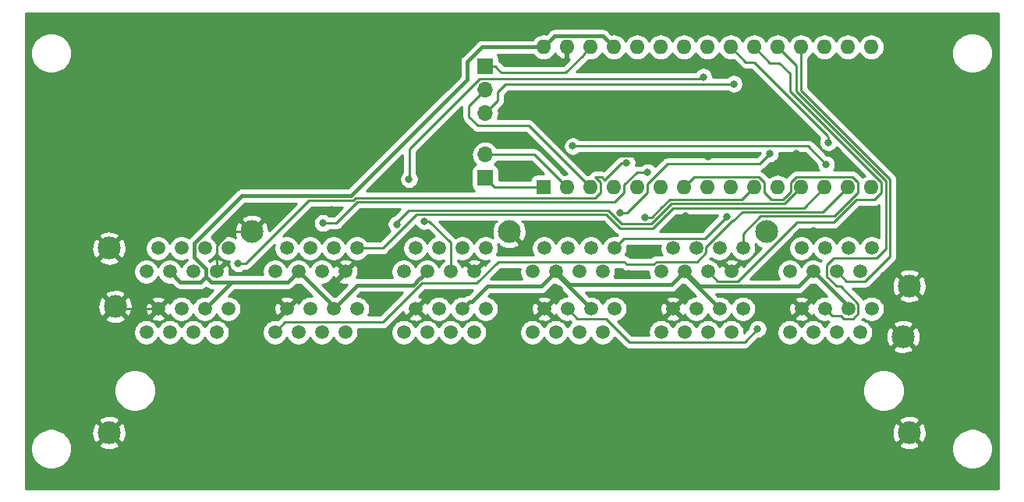
<source format=gbr>
G04 #@! TF.GenerationSoftware,KiCad,Pcbnew,(5.1.4)-1*
G04 #@! TF.CreationDate,2023-02-10T17:26:25+00:00*
G04 #@! TF.ProjectId,PIR InterfaceBoard,50495220-496e-4746-9572-66616365426f,rev?*
G04 #@! TF.SameCoordinates,Original*
G04 #@! TF.FileFunction,Copper,L1,Top*
G04 #@! TF.FilePolarity,Positive*
%FSLAX46Y46*%
G04 Gerber Fmt 4.6, Leading zero omitted, Abs format (unit mm)*
G04 Created by KiCad (PCBNEW (5.1.4)-1) date 2023-02-10 17:26:25*
%MOMM*%
%LPD*%
G04 APERTURE LIST*
%ADD10C,2.475000*%
%ADD11C,1.509000*%
%ADD12O,1.600000X1.600000*%
%ADD13R,1.600000X1.600000*%
%ADD14O,1.700000X1.700000*%
%ADD15R,1.700000X1.700000*%
%ADD16C,0.800000*%
%ADD17C,0.250000*%
%ADD18C,0.400000*%
%ADD19C,0.254000*%
G04 APERTURE END LIST*
D10*
X183135000Y-96240000D03*
X182480000Y-85800000D03*
X183135000Y-80290000D03*
X167640000Y-74400000D03*
X139700000Y-74400000D03*
X111760000Y-74400000D03*
X96265000Y-76200000D03*
X96930000Y-82530000D03*
X96265000Y-96240000D03*
D11*
X100330000Y-85320000D03*
X101600000Y-82780000D03*
X102870000Y-85320000D03*
X104140000Y-82780000D03*
X105410000Y-85320000D03*
X106680000Y-82780000D03*
X107950000Y-85320000D03*
X109220000Y-82780000D03*
X100330000Y-78740000D03*
X101600000Y-76200000D03*
X102870000Y-78740000D03*
X104140000Y-76200000D03*
X105410000Y-78740000D03*
X106680000Y-76200000D03*
X107950000Y-78740000D03*
X109220000Y-76200000D03*
X114300000Y-85320000D03*
X115570000Y-82780000D03*
X116840000Y-85320000D03*
X118110000Y-82780000D03*
X119380000Y-85320000D03*
X120650000Y-82780000D03*
X121920000Y-85320000D03*
X123190000Y-82780000D03*
X114300000Y-78740000D03*
X115570000Y-76200000D03*
X116840000Y-78740000D03*
X118110000Y-76200000D03*
X119380000Y-78740000D03*
X120650000Y-76200000D03*
X121920000Y-78740000D03*
X123190000Y-76200000D03*
X128270000Y-85320000D03*
X129540000Y-82780000D03*
X130810000Y-85320000D03*
X132080000Y-82780000D03*
X133350000Y-85320000D03*
X134620000Y-82780000D03*
X135890000Y-85320000D03*
X137160000Y-82780000D03*
X128270000Y-78740000D03*
X129540000Y-76200000D03*
X130810000Y-78740000D03*
X132080000Y-76200000D03*
X133350000Y-78740000D03*
X134620000Y-76200000D03*
X135890000Y-78740000D03*
X137160000Y-76200000D03*
X142240000Y-85320000D03*
X143510000Y-82780000D03*
X144780000Y-85320000D03*
X146050000Y-82780000D03*
X147320000Y-85320000D03*
X148590000Y-82780000D03*
X149860000Y-85320000D03*
X151130000Y-82780000D03*
X142240000Y-78740000D03*
X143510000Y-76200000D03*
X144780000Y-78740000D03*
X146050000Y-76200000D03*
X147320000Y-78740000D03*
X148590000Y-76200000D03*
X149860000Y-78740000D03*
X151130000Y-76200000D03*
X156210000Y-85320000D03*
X157480000Y-82780000D03*
X158750000Y-85320000D03*
X160020000Y-82780000D03*
X161290000Y-85320000D03*
X162560000Y-82780000D03*
X163830000Y-85320000D03*
X165100000Y-82780000D03*
X156210000Y-78740000D03*
X157480000Y-76200000D03*
X158750000Y-78740000D03*
X160020000Y-76200000D03*
X161290000Y-78740000D03*
X162560000Y-76200000D03*
X163830000Y-78740000D03*
X165100000Y-76200000D03*
X170180000Y-85320000D03*
X171450000Y-82780000D03*
X172720000Y-85320000D03*
X173990000Y-82780000D03*
X175260000Y-85320000D03*
X176530000Y-82780000D03*
X177800000Y-85320000D03*
X179070000Y-82780000D03*
X170180000Y-78740000D03*
X171450000Y-76200000D03*
X172720000Y-78740000D03*
X173990000Y-76200000D03*
X175260000Y-78740000D03*
X176530000Y-76200000D03*
X177800000Y-78740000D03*
X179070000Y-76200000D03*
D12*
X179006500Y-54356000D03*
X179006500Y-69596000D03*
X143446500Y-54356000D03*
X176466500Y-69596000D03*
X145986500Y-54356000D03*
X173926500Y-69596000D03*
X148526500Y-54356000D03*
X171386500Y-69596000D03*
X151066500Y-54356000D03*
X168846500Y-69596000D03*
X153606500Y-54356000D03*
X166306500Y-69596000D03*
X156146500Y-54356000D03*
X163766500Y-69596000D03*
X158686500Y-54356000D03*
X161226500Y-69596000D03*
X161226500Y-54356000D03*
X158686500Y-69596000D03*
X163766500Y-54356000D03*
X156146500Y-69596000D03*
X166306500Y-54356000D03*
X153606500Y-69596000D03*
X168846500Y-54356000D03*
X151066500Y-69596000D03*
X171386500Y-54356000D03*
X148526500Y-69596000D03*
X173926500Y-54356000D03*
X145986500Y-69596000D03*
X176466500Y-54356000D03*
D13*
X143446500Y-69596000D03*
D14*
X137096500Y-61531500D03*
X137096500Y-58991500D03*
D15*
X137096500Y-56451500D03*
D14*
X137096500Y-66040000D03*
D15*
X137096500Y-68580000D03*
D16*
X146621500Y-65114010D03*
X174120837Y-67082510D03*
X143065500Y-60960000D03*
X132715000Y-66294000D03*
X153289000Y-85153500D03*
X124276419Y-85464081D03*
X135191500Y-73914000D03*
X145161000Y-80645000D03*
X134429500Y-69532500D03*
X147828000Y-66167000D03*
X161353500Y-66294000D03*
X120396000Y-72009000D03*
X122428000Y-73723500D03*
X141732000Y-83185000D03*
X172847000Y-80962500D03*
X154876500Y-76454000D03*
X140271500Y-68389500D03*
X156781500Y-74168000D03*
X158877000Y-72707500D03*
X165925500Y-57277000D03*
X160274000Y-56197500D03*
X156591000Y-56388000D03*
X109422338Y-74400000D03*
X105219500Y-74041000D03*
X148907500Y-73914000D03*
X139255500Y-79057500D03*
X125666500Y-81788000D03*
X168465500Y-79248000D03*
X170878500Y-65913000D03*
X152717500Y-78994000D03*
X179070000Y-72263000D03*
X172720000Y-74295000D03*
X179324000Y-80962500D03*
X127508000Y-73596500D03*
X154432000Y-72834500D03*
X163322000Y-72771000D03*
X174371000Y-64706500D03*
X164084000Y-58356500D03*
X168021000Y-65913000D03*
X151755085Y-72355552D03*
X128841500Y-68707000D03*
X160782000Y-57594500D03*
X166687500Y-84963000D03*
X154749500Y-67945000D03*
X119507000Y-73469500D03*
X130455510Y-73258543D03*
X152463500Y-66929000D03*
X110299500Y-77851000D03*
D17*
X172152337Y-65114010D02*
X174120837Y-67082510D01*
X146621500Y-65114010D02*
X172152337Y-65114010D01*
D18*
X149866499Y-53155999D02*
X151066500Y-54356000D01*
X144646501Y-53155999D02*
X149866499Y-53155999D01*
X143446500Y-54356000D02*
X144646501Y-53155999D01*
X135191500Y-57848500D02*
X122650250Y-70389750D01*
X143446500Y-54356000D02*
X136771998Y-54356000D01*
X136771998Y-54356000D02*
X135191500Y-55936498D01*
D17*
X122650250Y-70389750D02*
X122555000Y-70485000D01*
D18*
X135191500Y-55936498D02*
X135191500Y-57848500D01*
X106795499Y-78416837D02*
X106795499Y-79294161D01*
X105525499Y-77146837D02*
X106795499Y-78416837D01*
X106795499Y-79294161D02*
X107411007Y-79909669D01*
X105525499Y-75645839D02*
X105525499Y-77146837D01*
X110686338Y-70485000D02*
X105525499Y-75645839D01*
X122555000Y-70485000D02*
X110686338Y-70485000D01*
X107411007Y-79909669D02*
X110717331Y-79909669D01*
X106195159Y-79894501D02*
X106795499Y-79294161D01*
X104024501Y-79894501D02*
X106195159Y-79894501D01*
X102870000Y-78740000D02*
X104024501Y-79894501D01*
X157314999Y-80175001D02*
X158750000Y-78740000D01*
X146215001Y-80175001D02*
X157314999Y-80175001D01*
X144780000Y-78740000D02*
X146215001Y-80175001D01*
X171115488Y-80344512D02*
X172720000Y-78740000D01*
X158750000Y-78740000D02*
X160354512Y-80344512D01*
X160354512Y-80344512D02*
X171115488Y-80344512D01*
X120650000Y-82550000D02*
X120650000Y-82780000D01*
X116840000Y-78740000D02*
X120650000Y-82550000D01*
X102870000Y-78970000D02*
X102870000Y-78740000D01*
X109550331Y-79909669D02*
X110717331Y-79909669D01*
X106680000Y-82780000D02*
X109550331Y-79909669D01*
X115670331Y-79909669D02*
X116840000Y-78740000D01*
X110717331Y-79909669D02*
X115670331Y-79909669D01*
X158750000Y-78970000D02*
X158750000Y-78740000D01*
X162560000Y-82780000D02*
X158750000Y-78970000D01*
X176530000Y-82550000D02*
X176530000Y-82780000D01*
X172720000Y-78740000D02*
X176530000Y-82550000D01*
X144780000Y-78970000D02*
X144780000Y-78740000D01*
X148590000Y-82780000D02*
X144780000Y-78970000D01*
X144780000Y-78740000D02*
X143175488Y-80344512D01*
X135374499Y-82025501D02*
X134620000Y-82780000D01*
X143175488Y-80344512D02*
X137313965Y-80344512D01*
X130055501Y-79494499D02*
X130810000Y-78740000D01*
X123237001Y-80192999D02*
X129313025Y-80192999D01*
X130011525Y-79494499D02*
X130055501Y-79494499D01*
X137313965Y-80344512D02*
X135632976Y-82025501D01*
X129313025Y-80192999D02*
X130011525Y-79494499D01*
X120650000Y-82780000D02*
X123237001Y-80192999D01*
X135632976Y-82025501D02*
X135374499Y-82025501D01*
D17*
X152527000Y-77978000D02*
X152209499Y-77660499D01*
X176466500Y-69596000D02*
X173799500Y-72263000D01*
X173799500Y-72263000D02*
X165036500Y-72263000D01*
X161099501Y-76696426D02*
X160135428Y-77660499D01*
X138503459Y-77660499D02*
X136166184Y-79997774D01*
X165036500Y-72263000D02*
X164057331Y-73242169D01*
X163920169Y-73242169D02*
X161099501Y-76062837D01*
X155374338Y-77978000D02*
X152527000Y-77978000D01*
X155691839Y-77660499D02*
X155374338Y-77978000D01*
X160135428Y-77660499D02*
X155691839Y-77660499D01*
X152209499Y-77660499D02*
X138503459Y-77660499D01*
X161099501Y-76062837D02*
X161099501Y-76696426D01*
X164057331Y-73242169D02*
X163920169Y-73242169D01*
X115379501Y-84240499D02*
X126008001Y-84240499D01*
X114300000Y-85320000D02*
X115379501Y-84240499D01*
X126008001Y-84240499D02*
X130250726Y-79997774D01*
X130250726Y-79997774D02*
X136166184Y-79997774D01*
X107950000Y-75872338D02*
X107950000Y-78740000D01*
X111760000Y-74400000D02*
X109422338Y-74400000D01*
X109422338Y-74400000D02*
X107950000Y-75872338D01*
X178280000Y-85800000D02*
X177800000Y-85320000D01*
X161226500Y-66167000D02*
X161353500Y-66294000D01*
X147828000Y-66167000D02*
X161226500Y-66167000D01*
X97180000Y-82780000D02*
X96930000Y-82530000D01*
X101600000Y-82780000D02*
X97180000Y-82780000D01*
X129643971Y-72533533D02*
X125977504Y-76200000D01*
X125977504Y-76200000D02*
X123190000Y-76200000D01*
X157503744Y-71812991D02*
X155307223Y-74009512D01*
X155307223Y-74009512D02*
X151729280Y-74009512D01*
X151729280Y-74009512D02*
X150253301Y-72533533D01*
X150253301Y-72533533D02*
X129643971Y-72533533D01*
X171709510Y-71812990D02*
X157503744Y-71812991D01*
X173926500Y-69596000D02*
X171709510Y-71812990D01*
X138196500Y-56451500D02*
X137096500Y-56451500D01*
X147726501Y-55155999D02*
X147726501Y-55282999D01*
X148526500Y-54356000D02*
X147726501Y-55155999D01*
X147726501Y-55282999D02*
X145859500Y-57150000D01*
X138376750Y-56652250D02*
X138874500Y-57150000D01*
X138376750Y-56631750D02*
X138376750Y-56652250D01*
X145859500Y-57150000D02*
X138874500Y-57150000D01*
X138376750Y-56631750D02*
X138196500Y-56451500D01*
X151915679Y-73559501D02*
X150439700Y-72083522D01*
X157317344Y-71362980D02*
X155120823Y-73559501D01*
X171386500Y-69596000D02*
X169619520Y-71362980D01*
X169619520Y-71362980D02*
X157317344Y-71362980D01*
X155120823Y-73559501D02*
X151915679Y-73559501D01*
X150439700Y-72083522D02*
X128766978Y-72083522D01*
X127508000Y-73342500D02*
X127508000Y-73596500D01*
X128766978Y-72083522D02*
X127508000Y-73342500D01*
X155209414Y-72834500D02*
X156249457Y-71794457D01*
X157130942Y-70912971D02*
X156249457Y-71794457D01*
X154432000Y-72834500D02*
X155209414Y-72834500D01*
X166306500Y-69596000D02*
X164989529Y-70912971D01*
X164989529Y-70912971D02*
X157130942Y-70912971D01*
X151130000Y-76200000D02*
X152209501Y-75120499D01*
X160972501Y-75120499D02*
X152209501Y-75120499D01*
X163322000Y-72771000D02*
X160972501Y-75120499D01*
X177591501Y-70120589D02*
X174999080Y-72713010D01*
X170261499Y-69055999D02*
X170846499Y-68470999D01*
X177591501Y-69055999D02*
X177591501Y-70120589D01*
X170846499Y-68470999D02*
X177006501Y-68470999D01*
X165100000Y-75132976D02*
X165100000Y-76200000D01*
X167014488Y-72713010D02*
X165100000Y-74627498D01*
X166846501Y-68470999D02*
X167431501Y-69055999D01*
X158686500Y-69596000D02*
X159811501Y-68470999D01*
X177006501Y-68470999D02*
X177591501Y-69055999D01*
X165100000Y-74627498D02*
X165100000Y-75132976D01*
X170261499Y-70084591D02*
X170261499Y-69055999D01*
X174999080Y-72713010D02*
X167014488Y-72713010D01*
X169433120Y-70912970D02*
X170261499Y-70084591D01*
X168208470Y-70912970D02*
X169433120Y-70912970D01*
X167431501Y-70136001D02*
X168208470Y-70912970D01*
X167431501Y-69055999D02*
X167431501Y-70136001D01*
X159811501Y-68470999D02*
X166846501Y-68470999D01*
X163766500Y-54356000D02*
X165417500Y-56007000D01*
X165417500Y-56007000D02*
X166306500Y-56007000D01*
X174307500Y-64077315D02*
X174307500Y-64008000D01*
X174371000Y-64140815D02*
X174307500Y-64077315D01*
X174371000Y-64706500D02*
X174371000Y-64140815D01*
X166306500Y-56007000D02*
X174307500Y-64008000D01*
X162369501Y-79819501D02*
X161290000Y-78740000D01*
X164533001Y-79819501D02*
X162369501Y-79819501D01*
X177411999Y-70936501D02*
X174942500Y-73406000D01*
X170946502Y-73406000D02*
X164533001Y-79819501D01*
X180149500Y-70118002D02*
X179331001Y-70936501D01*
X174942500Y-73406000D02*
X170946502Y-73406000D01*
X179331001Y-70936501D02*
X177411999Y-70936501D01*
X168021000Y-56070500D02*
X169037000Y-56070500D01*
X169037000Y-56070500D02*
X170178589Y-57212089D01*
X170178589Y-57212089D02*
X170178589Y-59119911D01*
X170178589Y-59119911D02*
X180149500Y-69090822D01*
X166306500Y-54356000D02*
X168021000Y-56070500D01*
X180149500Y-69090822D02*
X180149500Y-70118002D01*
X170846045Y-56355545D02*
X168846500Y-54356000D01*
X170846045Y-59150955D02*
X170846045Y-56355545D01*
X180599511Y-68904421D02*
X170846045Y-59150955D01*
X180599511Y-76268151D02*
X180599511Y-68904421D01*
X179588161Y-77279501D02*
X180599511Y-76268151D01*
X174942499Y-77279501D02*
X179588161Y-77279501D01*
X174180499Y-78041501D02*
X174942499Y-77279501D01*
X174180499Y-79258161D02*
X174180499Y-78041501D01*
X175260000Y-80337662D02*
X174180499Y-79258161D01*
X175685324Y-80337662D02*
X175260000Y-80337662D01*
X177609501Y-82261839D02*
X175685324Y-80337662D01*
X175686837Y-83534499D02*
X176011839Y-83859501D01*
X174744499Y-83534499D02*
X175686837Y-83534499D01*
X176011839Y-83859501D02*
X177048161Y-83859501D01*
X173990000Y-82780000D02*
X174744499Y-83534499D01*
X177609501Y-83298161D02*
X177609501Y-82261839D01*
X177048161Y-83859501D02*
X177609501Y-83298161D01*
X176339501Y-79819501D02*
X175260000Y-78740000D01*
X171386500Y-59055000D02*
X181049520Y-68718020D01*
X181049520Y-68718020D02*
X181049520Y-68886476D01*
X181049520Y-68886476D02*
X181049522Y-68886478D01*
X178318161Y-79819501D02*
X176339501Y-79819501D01*
X181049522Y-68886478D02*
X181049522Y-77088140D01*
X171386500Y-54356000D02*
X171386500Y-59055000D01*
X181049522Y-77088140D02*
X178318161Y-79819501D01*
X148526500Y-69596000D02*
X141822002Y-62891502D01*
X135350250Y-61933754D02*
X136307998Y-62891502D01*
X135350250Y-60737750D02*
X135350250Y-61933754D01*
X141822002Y-62891502D02*
X136307998Y-62891502D01*
X135350250Y-60737750D02*
X137096500Y-58991500D01*
X138430000Y-60198000D02*
X137096500Y-61531500D01*
X138430000Y-59245500D02*
X138430000Y-60198000D01*
X164084000Y-58356500D02*
X139319000Y-58356500D01*
X139319000Y-58356500D02*
X138430000Y-59245500D01*
X142430500Y-66040000D02*
X145986500Y-69596000D01*
X137096500Y-66040000D02*
X142430500Y-66040000D01*
X138112500Y-69596000D02*
X137096500Y-68580000D01*
X143446500Y-69596000D02*
X138112500Y-69596000D01*
X152511950Y-72355552D02*
X151755085Y-72355552D01*
X154731501Y-69232999D02*
X154731501Y-70136001D01*
X154731501Y-70136001D02*
X152511950Y-72355552D01*
X156945498Y-67019002D02*
X154731501Y-69232999D01*
X166914998Y-67019002D02*
X156945498Y-67019002D01*
X168021000Y-65913000D02*
X166914998Y-67019002D01*
X128905000Y-65443998D02*
X128905000Y-68580000D01*
X136532499Y-57816499D02*
X128905000Y-65443998D01*
X160560001Y-57816499D02*
X136532499Y-57816499D01*
X160560001Y-57816499D02*
X160782000Y-57594500D01*
X146050000Y-82780000D02*
X147129501Y-83859501D01*
X165250999Y-86399501D02*
X152741499Y-86399501D01*
X147129501Y-83859501D02*
X150201499Y-83859501D01*
X150201499Y-83859501D02*
X152741499Y-86399501D01*
X166687500Y-84963000D02*
X165250999Y-86399501D01*
X154749500Y-67945000D02*
X153592498Y-67945000D01*
X153592498Y-67945000D02*
X152191501Y-69345997D01*
X152191501Y-69345997D02*
X152191501Y-70136001D01*
X152191501Y-70136001D02*
X151144002Y-71183500D01*
X151144002Y-71183500D02*
X123235387Y-71183500D01*
X123235387Y-71183500D02*
X120949387Y-73469500D01*
X120949387Y-73469500D02*
X119507000Y-73469500D01*
X120072685Y-73469500D02*
X119507000Y-73469500D01*
X133350000Y-78740000D02*
X133350000Y-75587348D01*
X133350000Y-75587348D02*
X131021195Y-73258543D01*
X131021195Y-73258543D02*
X130455510Y-73258543D01*
X149066501Y-70721001D02*
X123061476Y-70721001D01*
X152463500Y-66929000D02*
X151897815Y-66929000D01*
X151897815Y-66929000D02*
X150056315Y-68770500D01*
X123061476Y-70721001D02*
X122772466Y-71010011D01*
X150056315Y-68770500D02*
X149756814Y-68470999D01*
X122772466Y-71010011D02*
X117965989Y-71010011D01*
X149651501Y-70136001D02*
X149066501Y-70721001D01*
X111125000Y-77851000D02*
X110299500Y-77851000D01*
X117965989Y-71010011D02*
X111125000Y-77851000D01*
X149651501Y-69055999D02*
X149651501Y-70136001D01*
X149066501Y-68470999D02*
X149651501Y-69055999D01*
X149756814Y-68470999D02*
X149066501Y-68470999D01*
D19*
G36*
X192824500Y-102340000D02*
G01*
X87210500Y-102340000D01*
X87210500Y-97779872D01*
X87765000Y-97779872D01*
X87765000Y-98220128D01*
X87850890Y-98651925D01*
X88019369Y-99058669D01*
X88263962Y-99424729D01*
X88575271Y-99736038D01*
X88941331Y-99980631D01*
X89348075Y-100149110D01*
X89779872Y-100235000D01*
X90220128Y-100235000D01*
X90651925Y-100149110D01*
X91058669Y-99980631D01*
X91424729Y-99736038D01*
X91736038Y-99424729D01*
X91980631Y-99058669D01*
X92149110Y-98651925D01*
X92235000Y-98220128D01*
X92235000Y-97779872D01*
X92188222Y-97544699D01*
X95139906Y-97544699D01*
X95264314Y-97833392D01*
X95594397Y-97997999D01*
X95950251Y-98095048D01*
X96318201Y-98120808D01*
X96684106Y-98074290D01*
X97033906Y-97957282D01*
X97265686Y-97833392D01*
X97390094Y-97544699D01*
X182009906Y-97544699D01*
X182134314Y-97833392D01*
X182464397Y-97997999D01*
X182820251Y-98095048D01*
X183188201Y-98120808D01*
X183554106Y-98074290D01*
X183903906Y-97957282D01*
X184135686Y-97833392D01*
X184158749Y-97779872D01*
X187765000Y-97779872D01*
X187765000Y-98220128D01*
X187850890Y-98651925D01*
X188019369Y-99058669D01*
X188263962Y-99424729D01*
X188575271Y-99736038D01*
X188941331Y-99980631D01*
X189348075Y-100149110D01*
X189779872Y-100235000D01*
X190220128Y-100235000D01*
X190651925Y-100149110D01*
X191058669Y-99980631D01*
X191424729Y-99736038D01*
X191736038Y-99424729D01*
X191980631Y-99058669D01*
X192149110Y-98651925D01*
X192235000Y-98220128D01*
X192235000Y-97779872D01*
X192149110Y-97348075D01*
X191980631Y-96941331D01*
X191736038Y-96575271D01*
X191424729Y-96263962D01*
X191058669Y-96019369D01*
X190651925Y-95850890D01*
X190220128Y-95765000D01*
X189779872Y-95765000D01*
X189348075Y-95850890D01*
X188941331Y-96019369D01*
X188575271Y-96263962D01*
X188263962Y-96575271D01*
X188019369Y-96941331D01*
X187850890Y-97348075D01*
X187765000Y-97779872D01*
X184158749Y-97779872D01*
X184260094Y-97544699D01*
X183135000Y-96419605D01*
X182009906Y-97544699D01*
X97390094Y-97544699D01*
X96265000Y-96419605D01*
X95139906Y-97544699D01*
X92188222Y-97544699D01*
X92149110Y-97348075D01*
X91980631Y-96941331D01*
X91736038Y-96575271D01*
X91453968Y-96293201D01*
X94384192Y-96293201D01*
X94430710Y-96659106D01*
X94547718Y-97008906D01*
X94671608Y-97240686D01*
X94960301Y-97365094D01*
X96085395Y-96240000D01*
X96444605Y-96240000D01*
X97569699Y-97365094D01*
X97858392Y-97240686D01*
X98022999Y-96910603D01*
X98120048Y-96554749D01*
X98138358Y-96293201D01*
X181254192Y-96293201D01*
X181300710Y-96659106D01*
X181417718Y-97008906D01*
X181541608Y-97240686D01*
X181830301Y-97365094D01*
X182955395Y-96240000D01*
X183314605Y-96240000D01*
X184439699Y-97365094D01*
X184728392Y-97240686D01*
X184892999Y-96910603D01*
X184990048Y-96554749D01*
X185015808Y-96186799D01*
X184969290Y-95820894D01*
X184852282Y-95471094D01*
X184728392Y-95239314D01*
X184439699Y-95114906D01*
X183314605Y-96240000D01*
X182955395Y-96240000D01*
X181830301Y-95114906D01*
X181541608Y-95239314D01*
X181377001Y-95569397D01*
X181279952Y-95925251D01*
X181254192Y-96293201D01*
X98138358Y-96293201D01*
X98145808Y-96186799D01*
X98099290Y-95820894D01*
X97982282Y-95471094D01*
X97858392Y-95239314D01*
X97569699Y-95114906D01*
X96444605Y-96240000D01*
X96085395Y-96240000D01*
X94960301Y-95114906D01*
X94671608Y-95239314D01*
X94507001Y-95569397D01*
X94409952Y-95925251D01*
X94384192Y-96293201D01*
X91453968Y-96293201D01*
X91424729Y-96263962D01*
X91058669Y-96019369D01*
X90651925Y-95850890D01*
X90220128Y-95765000D01*
X89779872Y-95765000D01*
X89348075Y-95850890D01*
X88941331Y-96019369D01*
X88575271Y-96263962D01*
X88263962Y-96575271D01*
X88019369Y-96941331D01*
X87850890Y-97348075D01*
X87765000Y-97779872D01*
X87210500Y-97779872D01*
X87210500Y-94935301D01*
X95139906Y-94935301D01*
X96265000Y-96060395D01*
X97390094Y-94935301D01*
X182009906Y-94935301D01*
X183135000Y-96060395D01*
X184260094Y-94935301D01*
X184135686Y-94646608D01*
X183805603Y-94482001D01*
X183449749Y-94384952D01*
X183081799Y-94359192D01*
X182715894Y-94405710D01*
X182366094Y-94522718D01*
X182134314Y-94646608D01*
X182009906Y-94935301D01*
X97390094Y-94935301D01*
X97265686Y-94646608D01*
X96935603Y-94482001D01*
X96579749Y-94384952D01*
X96211799Y-94359192D01*
X95845894Y-94405710D01*
X95496094Y-94522718D01*
X95264314Y-94646608D01*
X95139906Y-94935301D01*
X87210500Y-94935301D01*
X87210500Y-91444947D01*
X96775000Y-91444947D01*
X96775000Y-91895053D01*
X96862811Y-92336510D01*
X97035059Y-92752353D01*
X97285125Y-93126603D01*
X97603397Y-93444875D01*
X97977647Y-93694941D01*
X98393490Y-93867189D01*
X98834947Y-93955000D01*
X99285053Y-93955000D01*
X99726510Y-93867189D01*
X100142353Y-93694941D01*
X100516603Y-93444875D01*
X100834875Y-93126603D01*
X101084941Y-92752353D01*
X101257189Y-92336510D01*
X101345000Y-91895053D01*
X101345000Y-91444947D01*
X178055000Y-91444947D01*
X178055000Y-91895053D01*
X178142811Y-92336510D01*
X178315059Y-92752353D01*
X178565125Y-93126603D01*
X178883397Y-93444875D01*
X179257647Y-93694941D01*
X179673490Y-93867189D01*
X180114947Y-93955000D01*
X180565053Y-93955000D01*
X181006510Y-93867189D01*
X181422353Y-93694941D01*
X181796603Y-93444875D01*
X182114875Y-93126603D01*
X182364941Y-92752353D01*
X182537189Y-92336510D01*
X182625000Y-91895053D01*
X182625000Y-91444947D01*
X182537189Y-91003490D01*
X182364941Y-90587647D01*
X182114875Y-90213397D01*
X181796603Y-89895125D01*
X181422353Y-89645059D01*
X181006510Y-89472811D01*
X180565053Y-89385000D01*
X180114947Y-89385000D01*
X179673490Y-89472811D01*
X179257647Y-89645059D01*
X178883397Y-89895125D01*
X178565125Y-90213397D01*
X178315059Y-90587647D01*
X178142811Y-91003490D01*
X178055000Y-91444947D01*
X101345000Y-91444947D01*
X101257189Y-91003490D01*
X101084941Y-90587647D01*
X100834875Y-90213397D01*
X100516603Y-89895125D01*
X100142353Y-89645059D01*
X99726510Y-89472811D01*
X99285053Y-89385000D01*
X98834947Y-89385000D01*
X98393490Y-89472811D01*
X97977647Y-89645059D01*
X97603397Y-89895125D01*
X97285125Y-90213397D01*
X97035059Y-90587647D01*
X96862811Y-91003490D01*
X96775000Y-91444947D01*
X87210500Y-91444947D01*
X87210500Y-85183146D01*
X98940500Y-85183146D01*
X98940500Y-85456854D01*
X98993898Y-85725302D01*
X99098641Y-85978175D01*
X99250705Y-86205754D01*
X99444246Y-86399295D01*
X99671825Y-86551359D01*
X99924698Y-86656102D01*
X100193146Y-86709500D01*
X100466854Y-86709500D01*
X100735302Y-86656102D01*
X100988175Y-86551359D01*
X101215754Y-86399295D01*
X101409295Y-86205754D01*
X101561359Y-85978175D01*
X101600000Y-85884887D01*
X101638641Y-85978175D01*
X101790705Y-86205754D01*
X101984246Y-86399295D01*
X102211825Y-86551359D01*
X102464698Y-86656102D01*
X102733146Y-86709500D01*
X103006854Y-86709500D01*
X103275302Y-86656102D01*
X103528175Y-86551359D01*
X103755754Y-86399295D01*
X103949295Y-86205754D01*
X104101359Y-85978175D01*
X104140000Y-85884887D01*
X104178641Y-85978175D01*
X104330705Y-86205754D01*
X104524246Y-86399295D01*
X104751825Y-86551359D01*
X105004698Y-86656102D01*
X105273146Y-86709500D01*
X105546854Y-86709500D01*
X105815302Y-86656102D01*
X106068175Y-86551359D01*
X106295754Y-86399295D01*
X106489295Y-86205754D01*
X106641359Y-85978175D01*
X106680000Y-85884887D01*
X106718641Y-85978175D01*
X106870705Y-86205754D01*
X107064246Y-86399295D01*
X107291825Y-86551359D01*
X107544698Y-86656102D01*
X107813146Y-86709500D01*
X108086854Y-86709500D01*
X108355302Y-86656102D01*
X108608175Y-86551359D01*
X108835754Y-86399295D01*
X109029295Y-86205754D01*
X109181359Y-85978175D01*
X109286102Y-85725302D01*
X109339500Y-85456854D01*
X109339500Y-85183146D01*
X109286102Y-84914698D01*
X109181359Y-84661825D01*
X109029295Y-84434246D01*
X108835754Y-84240705D01*
X108608175Y-84088641D01*
X108355302Y-83983898D01*
X108086854Y-83930500D01*
X107813146Y-83930500D01*
X107544698Y-83983898D01*
X107291825Y-84088641D01*
X107064246Y-84240705D01*
X106870705Y-84434246D01*
X106718641Y-84661825D01*
X106680000Y-84755113D01*
X106641359Y-84661825D01*
X106489295Y-84434246D01*
X106295754Y-84240705D01*
X106068175Y-84088641D01*
X105815302Y-83983898D01*
X105546854Y-83930500D01*
X105273146Y-83930500D01*
X105004698Y-83983898D01*
X104751825Y-84088641D01*
X104524246Y-84240705D01*
X104330705Y-84434246D01*
X104178641Y-84661825D01*
X104140000Y-84755113D01*
X104101359Y-84661825D01*
X103949295Y-84434246D01*
X103755754Y-84240705D01*
X103528175Y-84088641D01*
X103275302Y-83983898D01*
X103006854Y-83930500D01*
X102733146Y-83930500D01*
X102464698Y-83983898D01*
X102211825Y-84088641D01*
X101984246Y-84240705D01*
X101790705Y-84434246D01*
X101638641Y-84661825D01*
X101600000Y-84755113D01*
X101561359Y-84661825D01*
X101409295Y-84434246D01*
X101215754Y-84240705D01*
X100988175Y-84088641D01*
X100735302Y-83983898D01*
X100466854Y-83930500D01*
X100193146Y-83930500D01*
X99924698Y-83983898D01*
X99671825Y-84088641D01*
X99444246Y-84240705D01*
X99250705Y-84434246D01*
X99098641Y-84661825D01*
X98993898Y-84914698D01*
X98940500Y-85183146D01*
X87210500Y-85183146D01*
X87210500Y-83834699D01*
X95804906Y-83834699D01*
X95929314Y-84123392D01*
X96259397Y-84287999D01*
X96615251Y-84385048D01*
X96983201Y-84410808D01*
X97349106Y-84364290D01*
X97698906Y-84247282D01*
X97930686Y-84123392D01*
X98055094Y-83834699D01*
X97960603Y-83740208D01*
X100819397Y-83740208D01*
X100885468Y-83979534D01*
X101133215Y-84095883D01*
X101398900Y-84161664D01*
X101672314Y-84174349D01*
X101942948Y-84133449D01*
X102200404Y-84040537D01*
X102314532Y-83979534D01*
X102380603Y-83740208D01*
X101600000Y-82959605D01*
X100819397Y-83740208D01*
X97960603Y-83740208D01*
X96930000Y-82709605D01*
X95804906Y-83834699D01*
X87210500Y-83834699D01*
X87210500Y-82583201D01*
X95049192Y-82583201D01*
X95095710Y-82949106D01*
X95212718Y-83298906D01*
X95336608Y-83530686D01*
X95625301Y-83655094D01*
X96750395Y-82530000D01*
X97109605Y-82530000D01*
X98234699Y-83655094D01*
X98523392Y-83530686D01*
X98687999Y-83200603D01*
X98782984Y-82852314D01*
X100205651Y-82852314D01*
X100246551Y-83122948D01*
X100339463Y-83380404D01*
X100400466Y-83494532D01*
X100639792Y-83560603D01*
X101420395Y-82780000D01*
X100639792Y-81999397D01*
X100400466Y-82065468D01*
X100284117Y-82313215D01*
X100218336Y-82578900D01*
X100205651Y-82852314D01*
X98782984Y-82852314D01*
X98785048Y-82844749D01*
X98810808Y-82476799D01*
X98764290Y-82110894D01*
X98666917Y-81819792D01*
X100819397Y-81819792D01*
X101600000Y-82600395D01*
X102380603Y-81819792D01*
X102314532Y-81580466D01*
X102066785Y-81464117D01*
X101801100Y-81398336D01*
X101527686Y-81385651D01*
X101257052Y-81426551D01*
X100999596Y-81519463D01*
X100885468Y-81580466D01*
X100819397Y-81819792D01*
X98666917Y-81819792D01*
X98647282Y-81761094D01*
X98523392Y-81529314D01*
X98234699Y-81404906D01*
X97109605Y-82530000D01*
X96750395Y-82530000D01*
X95625301Y-81404906D01*
X95336608Y-81529314D01*
X95172001Y-81859397D01*
X95074952Y-82215251D01*
X95049192Y-82583201D01*
X87210500Y-82583201D01*
X87210500Y-81225301D01*
X95804906Y-81225301D01*
X96930000Y-82350395D01*
X98055094Y-81225301D01*
X97930686Y-80936608D01*
X97600603Y-80772001D01*
X97244749Y-80674952D01*
X96876799Y-80649192D01*
X96510894Y-80695710D01*
X96161094Y-80812718D01*
X95929314Y-80936608D01*
X95804906Y-81225301D01*
X87210500Y-81225301D01*
X87210500Y-78603146D01*
X98940500Y-78603146D01*
X98940500Y-78876854D01*
X98993898Y-79145302D01*
X99098641Y-79398175D01*
X99250705Y-79625754D01*
X99444246Y-79819295D01*
X99671825Y-79971359D01*
X99924698Y-80076102D01*
X100193146Y-80129500D01*
X100466854Y-80129500D01*
X100735302Y-80076102D01*
X100988175Y-79971359D01*
X101215754Y-79819295D01*
X101409295Y-79625754D01*
X101561359Y-79398175D01*
X101600000Y-79304887D01*
X101638641Y-79398175D01*
X101790705Y-79625754D01*
X101984246Y-79819295D01*
X102211825Y-79971359D01*
X102464698Y-80076102D01*
X102733146Y-80129500D01*
X103006854Y-80129500D01*
X103066723Y-80117591D01*
X103405059Y-80455927D01*
X103431210Y-80487792D01*
X103481553Y-80529107D01*
X103558355Y-80592137D01*
X103703414Y-80669673D01*
X103860812Y-80717419D01*
X104024501Y-80733541D01*
X104065519Y-80729501D01*
X106154141Y-80729501D01*
X106195159Y-80733541D01*
X106236177Y-80729501D01*
X106236178Y-80729501D01*
X106358848Y-80717419D01*
X106516246Y-80669673D01*
X106661305Y-80592137D01*
X106788450Y-80487792D01*
X106796859Y-80477546D01*
X106817716Y-80502960D01*
X106849575Y-80529106D01*
X106849577Y-80529108D01*
X106915461Y-80583177D01*
X106944861Y-80607305D01*
X107089920Y-80684841D01*
X107247318Y-80732587D01*
X107369988Y-80744669D01*
X107369989Y-80744669D01*
X107411007Y-80748709D01*
X107452025Y-80744669D01*
X107534463Y-80744669D01*
X106876724Y-81402409D01*
X106816854Y-81390500D01*
X106543146Y-81390500D01*
X106274698Y-81443898D01*
X106021825Y-81548641D01*
X105794246Y-81700705D01*
X105600705Y-81894246D01*
X105448641Y-82121825D01*
X105410000Y-82215113D01*
X105371359Y-82121825D01*
X105219295Y-81894246D01*
X105025754Y-81700705D01*
X104798175Y-81548641D01*
X104545302Y-81443898D01*
X104276854Y-81390500D01*
X104003146Y-81390500D01*
X103734698Y-81443898D01*
X103481825Y-81548641D01*
X103254246Y-81700705D01*
X103060705Y-81894246D01*
X102908641Y-82121825D01*
X102871793Y-82210785D01*
X102860537Y-82179596D01*
X102799534Y-82065468D01*
X102560208Y-81999397D01*
X101779605Y-82780000D01*
X102560208Y-83560603D01*
X102799534Y-83494532D01*
X102869912Y-83344674D01*
X102908641Y-83438175D01*
X103060705Y-83665754D01*
X103254246Y-83859295D01*
X103481825Y-84011359D01*
X103734698Y-84116102D01*
X104003146Y-84169500D01*
X104276854Y-84169500D01*
X104545302Y-84116102D01*
X104798175Y-84011359D01*
X105025754Y-83859295D01*
X105219295Y-83665754D01*
X105371359Y-83438175D01*
X105410000Y-83344887D01*
X105448641Y-83438175D01*
X105600705Y-83665754D01*
X105794246Y-83859295D01*
X106021825Y-84011359D01*
X106274698Y-84116102D01*
X106543146Y-84169500D01*
X106816854Y-84169500D01*
X107085302Y-84116102D01*
X107338175Y-84011359D01*
X107565754Y-83859295D01*
X107759295Y-83665754D01*
X107911359Y-83438175D01*
X107950000Y-83344887D01*
X107988641Y-83438175D01*
X108140705Y-83665754D01*
X108334246Y-83859295D01*
X108561825Y-84011359D01*
X108814698Y-84116102D01*
X109083146Y-84169500D01*
X109356854Y-84169500D01*
X109625302Y-84116102D01*
X109878175Y-84011359D01*
X110105754Y-83859295D01*
X110299295Y-83665754D01*
X110451359Y-83438175D01*
X110556102Y-83185302D01*
X110609500Y-82916854D01*
X110609500Y-82852314D01*
X114175651Y-82852314D01*
X114216551Y-83122948D01*
X114309463Y-83380404D01*
X114370466Y-83494532D01*
X114609792Y-83560603D01*
X115390395Y-82780000D01*
X114609792Y-81999397D01*
X114370466Y-82065468D01*
X114254117Y-82313215D01*
X114188336Y-82578900D01*
X114175651Y-82852314D01*
X110609500Y-82852314D01*
X110609500Y-82643146D01*
X110556102Y-82374698D01*
X110451359Y-82121825D01*
X110299295Y-81894246D01*
X110224841Y-81819792D01*
X114789397Y-81819792D01*
X115570000Y-82600395D01*
X116350603Y-81819792D01*
X116284532Y-81580466D01*
X116036785Y-81464117D01*
X115771100Y-81398336D01*
X115497686Y-81385651D01*
X115227052Y-81426551D01*
X114969596Y-81519463D01*
X114855468Y-81580466D01*
X114789397Y-81819792D01*
X110224841Y-81819792D01*
X110105754Y-81700705D01*
X109878175Y-81548641D01*
X109625302Y-81443898D01*
X109356854Y-81390500D01*
X109250368Y-81390500D01*
X109896199Y-80744669D01*
X115629313Y-80744669D01*
X115670331Y-80748709D01*
X115711349Y-80744669D01*
X115711350Y-80744669D01*
X115834020Y-80732587D01*
X115991418Y-80684841D01*
X116136477Y-80607305D01*
X116263622Y-80502960D01*
X116289776Y-80471091D01*
X116643277Y-80117591D01*
X116703146Y-80129500D01*
X116976854Y-80129500D01*
X117036724Y-80117591D01*
X118325220Y-81406088D01*
X118246854Y-81390500D01*
X117973146Y-81390500D01*
X117704698Y-81443898D01*
X117451825Y-81548641D01*
X117224246Y-81700705D01*
X117030705Y-81894246D01*
X116878641Y-82121825D01*
X116841793Y-82210785D01*
X116830537Y-82179596D01*
X116769534Y-82065468D01*
X116530208Y-81999397D01*
X115749605Y-82780000D01*
X115763748Y-82794143D01*
X115584143Y-82973748D01*
X115570000Y-82959605D01*
X114789397Y-83740208D01*
X114792770Y-83752428D01*
X114585192Y-83960006D01*
X114436854Y-83930500D01*
X114163146Y-83930500D01*
X113894698Y-83983898D01*
X113641825Y-84088641D01*
X113414246Y-84240705D01*
X113220705Y-84434246D01*
X113068641Y-84661825D01*
X112963898Y-84914698D01*
X112910500Y-85183146D01*
X112910500Y-85456854D01*
X112963898Y-85725302D01*
X113068641Y-85978175D01*
X113220705Y-86205754D01*
X113414246Y-86399295D01*
X113641825Y-86551359D01*
X113894698Y-86656102D01*
X114163146Y-86709500D01*
X114436854Y-86709500D01*
X114705302Y-86656102D01*
X114958175Y-86551359D01*
X115185754Y-86399295D01*
X115379295Y-86205754D01*
X115531359Y-85978175D01*
X115570000Y-85884887D01*
X115608641Y-85978175D01*
X115760705Y-86205754D01*
X115954246Y-86399295D01*
X116181825Y-86551359D01*
X116434698Y-86656102D01*
X116703146Y-86709500D01*
X116976854Y-86709500D01*
X117245302Y-86656102D01*
X117498175Y-86551359D01*
X117725754Y-86399295D01*
X117919295Y-86205754D01*
X118071359Y-85978175D01*
X118110000Y-85884887D01*
X118148641Y-85978175D01*
X118300705Y-86205754D01*
X118494246Y-86399295D01*
X118721825Y-86551359D01*
X118974698Y-86656102D01*
X119243146Y-86709500D01*
X119516854Y-86709500D01*
X119785302Y-86656102D01*
X120038175Y-86551359D01*
X120265754Y-86399295D01*
X120459295Y-86205754D01*
X120611359Y-85978175D01*
X120650000Y-85884887D01*
X120688641Y-85978175D01*
X120840705Y-86205754D01*
X121034246Y-86399295D01*
X121261825Y-86551359D01*
X121514698Y-86656102D01*
X121783146Y-86709500D01*
X122056854Y-86709500D01*
X122325302Y-86656102D01*
X122578175Y-86551359D01*
X122805754Y-86399295D01*
X122999295Y-86205754D01*
X123151359Y-85978175D01*
X123256102Y-85725302D01*
X123309500Y-85456854D01*
X123309500Y-85183146D01*
X126880500Y-85183146D01*
X126880500Y-85456854D01*
X126933898Y-85725302D01*
X127038641Y-85978175D01*
X127190705Y-86205754D01*
X127384246Y-86399295D01*
X127611825Y-86551359D01*
X127864698Y-86656102D01*
X128133146Y-86709500D01*
X128406854Y-86709500D01*
X128675302Y-86656102D01*
X128928175Y-86551359D01*
X129155754Y-86399295D01*
X129349295Y-86205754D01*
X129501359Y-85978175D01*
X129540000Y-85884887D01*
X129578641Y-85978175D01*
X129730705Y-86205754D01*
X129924246Y-86399295D01*
X130151825Y-86551359D01*
X130404698Y-86656102D01*
X130673146Y-86709500D01*
X130946854Y-86709500D01*
X131215302Y-86656102D01*
X131468175Y-86551359D01*
X131695754Y-86399295D01*
X131889295Y-86205754D01*
X132041359Y-85978175D01*
X132080000Y-85884887D01*
X132118641Y-85978175D01*
X132270705Y-86205754D01*
X132464246Y-86399295D01*
X132691825Y-86551359D01*
X132944698Y-86656102D01*
X133213146Y-86709500D01*
X133486854Y-86709500D01*
X133755302Y-86656102D01*
X134008175Y-86551359D01*
X134235754Y-86399295D01*
X134429295Y-86205754D01*
X134581359Y-85978175D01*
X134620000Y-85884887D01*
X134658641Y-85978175D01*
X134810705Y-86205754D01*
X135004246Y-86399295D01*
X135231825Y-86551359D01*
X135484698Y-86656102D01*
X135753146Y-86709500D01*
X136026854Y-86709500D01*
X136295302Y-86656102D01*
X136548175Y-86551359D01*
X136775754Y-86399295D01*
X136969295Y-86205754D01*
X137121359Y-85978175D01*
X137226102Y-85725302D01*
X137279500Y-85456854D01*
X137279500Y-85183146D01*
X137226102Y-84914698D01*
X137121359Y-84661825D01*
X136969295Y-84434246D01*
X136775754Y-84240705D01*
X136548175Y-84088641D01*
X136295302Y-83983898D01*
X136026854Y-83930500D01*
X135753146Y-83930500D01*
X135484698Y-83983898D01*
X135231825Y-84088641D01*
X135004246Y-84240705D01*
X134810705Y-84434246D01*
X134658641Y-84661825D01*
X134620000Y-84755113D01*
X134581359Y-84661825D01*
X134429295Y-84434246D01*
X134235754Y-84240705D01*
X134008175Y-84088641D01*
X133755302Y-83983898D01*
X133486854Y-83930500D01*
X133213146Y-83930500D01*
X132944698Y-83983898D01*
X132691825Y-84088641D01*
X132464246Y-84240705D01*
X132270705Y-84434246D01*
X132118641Y-84661825D01*
X132080000Y-84755113D01*
X132041359Y-84661825D01*
X131889295Y-84434246D01*
X131695754Y-84240705D01*
X131468175Y-84088641D01*
X131215302Y-83983898D01*
X130946854Y-83930500D01*
X130673146Y-83930500D01*
X130404698Y-83983898D01*
X130151825Y-84088641D01*
X129924246Y-84240705D01*
X129730705Y-84434246D01*
X129578641Y-84661825D01*
X129540000Y-84755113D01*
X129501359Y-84661825D01*
X129349295Y-84434246D01*
X129155754Y-84240705D01*
X128928175Y-84088641D01*
X128675302Y-83983898D01*
X128406854Y-83930500D01*
X128133146Y-83930500D01*
X127864698Y-83983898D01*
X127611825Y-84088641D01*
X127384246Y-84240705D01*
X127190705Y-84434246D01*
X127038641Y-84661825D01*
X126933898Y-84914698D01*
X126880500Y-85183146D01*
X123309500Y-85183146D01*
X123273169Y-85000499D01*
X125970679Y-85000499D01*
X126008001Y-85004175D01*
X126045323Y-85000499D01*
X126045334Y-85000499D01*
X126156987Y-84989502D01*
X126300248Y-84946045D01*
X126432277Y-84875473D01*
X126548002Y-84780500D01*
X126571805Y-84751496D01*
X127583093Y-83740208D01*
X128759397Y-83740208D01*
X128825468Y-83979534D01*
X129073215Y-84095883D01*
X129338900Y-84161664D01*
X129612314Y-84174349D01*
X129882948Y-84133449D01*
X130140404Y-84040537D01*
X130254532Y-83979534D01*
X130320603Y-83740208D01*
X129540000Y-82959605D01*
X128759397Y-83740208D01*
X127583093Y-83740208D01*
X128190211Y-83133090D01*
X128279463Y-83380404D01*
X128340466Y-83494532D01*
X128579792Y-83560603D01*
X129360395Y-82780000D01*
X129346253Y-82765858D01*
X129525858Y-82586253D01*
X129540000Y-82600395D01*
X130320603Y-81819792D01*
X130254532Y-81580466D01*
X130006785Y-81464117D01*
X129888477Y-81434825D01*
X130565528Y-80757774D01*
X135719836Y-80757774D01*
X135282043Y-81195567D01*
X135210810Y-81202583D01*
X135135919Y-81225301D01*
X135053412Y-81250329D01*
X134908353Y-81327865D01*
X134822484Y-81398336D01*
X134817365Y-81402537D01*
X134756854Y-81390500D01*
X134483146Y-81390500D01*
X134214698Y-81443898D01*
X133961825Y-81548641D01*
X133734246Y-81700705D01*
X133540705Y-81894246D01*
X133388641Y-82121825D01*
X133350000Y-82215113D01*
X133311359Y-82121825D01*
X133159295Y-81894246D01*
X132965754Y-81700705D01*
X132738175Y-81548641D01*
X132485302Y-81443898D01*
X132216854Y-81390500D01*
X131943146Y-81390500D01*
X131674698Y-81443898D01*
X131421825Y-81548641D01*
X131194246Y-81700705D01*
X131000705Y-81894246D01*
X130848641Y-82121825D01*
X130811793Y-82210785D01*
X130800537Y-82179596D01*
X130739534Y-82065468D01*
X130500208Y-81999397D01*
X129719605Y-82780000D01*
X130500208Y-83560603D01*
X130739534Y-83494532D01*
X130809912Y-83344674D01*
X130848641Y-83438175D01*
X131000705Y-83665754D01*
X131194246Y-83859295D01*
X131421825Y-84011359D01*
X131674698Y-84116102D01*
X131943146Y-84169500D01*
X132216854Y-84169500D01*
X132485302Y-84116102D01*
X132738175Y-84011359D01*
X132965754Y-83859295D01*
X133159295Y-83665754D01*
X133311359Y-83438175D01*
X133350000Y-83344887D01*
X133388641Y-83438175D01*
X133540705Y-83665754D01*
X133734246Y-83859295D01*
X133961825Y-84011359D01*
X134214698Y-84116102D01*
X134483146Y-84169500D01*
X134756854Y-84169500D01*
X135025302Y-84116102D01*
X135278175Y-84011359D01*
X135505754Y-83859295D01*
X135699295Y-83665754D01*
X135851359Y-83438175D01*
X135890000Y-83344887D01*
X135928641Y-83438175D01*
X136080705Y-83665754D01*
X136274246Y-83859295D01*
X136501825Y-84011359D01*
X136754698Y-84116102D01*
X137023146Y-84169500D01*
X137296854Y-84169500D01*
X137565302Y-84116102D01*
X137818175Y-84011359D01*
X138045754Y-83859295D01*
X138164841Y-83740208D01*
X142729397Y-83740208D01*
X142795468Y-83979534D01*
X143043215Y-84095883D01*
X143308900Y-84161664D01*
X143582314Y-84174349D01*
X143852948Y-84133449D01*
X144110404Y-84040537D01*
X144224532Y-83979534D01*
X144290603Y-83740208D01*
X143510000Y-82959605D01*
X142729397Y-83740208D01*
X138164841Y-83740208D01*
X138239295Y-83665754D01*
X138391359Y-83438175D01*
X138496102Y-83185302D01*
X138549500Y-82916854D01*
X138549500Y-82852314D01*
X142115651Y-82852314D01*
X142156551Y-83122948D01*
X142249463Y-83380404D01*
X142310466Y-83494532D01*
X142549792Y-83560603D01*
X143330395Y-82780000D01*
X142549792Y-81999397D01*
X142310466Y-82065468D01*
X142194117Y-82313215D01*
X142128336Y-82578900D01*
X142115651Y-82852314D01*
X138549500Y-82852314D01*
X138549500Y-82643146D01*
X138496102Y-82374698D01*
X138391359Y-82121825D01*
X138239295Y-81894246D01*
X138164841Y-81819792D01*
X142729397Y-81819792D01*
X143510000Y-82600395D01*
X144290603Y-81819792D01*
X144224532Y-81580466D01*
X143976785Y-81464117D01*
X143711100Y-81398336D01*
X143437686Y-81385651D01*
X143167052Y-81426551D01*
X142909596Y-81519463D01*
X142795468Y-81580466D01*
X142729397Y-81819792D01*
X138164841Y-81819792D01*
X138045754Y-81700705D01*
X137818175Y-81548641D01*
X137565302Y-81443898D01*
X137423628Y-81415717D01*
X137659833Y-81179512D01*
X143134470Y-81179512D01*
X143175488Y-81183552D01*
X143216506Y-81179512D01*
X143216507Y-81179512D01*
X143339177Y-81167430D01*
X143496575Y-81119684D01*
X143641634Y-81042148D01*
X143768779Y-80937803D01*
X143794934Y-80905933D01*
X144583277Y-80117591D01*
X144643146Y-80129500D01*
X144758633Y-80129500D01*
X146019632Y-81390500D01*
X145913146Y-81390500D01*
X145644698Y-81443898D01*
X145391825Y-81548641D01*
X145164246Y-81700705D01*
X144970705Y-81894246D01*
X144818641Y-82121825D01*
X144781793Y-82210785D01*
X144770537Y-82179596D01*
X144709534Y-82065468D01*
X144470208Y-81999397D01*
X143689605Y-82780000D01*
X144470208Y-83560603D01*
X144709534Y-83494532D01*
X144779912Y-83344674D01*
X144818641Y-83438175D01*
X144970705Y-83665754D01*
X145164246Y-83859295D01*
X145391825Y-84011359D01*
X145644698Y-84116102D01*
X145913146Y-84169500D01*
X146186854Y-84169500D01*
X146335192Y-84139994D01*
X146435239Y-84240041D01*
X146434246Y-84240705D01*
X146240705Y-84434246D01*
X146088641Y-84661825D01*
X146050000Y-84755113D01*
X146011359Y-84661825D01*
X145859295Y-84434246D01*
X145665754Y-84240705D01*
X145438175Y-84088641D01*
X145185302Y-83983898D01*
X144916854Y-83930500D01*
X144643146Y-83930500D01*
X144374698Y-83983898D01*
X144121825Y-84088641D01*
X143894246Y-84240705D01*
X143700705Y-84434246D01*
X143548641Y-84661825D01*
X143510000Y-84755113D01*
X143471359Y-84661825D01*
X143319295Y-84434246D01*
X143125754Y-84240705D01*
X142898175Y-84088641D01*
X142645302Y-83983898D01*
X142376854Y-83930500D01*
X142103146Y-83930500D01*
X141834698Y-83983898D01*
X141581825Y-84088641D01*
X141354246Y-84240705D01*
X141160705Y-84434246D01*
X141008641Y-84661825D01*
X140903898Y-84914698D01*
X140850500Y-85183146D01*
X140850500Y-85456854D01*
X140903898Y-85725302D01*
X141008641Y-85978175D01*
X141160705Y-86205754D01*
X141354246Y-86399295D01*
X141581825Y-86551359D01*
X141834698Y-86656102D01*
X142103146Y-86709500D01*
X142376854Y-86709500D01*
X142645302Y-86656102D01*
X142898175Y-86551359D01*
X143125754Y-86399295D01*
X143319295Y-86205754D01*
X143471359Y-85978175D01*
X143510000Y-85884887D01*
X143548641Y-85978175D01*
X143700705Y-86205754D01*
X143894246Y-86399295D01*
X144121825Y-86551359D01*
X144374698Y-86656102D01*
X144643146Y-86709500D01*
X144916854Y-86709500D01*
X145185302Y-86656102D01*
X145438175Y-86551359D01*
X145665754Y-86399295D01*
X145859295Y-86205754D01*
X146011359Y-85978175D01*
X146050000Y-85884887D01*
X146088641Y-85978175D01*
X146240705Y-86205754D01*
X146434246Y-86399295D01*
X146661825Y-86551359D01*
X146914698Y-86656102D01*
X147183146Y-86709500D01*
X147456854Y-86709500D01*
X147725302Y-86656102D01*
X147978175Y-86551359D01*
X148205754Y-86399295D01*
X148399295Y-86205754D01*
X148551359Y-85978175D01*
X148590000Y-85884887D01*
X148628641Y-85978175D01*
X148780705Y-86205754D01*
X148974246Y-86399295D01*
X149201825Y-86551359D01*
X149454698Y-86656102D01*
X149723146Y-86709500D01*
X149996854Y-86709500D01*
X150265302Y-86656102D01*
X150518175Y-86551359D01*
X150745754Y-86399295D01*
X150939295Y-86205754D01*
X151091359Y-85978175D01*
X151136468Y-85869272D01*
X152177704Y-86910509D01*
X152201498Y-86939502D01*
X152230491Y-86963296D01*
X152230495Y-86963300D01*
X152301184Y-87021312D01*
X152317223Y-87034475D01*
X152449252Y-87105047D01*
X152592513Y-87148504D01*
X152704166Y-87159501D01*
X152704175Y-87159501D01*
X152741498Y-87163177D01*
X152778821Y-87159501D01*
X165213677Y-87159501D01*
X165250999Y-87163177D01*
X165288321Y-87159501D01*
X165288332Y-87159501D01*
X165399985Y-87148504D01*
X165543246Y-87105047D01*
X165543897Y-87104699D01*
X181354906Y-87104699D01*
X181479314Y-87393392D01*
X181809397Y-87557999D01*
X182165251Y-87655048D01*
X182533201Y-87680808D01*
X182899106Y-87634290D01*
X183248906Y-87517282D01*
X183480686Y-87393392D01*
X183605094Y-87104699D01*
X182480000Y-85979605D01*
X181354906Y-87104699D01*
X165543897Y-87104699D01*
X165675275Y-87034475D01*
X165791000Y-86939502D01*
X165814803Y-86910498D01*
X166727302Y-85998000D01*
X166789439Y-85998000D01*
X166989398Y-85958226D01*
X167177756Y-85880205D01*
X167347274Y-85766937D01*
X167491437Y-85622774D01*
X167604705Y-85453256D01*
X167682726Y-85264898D01*
X167722500Y-85064939D01*
X167722500Y-84861061D01*
X167682726Y-84661102D01*
X167604705Y-84472744D01*
X167491437Y-84303226D01*
X167347274Y-84159063D01*
X167177756Y-84045795D01*
X166989398Y-83967774D01*
X166789439Y-83928000D01*
X166585561Y-83928000D01*
X166385602Y-83967774D01*
X166197244Y-84045795D01*
X166027726Y-84159063D01*
X165883563Y-84303226D01*
X165770295Y-84472744D01*
X165692274Y-84661102D01*
X165652500Y-84861061D01*
X165652500Y-84923198D01*
X165219500Y-85356199D01*
X165219500Y-85183146D01*
X165166102Y-84914698D01*
X165061359Y-84661825D01*
X164909295Y-84434246D01*
X164715754Y-84240705D01*
X164488175Y-84088641D01*
X164235302Y-83983898D01*
X163966854Y-83930500D01*
X163693146Y-83930500D01*
X163424698Y-83983898D01*
X163171825Y-84088641D01*
X162944246Y-84240705D01*
X162750705Y-84434246D01*
X162598641Y-84661825D01*
X162560000Y-84755113D01*
X162521359Y-84661825D01*
X162369295Y-84434246D01*
X162175754Y-84240705D01*
X161948175Y-84088641D01*
X161695302Y-83983898D01*
X161426854Y-83930500D01*
X161153146Y-83930500D01*
X160884698Y-83983898D01*
X160631825Y-84088641D01*
X160404246Y-84240705D01*
X160210705Y-84434246D01*
X160058641Y-84661825D01*
X160020000Y-84755113D01*
X159981359Y-84661825D01*
X159829295Y-84434246D01*
X159635754Y-84240705D01*
X159408175Y-84088641D01*
X159155302Y-83983898D01*
X158886854Y-83930500D01*
X158613146Y-83930500D01*
X158344698Y-83983898D01*
X158091825Y-84088641D01*
X157864246Y-84240705D01*
X157670705Y-84434246D01*
X157518641Y-84661825D01*
X157480000Y-84755113D01*
X157441359Y-84661825D01*
X157289295Y-84434246D01*
X157095754Y-84240705D01*
X156868175Y-84088641D01*
X156615302Y-83983898D01*
X156346854Y-83930500D01*
X156073146Y-83930500D01*
X155804698Y-83983898D01*
X155551825Y-84088641D01*
X155324246Y-84240705D01*
X155130705Y-84434246D01*
X154978641Y-84661825D01*
X154873898Y-84914698D01*
X154820500Y-85183146D01*
X154820500Y-85456854D01*
X154856831Y-85639501D01*
X153056302Y-85639501D01*
X151533300Y-84116500D01*
X151535302Y-84116102D01*
X151788175Y-84011359D01*
X152015754Y-83859295D01*
X152134841Y-83740208D01*
X156699397Y-83740208D01*
X156765468Y-83979534D01*
X157013215Y-84095883D01*
X157278900Y-84161664D01*
X157552314Y-84174349D01*
X157822948Y-84133449D01*
X158080404Y-84040537D01*
X158194532Y-83979534D01*
X158260603Y-83740208D01*
X157480000Y-82959605D01*
X156699397Y-83740208D01*
X152134841Y-83740208D01*
X152209295Y-83665754D01*
X152361359Y-83438175D01*
X152466102Y-83185302D01*
X152519500Y-82916854D01*
X152519500Y-82852314D01*
X156085651Y-82852314D01*
X156126551Y-83122948D01*
X156219463Y-83380404D01*
X156280466Y-83494532D01*
X156519792Y-83560603D01*
X157300395Y-82780000D01*
X156519792Y-81999397D01*
X156280466Y-82065468D01*
X156164117Y-82313215D01*
X156098336Y-82578900D01*
X156085651Y-82852314D01*
X152519500Y-82852314D01*
X152519500Y-82643146D01*
X152466102Y-82374698D01*
X152361359Y-82121825D01*
X152209295Y-81894246D01*
X152134841Y-81819792D01*
X156699397Y-81819792D01*
X157480000Y-82600395D01*
X158260603Y-81819792D01*
X158194532Y-81580466D01*
X157946785Y-81464117D01*
X157681100Y-81398336D01*
X157407686Y-81385651D01*
X157137052Y-81426551D01*
X156879596Y-81519463D01*
X156765468Y-81580466D01*
X156699397Y-81819792D01*
X152134841Y-81819792D01*
X152015754Y-81700705D01*
X151788175Y-81548641D01*
X151535302Y-81443898D01*
X151266854Y-81390500D01*
X150993146Y-81390500D01*
X150724698Y-81443898D01*
X150471825Y-81548641D01*
X150244246Y-81700705D01*
X150050705Y-81894246D01*
X149898641Y-82121825D01*
X149860000Y-82215113D01*
X149821359Y-82121825D01*
X149669295Y-81894246D01*
X149475754Y-81700705D01*
X149248175Y-81548641D01*
X148995302Y-81443898D01*
X148726854Y-81390500D01*
X148453146Y-81390500D01*
X148393277Y-81402409D01*
X148000869Y-81010001D01*
X157273981Y-81010001D01*
X157314999Y-81014041D01*
X157356017Y-81010001D01*
X157356018Y-81010001D01*
X157478688Y-80997919D01*
X157636086Y-80950173D01*
X157781145Y-80872637D01*
X157908290Y-80768292D01*
X157934445Y-80736423D01*
X158553277Y-80117591D01*
X158613146Y-80129500D01*
X158728633Y-80129500D01*
X159989632Y-81390500D01*
X159883146Y-81390500D01*
X159614698Y-81443898D01*
X159361825Y-81548641D01*
X159134246Y-81700705D01*
X158940705Y-81894246D01*
X158788641Y-82121825D01*
X158751793Y-82210785D01*
X158740537Y-82179596D01*
X158679534Y-82065468D01*
X158440208Y-81999397D01*
X157659605Y-82780000D01*
X158440208Y-83560603D01*
X158679534Y-83494532D01*
X158749912Y-83344674D01*
X158788641Y-83438175D01*
X158940705Y-83665754D01*
X159134246Y-83859295D01*
X159361825Y-84011359D01*
X159614698Y-84116102D01*
X159883146Y-84169500D01*
X160156854Y-84169500D01*
X160425302Y-84116102D01*
X160678175Y-84011359D01*
X160905754Y-83859295D01*
X161099295Y-83665754D01*
X161251359Y-83438175D01*
X161290000Y-83344887D01*
X161328641Y-83438175D01*
X161480705Y-83665754D01*
X161674246Y-83859295D01*
X161901825Y-84011359D01*
X162154698Y-84116102D01*
X162423146Y-84169500D01*
X162696854Y-84169500D01*
X162965302Y-84116102D01*
X163218175Y-84011359D01*
X163445754Y-83859295D01*
X163639295Y-83665754D01*
X163791359Y-83438175D01*
X163830000Y-83344887D01*
X163868641Y-83438175D01*
X164020705Y-83665754D01*
X164214246Y-83859295D01*
X164441825Y-84011359D01*
X164694698Y-84116102D01*
X164963146Y-84169500D01*
X165236854Y-84169500D01*
X165505302Y-84116102D01*
X165758175Y-84011359D01*
X165985754Y-83859295D01*
X166104841Y-83740208D01*
X170669397Y-83740208D01*
X170735468Y-83979534D01*
X170983215Y-84095883D01*
X171248900Y-84161664D01*
X171522314Y-84174349D01*
X171792948Y-84133449D01*
X172050404Y-84040537D01*
X172164532Y-83979534D01*
X172230603Y-83740208D01*
X171450000Y-82959605D01*
X170669397Y-83740208D01*
X166104841Y-83740208D01*
X166179295Y-83665754D01*
X166331359Y-83438175D01*
X166436102Y-83185302D01*
X166489500Y-82916854D01*
X166489500Y-82852314D01*
X170055651Y-82852314D01*
X170096551Y-83122948D01*
X170189463Y-83380404D01*
X170250466Y-83494532D01*
X170489792Y-83560603D01*
X171270395Y-82780000D01*
X170489792Y-81999397D01*
X170250466Y-82065468D01*
X170134117Y-82313215D01*
X170068336Y-82578900D01*
X170055651Y-82852314D01*
X166489500Y-82852314D01*
X166489500Y-82643146D01*
X166436102Y-82374698D01*
X166331359Y-82121825D01*
X166179295Y-81894246D01*
X166104841Y-81819792D01*
X170669397Y-81819792D01*
X171450000Y-82600395D01*
X172230603Y-81819792D01*
X172164532Y-81580466D01*
X171916785Y-81464117D01*
X171651100Y-81398336D01*
X171377686Y-81385651D01*
X171107052Y-81426551D01*
X170849596Y-81519463D01*
X170735468Y-81580466D01*
X170669397Y-81819792D01*
X166104841Y-81819792D01*
X165985754Y-81700705D01*
X165758175Y-81548641D01*
X165505302Y-81443898D01*
X165236854Y-81390500D01*
X164963146Y-81390500D01*
X164694698Y-81443898D01*
X164441825Y-81548641D01*
X164214246Y-81700705D01*
X164020705Y-81894246D01*
X163868641Y-82121825D01*
X163830000Y-82215113D01*
X163791359Y-82121825D01*
X163639295Y-81894246D01*
X163445754Y-81700705D01*
X163218175Y-81548641D01*
X162965302Y-81443898D01*
X162696854Y-81390500D01*
X162423146Y-81390500D01*
X162363277Y-81402409D01*
X162140380Y-81179512D01*
X171074470Y-81179512D01*
X171115488Y-81183552D01*
X171156506Y-81179512D01*
X171156507Y-81179512D01*
X171279177Y-81167430D01*
X171436575Y-81119684D01*
X171581634Y-81042148D01*
X171708779Y-80937803D01*
X171734934Y-80905933D01*
X172523277Y-80117591D01*
X172583146Y-80129500D01*
X172856854Y-80129500D01*
X172916724Y-80117591D01*
X174205220Y-81406088D01*
X174126854Y-81390500D01*
X173853146Y-81390500D01*
X173584698Y-81443898D01*
X173331825Y-81548641D01*
X173104246Y-81700705D01*
X172910705Y-81894246D01*
X172758641Y-82121825D01*
X172721793Y-82210785D01*
X172710537Y-82179596D01*
X172649534Y-82065468D01*
X172410208Y-81999397D01*
X171629605Y-82780000D01*
X172410208Y-83560603D01*
X172649534Y-83494532D01*
X172719912Y-83344674D01*
X172758641Y-83438175D01*
X172910705Y-83665754D01*
X173104246Y-83859295D01*
X173331825Y-84011359D01*
X173584698Y-84116102D01*
X173853146Y-84169500D01*
X174126854Y-84169500D01*
X174282525Y-84138535D01*
X174320223Y-84169473D01*
X174409463Y-84217174D01*
X174374246Y-84240705D01*
X174180705Y-84434246D01*
X174028641Y-84661825D01*
X173990000Y-84755113D01*
X173951359Y-84661825D01*
X173799295Y-84434246D01*
X173605754Y-84240705D01*
X173378175Y-84088641D01*
X173125302Y-83983898D01*
X172856854Y-83930500D01*
X172583146Y-83930500D01*
X172314698Y-83983898D01*
X172061825Y-84088641D01*
X171834246Y-84240705D01*
X171640705Y-84434246D01*
X171488641Y-84661825D01*
X171450000Y-84755113D01*
X171411359Y-84661825D01*
X171259295Y-84434246D01*
X171065754Y-84240705D01*
X170838175Y-84088641D01*
X170585302Y-83983898D01*
X170316854Y-83930500D01*
X170043146Y-83930500D01*
X169774698Y-83983898D01*
X169521825Y-84088641D01*
X169294246Y-84240705D01*
X169100705Y-84434246D01*
X168948641Y-84661825D01*
X168843898Y-84914698D01*
X168790500Y-85183146D01*
X168790500Y-85456854D01*
X168843898Y-85725302D01*
X168948641Y-85978175D01*
X169100705Y-86205754D01*
X169294246Y-86399295D01*
X169521825Y-86551359D01*
X169774698Y-86656102D01*
X170043146Y-86709500D01*
X170316854Y-86709500D01*
X170585302Y-86656102D01*
X170838175Y-86551359D01*
X171065754Y-86399295D01*
X171259295Y-86205754D01*
X171411359Y-85978175D01*
X171450000Y-85884887D01*
X171488641Y-85978175D01*
X171640705Y-86205754D01*
X171834246Y-86399295D01*
X172061825Y-86551359D01*
X172314698Y-86656102D01*
X172583146Y-86709500D01*
X172856854Y-86709500D01*
X173125302Y-86656102D01*
X173378175Y-86551359D01*
X173605754Y-86399295D01*
X173799295Y-86205754D01*
X173951359Y-85978175D01*
X173990000Y-85884887D01*
X174028641Y-85978175D01*
X174180705Y-86205754D01*
X174374246Y-86399295D01*
X174601825Y-86551359D01*
X174854698Y-86656102D01*
X175123146Y-86709500D01*
X175396854Y-86709500D01*
X175665302Y-86656102D01*
X175918175Y-86551359D01*
X176145754Y-86399295D01*
X176339295Y-86205754D01*
X176491359Y-85978175D01*
X176530000Y-85884887D01*
X176568641Y-85978175D01*
X176720705Y-86205754D01*
X176914246Y-86399295D01*
X177141825Y-86551359D01*
X177394698Y-86656102D01*
X177663146Y-86709500D01*
X177936854Y-86709500D01*
X178205302Y-86656102D01*
X178458175Y-86551359D01*
X178488902Y-86530828D01*
X178572246Y-86505546D01*
X178704276Y-86434974D01*
X178820001Y-86340001D01*
X178914974Y-86224276D01*
X178985546Y-86092246D01*
X179010828Y-86008902D01*
X179031359Y-85978175D01*
X179083124Y-85853201D01*
X180599192Y-85853201D01*
X180645710Y-86219106D01*
X180762718Y-86568906D01*
X180886608Y-86800686D01*
X181175301Y-86925094D01*
X182300395Y-85800000D01*
X182659605Y-85800000D01*
X183784699Y-86925094D01*
X184073392Y-86800686D01*
X184237999Y-86470603D01*
X184335048Y-86114749D01*
X184360808Y-85746799D01*
X184314290Y-85380894D01*
X184197282Y-85031094D01*
X184073392Y-84799314D01*
X183784699Y-84674906D01*
X182659605Y-85800000D01*
X182300395Y-85800000D01*
X181175301Y-84674906D01*
X180886608Y-84799314D01*
X180722001Y-85129397D01*
X180624952Y-85485251D01*
X180599192Y-85853201D01*
X179083124Y-85853201D01*
X179136102Y-85725302D01*
X179189500Y-85456854D01*
X179189500Y-85183146D01*
X179136102Y-84914698D01*
X179031359Y-84661825D01*
X178920091Y-84495301D01*
X181354906Y-84495301D01*
X182480000Y-85620395D01*
X183605094Y-84495301D01*
X183480686Y-84206608D01*
X183150603Y-84042001D01*
X182794749Y-83944952D01*
X182426799Y-83919192D01*
X182060894Y-83965710D01*
X181711094Y-84082718D01*
X181479314Y-84206608D01*
X181354906Y-84495301D01*
X178920091Y-84495301D01*
X178879295Y-84434246D01*
X178685754Y-84240705D01*
X178458175Y-84088641D01*
X178205302Y-83983898D01*
X178032866Y-83949598D01*
X178120504Y-83861959D01*
X178149502Y-83838162D01*
X178155637Y-83830686D01*
X178184246Y-83859295D01*
X178411825Y-84011359D01*
X178664698Y-84116102D01*
X178933146Y-84169500D01*
X179206854Y-84169500D01*
X179475302Y-84116102D01*
X179728175Y-84011359D01*
X179955754Y-83859295D01*
X180149295Y-83665754D01*
X180301359Y-83438175D01*
X180406102Y-83185302D01*
X180459500Y-82916854D01*
X180459500Y-82643146D01*
X180406102Y-82374698D01*
X180301359Y-82121825D01*
X180149295Y-81894246D01*
X179955754Y-81700705D01*
X179797106Y-81594699D01*
X182009906Y-81594699D01*
X182134314Y-81883392D01*
X182464397Y-82047999D01*
X182820251Y-82145048D01*
X183188201Y-82170808D01*
X183554106Y-82124290D01*
X183903906Y-82007282D01*
X184135686Y-81883392D01*
X184260094Y-81594699D01*
X183135000Y-80469605D01*
X182009906Y-81594699D01*
X179797106Y-81594699D01*
X179728175Y-81548641D01*
X179475302Y-81443898D01*
X179206854Y-81390500D01*
X178933146Y-81390500D01*
X178664698Y-81443898D01*
X178411825Y-81548641D01*
X178184246Y-81700705D01*
X178155637Y-81729314D01*
X178149502Y-81721838D01*
X178120504Y-81698040D01*
X177001964Y-80579501D01*
X178280839Y-80579501D01*
X178318161Y-80583177D01*
X178355483Y-80579501D01*
X178355494Y-80579501D01*
X178467147Y-80568504D01*
X178610408Y-80525047D01*
X178742437Y-80454475D01*
X178858162Y-80359502D01*
X178871539Y-80343201D01*
X181254192Y-80343201D01*
X181300710Y-80709106D01*
X181417718Y-81058906D01*
X181541608Y-81290686D01*
X181830301Y-81415094D01*
X182955395Y-80290000D01*
X183314605Y-80290000D01*
X184439699Y-81415094D01*
X184728392Y-81290686D01*
X184892999Y-80960603D01*
X184990048Y-80604749D01*
X185015808Y-80236799D01*
X184969290Y-79870894D01*
X184852282Y-79521094D01*
X184728392Y-79289314D01*
X184439699Y-79164906D01*
X183314605Y-80290000D01*
X182955395Y-80290000D01*
X181830301Y-79164906D01*
X181541608Y-79289314D01*
X181377001Y-79619397D01*
X181279952Y-79975251D01*
X181254192Y-80343201D01*
X178871539Y-80343201D01*
X178881965Y-80330498D01*
X180227162Y-78985301D01*
X182009906Y-78985301D01*
X183135000Y-80110395D01*
X184260094Y-78985301D01*
X184135686Y-78696608D01*
X183805603Y-78532001D01*
X183449749Y-78434952D01*
X183081799Y-78409192D01*
X182715894Y-78455710D01*
X182366094Y-78572718D01*
X182134314Y-78696608D01*
X182009906Y-78985301D01*
X180227162Y-78985301D01*
X181560525Y-77651939D01*
X181589523Y-77628141D01*
X181684496Y-77512416D01*
X181755068Y-77380387D01*
X181798525Y-77237126D01*
X181809522Y-77125473D01*
X181809522Y-77125465D01*
X181813198Y-77088140D01*
X181809522Y-77050815D01*
X181809522Y-68923801D01*
X181813198Y-68886478D01*
X181809522Y-68849156D01*
X181809522Y-68849145D01*
X181809520Y-68849125D01*
X181809520Y-68755343D01*
X181813196Y-68718020D01*
X181809520Y-68680697D01*
X181809520Y-68680687D01*
X181798523Y-68569034D01*
X181755066Y-68425773D01*
X181733420Y-68385276D01*
X181684494Y-68293743D01*
X181613319Y-68207017D01*
X181589521Y-68178019D01*
X181560524Y-68154222D01*
X172146500Y-58740199D01*
X172146500Y-55576901D01*
X172187601Y-55554932D01*
X172406108Y-55375608D01*
X172585432Y-55157101D01*
X172656500Y-55024142D01*
X172727568Y-55157101D01*
X172906892Y-55375608D01*
X173125399Y-55554932D01*
X173374692Y-55688182D01*
X173645191Y-55770236D01*
X173856008Y-55791000D01*
X173996992Y-55791000D01*
X174207809Y-55770236D01*
X174478308Y-55688182D01*
X174727601Y-55554932D01*
X174946108Y-55375608D01*
X175125432Y-55157101D01*
X175196500Y-55024142D01*
X175267568Y-55157101D01*
X175446892Y-55375608D01*
X175665399Y-55554932D01*
X175914692Y-55688182D01*
X176185191Y-55770236D01*
X176396008Y-55791000D01*
X176536992Y-55791000D01*
X176747809Y-55770236D01*
X177018308Y-55688182D01*
X177267601Y-55554932D01*
X177486108Y-55375608D01*
X177665432Y-55157101D01*
X177736500Y-55024142D01*
X177807568Y-55157101D01*
X177986892Y-55375608D01*
X178205399Y-55554932D01*
X178454692Y-55688182D01*
X178725191Y-55770236D01*
X178936008Y-55791000D01*
X179076992Y-55791000D01*
X179287809Y-55770236D01*
X179558308Y-55688182D01*
X179807601Y-55554932D01*
X180026108Y-55375608D01*
X180205432Y-55157101D01*
X180338682Y-54907808D01*
X180377490Y-54779872D01*
X187765000Y-54779872D01*
X187765000Y-55220128D01*
X187850890Y-55651925D01*
X188019369Y-56058669D01*
X188263962Y-56424729D01*
X188575271Y-56736038D01*
X188941331Y-56980631D01*
X189348075Y-57149110D01*
X189779872Y-57235000D01*
X190220128Y-57235000D01*
X190651925Y-57149110D01*
X191058669Y-56980631D01*
X191424729Y-56736038D01*
X191736038Y-56424729D01*
X191980631Y-56058669D01*
X192149110Y-55651925D01*
X192235000Y-55220128D01*
X192235000Y-54779872D01*
X192149110Y-54348075D01*
X191980631Y-53941331D01*
X191736038Y-53575271D01*
X191424729Y-53263962D01*
X191058669Y-53019369D01*
X190651925Y-52850890D01*
X190220128Y-52765000D01*
X189779872Y-52765000D01*
X189348075Y-52850890D01*
X188941331Y-53019369D01*
X188575271Y-53263962D01*
X188263962Y-53575271D01*
X188019369Y-53941331D01*
X187850890Y-54348075D01*
X187765000Y-54779872D01*
X180377490Y-54779872D01*
X180420736Y-54637309D01*
X180448443Y-54356000D01*
X180420736Y-54074691D01*
X180338682Y-53804192D01*
X180205432Y-53554899D01*
X180026108Y-53336392D01*
X179807601Y-53157068D01*
X179558308Y-53023818D01*
X179287809Y-52941764D01*
X179076992Y-52921000D01*
X178936008Y-52921000D01*
X178725191Y-52941764D01*
X178454692Y-53023818D01*
X178205399Y-53157068D01*
X177986892Y-53336392D01*
X177807568Y-53554899D01*
X177736500Y-53687858D01*
X177665432Y-53554899D01*
X177486108Y-53336392D01*
X177267601Y-53157068D01*
X177018308Y-53023818D01*
X176747809Y-52941764D01*
X176536992Y-52921000D01*
X176396008Y-52921000D01*
X176185191Y-52941764D01*
X175914692Y-53023818D01*
X175665399Y-53157068D01*
X175446892Y-53336392D01*
X175267568Y-53554899D01*
X175196500Y-53687858D01*
X175125432Y-53554899D01*
X174946108Y-53336392D01*
X174727601Y-53157068D01*
X174478308Y-53023818D01*
X174207809Y-52941764D01*
X173996992Y-52921000D01*
X173856008Y-52921000D01*
X173645191Y-52941764D01*
X173374692Y-53023818D01*
X173125399Y-53157068D01*
X172906892Y-53336392D01*
X172727568Y-53554899D01*
X172656500Y-53687858D01*
X172585432Y-53554899D01*
X172406108Y-53336392D01*
X172187601Y-53157068D01*
X171938308Y-53023818D01*
X171667809Y-52941764D01*
X171456992Y-52921000D01*
X171316008Y-52921000D01*
X171105191Y-52941764D01*
X170834692Y-53023818D01*
X170585399Y-53157068D01*
X170366892Y-53336392D01*
X170187568Y-53554899D01*
X170116500Y-53687858D01*
X170045432Y-53554899D01*
X169866108Y-53336392D01*
X169647601Y-53157068D01*
X169398308Y-53023818D01*
X169127809Y-52941764D01*
X168916992Y-52921000D01*
X168776008Y-52921000D01*
X168565191Y-52941764D01*
X168294692Y-53023818D01*
X168045399Y-53157068D01*
X167826892Y-53336392D01*
X167647568Y-53554899D01*
X167576500Y-53687858D01*
X167505432Y-53554899D01*
X167326108Y-53336392D01*
X167107601Y-53157068D01*
X166858308Y-53023818D01*
X166587809Y-52941764D01*
X166376992Y-52921000D01*
X166236008Y-52921000D01*
X166025191Y-52941764D01*
X165754692Y-53023818D01*
X165505399Y-53157068D01*
X165286892Y-53336392D01*
X165107568Y-53554899D01*
X165036500Y-53687858D01*
X164965432Y-53554899D01*
X164786108Y-53336392D01*
X164567601Y-53157068D01*
X164318308Y-53023818D01*
X164047809Y-52941764D01*
X163836992Y-52921000D01*
X163696008Y-52921000D01*
X163485191Y-52941764D01*
X163214692Y-53023818D01*
X162965399Y-53157068D01*
X162746892Y-53336392D01*
X162567568Y-53554899D01*
X162496500Y-53687858D01*
X162425432Y-53554899D01*
X162246108Y-53336392D01*
X162027601Y-53157068D01*
X161778308Y-53023818D01*
X161507809Y-52941764D01*
X161296992Y-52921000D01*
X161156008Y-52921000D01*
X160945191Y-52941764D01*
X160674692Y-53023818D01*
X160425399Y-53157068D01*
X160206892Y-53336392D01*
X160027568Y-53554899D01*
X159956500Y-53687858D01*
X159885432Y-53554899D01*
X159706108Y-53336392D01*
X159487601Y-53157068D01*
X159238308Y-53023818D01*
X158967809Y-52941764D01*
X158756992Y-52921000D01*
X158616008Y-52921000D01*
X158405191Y-52941764D01*
X158134692Y-53023818D01*
X157885399Y-53157068D01*
X157666892Y-53336392D01*
X157487568Y-53554899D01*
X157416500Y-53687858D01*
X157345432Y-53554899D01*
X157166108Y-53336392D01*
X156947601Y-53157068D01*
X156698308Y-53023818D01*
X156427809Y-52941764D01*
X156216992Y-52921000D01*
X156076008Y-52921000D01*
X155865191Y-52941764D01*
X155594692Y-53023818D01*
X155345399Y-53157068D01*
X155126892Y-53336392D01*
X154947568Y-53554899D01*
X154876500Y-53687858D01*
X154805432Y-53554899D01*
X154626108Y-53336392D01*
X154407601Y-53157068D01*
X154158308Y-53023818D01*
X153887809Y-52941764D01*
X153676992Y-52921000D01*
X153536008Y-52921000D01*
X153325191Y-52941764D01*
X153054692Y-53023818D01*
X152805399Y-53157068D01*
X152586892Y-53336392D01*
X152407568Y-53554899D01*
X152336500Y-53687858D01*
X152265432Y-53554899D01*
X152086108Y-53336392D01*
X151867601Y-53157068D01*
X151618308Y-53023818D01*
X151347809Y-52941764D01*
X151136992Y-52921000D01*
X150996008Y-52921000D01*
X150828833Y-52937466D01*
X150485944Y-52594577D01*
X150459790Y-52562708D01*
X150332645Y-52458363D01*
X150187586Y-52380827D01*
X150030188Y-52333081D01*
X149907518Y-52320999D01*
X149907517Y-52320999D01*
X149866499Y-52316959D01*
X149825481Y-52320999D01*
X144687519Y-52320999D01*
X144646501Y-52316959D01*
X144605483Y-52320999D01*
X144605482Y-52320999D01*
X144482812Y-52333081D01*
X144325414Y-52380827D01*
X144180355Y-52458363D01*
X144053210Y-52562708D01*
X144027064Y-52594567D01*
X143684166Y-52937465D01*
X143516992Y-52921000D01*
X143376008Y-52921000D01*
X143165191Y-52941764D01*
X142894692Y-53023818D01*
X142645399Y-53157068D01*
X142426892Y-53336392D01*
X142275388Y-53521000D01*
X136813016Y-53521000D01*
X136771998Y-53516960D01*
X136730980Y-53521000D01*
X136730979Y-53521000D01*
X136608309Y-53533082D01*
X136536388Y-53554899D01*
X136450911Y-53580828D01*
X136305852Y-53658364D01*
X136229497Y-53721027D01*
X136178707Y-53762709D01*
X136152561Y-53794568D01*
X134630079Y-55317052D01*
X134598209Y-55343207D01*
X134496617Y-55466999D01*
X134493864Y-55470353D01*
X134416328Y-55615412D01*
X134368582Y-55772810D01*
X134352460Y-55936498D01*
X134356500Y-55977517D01*
X134356501Y-57502630D01*
X122209133Y-69650000D01*
X110727356Y-69650000D01*
X110686338Y-69645960D01*
X110645320Y-69650000D01*
X110645319Y-69650000D01*
X110522649Y-69662082D01*
X110365251Y-69709828D01*
X110220192Y-69787364D01*
X110180821Y-69819675D01*
X110138388Y-69854499D01*
X110093047Y-69891709D01*
X110066901Y-69923568D01*
X104964078Y-75026393D01*
X104932208Y-75052548D01*
X104929213Y-75056198D01*
X104798175Y-74968641D01*
X104545302Y-74863898D01*
X104276854Y-74810500D01*
X104003146Y-74810500D01*
X103734698Y-74863898D01*
X103481825Y-74968641D01*
X103254246Y-75120705D01*
X103060705Y-75314246D01*
X102908641Y-75541825D01*
X102870000Y-75635113D01*
X102831359Y-75541825D01*
X102679295Y-75314246D01*
X102485754Y-75120705D01*
X102258175Y-74968641D01*
X102005302Y-74863898D01*
X101736854Y-74810500D01*
X101463146Y-74810500D01*
X101194698Y-74863898D01*
X100941825Y-74968641D01*
X100714246Y-75120705D01*
X100520705Y-75314246D01*
X100368641Y-75541825D01*
X100263898Y-75794698D01*
X100210500Y-76063146D01*
X100210500Y-76336854D01*
X100263898Y-76605302D01*
X100368641Y-76858175D01*
X100520705Y-77085754D01*
X100714246Y-77279295D01*
X100941825Y-77431359D01*
X101194698Y-77536102D01*
X101463146Y-77589500D01*
X101736854Y-77589500D01*
X102005302Y-77536102D01*
X102258175Y-77431359D01*
X102485754Y-77279295D01*
X102679295Y-77085754D01*
X102831359Y-76858175D01*
X102870000Y-76764887D01*
X102908641Y-76858175D01*
X103060705Y-77085754D01*
X103254246Y-77279295D01*
X103481825Y-77431359D01*
X103734698Y-77536102D01*
X104003146Y-77589500D01*
X104276854Y-77589500D01*
X104545302Y-77536102D01*
X104745815Y-77453047D01*
X104750327Y-77467923D01*
X104768418Y-77501768D01*
X104751825Y-77508641D01*
X104524246Y-77660705D01*
X104330705Y-77854246D01*
X104178641Y-78081825D01*
X104140000Y-78175113D01*
X104101359Y-78081825D01*
X103949295Y-77854246D01*
X103755754Y-77660705D01*
X103528175Y-77508641D01*
X103275302Y-77403898D01*
X103006854Y-77350500D01*
X102733146Y-77350500D01*
X102464698Y-77403898D01*
X102211825Y-77508641D01*
X101984246Y-77660705D01*
X101790705Y-77854246D01*
X101638641Y-78081825D01*
X101600000Y-78175113D01*
X101561359Y-78081825D01*
X101409295Y-77854246D01*
X101215754Y-77660705D01*
X100988175Y-77508641D01*
X100735302Y-77403898D01*
X100466854Y-77350500D01*
X100193146Y-77350500D01*
X99924698Y-77403898D01*
X99671825Y-77508641D01*
X99444246Y-77660705D01*
X99250705Y-77854246D01*
X99098641Y-78081825D01*
X98993898Y-78334698D01*
X98940500Y-78603146D01*
X87210500Y-78603146D01*
X87210500Y-77504699D01*
X95139906Y-77504699D01*
X95264314Y-77793392D01*
X95594397Y-77957999D01*
X95950251Y-78055048D01*
X96318201Y-78080808D01*
X96684106Y-78034290D01*
X97033906Y-77917282D01*
X97265686Y-77793392D01*
X97390094Y-77504699D01*
X96265000Y-76379605D01*
X95139906Y-77504699D01*
X87210500Y-77504699D01*
X87210500Y-76253201D01*
X94384192Y-76253201D01*
X94430710Y-76619106D01*
X94547718Y-76968906D01*
X94671608Y-77200686D01*
X94960301Y-77325094D01*
X96085395Y-76200000D01*
X96444605Y-76200000D01*
X97569699Y-77325094D01*
X97858392Y-77200686D01*
X98022999Y-76870603D01*
X98120048Y-76514749D01*
X98145808Y-76146799D01*
X98099290Y-75780894D01*
X97982282Y-75431094D01*
X97858392Y-75199314D01*
X97569699Y-75074906D01*
X96444605Y-76200000D01*
X96085395Y-76200000D01*
X94960301Y-75074906D01*
X94671608Y-75199314D01*
X94507001Y-75529397D01*
X94409952Y-75885251D01*
X94384192Y-76253201D01*
X87210500Y-76253201D01*
X87210500Y-74895301D01*
X95139906Y-74895301D01*
X96265000Y-76020395D01*
X97390094Y-74895301D01*
X97265686Y-74606608D01*
X96935603Y-74442001D01*
X96579749Y-74344952D01*
X96211799Y-74319192D01*
X95845894Y-74365710D01*
X95496094Y-74482718D01*
X95264314Y-74606608D01*
X95139906Y-74895301D01*
X87210500Y-74895301D01*
X87210500Y-54779872D01*
X87765000Y-54779872D01*
X87765000Y-55220128D01*
X87850890Y-55651925D01*
X88019369Y-56058669D01*
X88263962Y-56424729D01*
X88575271Y-56736038D01*
X88941331Y-56980631D01*
X89348075Y-57149110D01*
X89779872Y-57235000D01*
X90220128Y-57235000D01*
X90651925Y-57149110D01*
X91058669Y-56980631D01*
X91424729Y-56736038D01*
X91736038Y-56424729D01*
X91980631Y-56058669D01*
X92149110Y-55651925D01*
X92235000Y-55220128D01*
X92235000Y-54779872D01*
X92149110Y-54348075D01*
X91980631Y-53941331D01*
X91736038Y-53575271D01*
X91424729Y-53263962D01*
X91058669Y-53019369D01*
X90651925Y-52850890D01*
X90220128Y-52765000D01*
X89779872Y-52765000D01*
X89348075Y-52850890D01*
X88941331Y-53019369D01*
X88575271Y-53263962D01*
X88263962Y-53575271D01*
X88019369Y-53941331D01*
X87850890Y-54348075D01*
X87765000Y-54779872D01*
X87210500Y-54779872D01*
X87210500Y-50659981D01*
X192824501Y-50657018D01*
X192824500Y-102340000D01*
X192824500Y-102340000D01*
G37*
X192824500Y-102340000D02*
X87210500Y-102340000D01*
X87210500Y-97779872D01*
X87765000Y-97779872D01*
X87765000Y-98220128D01*
X87850890Y-98651925D01*
X88019369Y-99058669D01*
X88263962Y-99424729D01*
X88575271Y-99736038D01*
X88941331Y-99980631D01*
X89348075Y-100149110D01*
X89779872Y-100235000D01*
X90220128Y-100235000D01*
X90651925Y-100149110D01*
X91058669Y-99980631D01*
X91424729Y-99736038D01*
X91736038Y-99424729D01*
X91980631Y-99058669D01*
X92149110Y-98651925D01*
X92235000Y-98220128D01*
X92235000Y-97779872D01*
X92188222Y-97544699D01*
X95139906Y-97544699D01*
X95264314Y-97833392D01*
X95594397Y-97997999D01*
X95950251Y-98095048D01*
X96318201Y-98120808D01*
X96684106Y-98074290D01*
X97033906Y-97957282D01*
X97265686Y-97833392D01*
X97390094Y-97544699D01*
X182009906Y-97544699D01*
X182134314Y-97833392D01*
X182464397Y-97997999D01*
X182820251Y-98095048D01*
X183188201Y-98120808D01*
X183554106Y-98074290D01*
X183903906Y-97957282D01*
X184135686Y-97833392D01*
X184158749Y-97779872D01*
X187765000Y-97779872D01*
X187765000Y-98220128D01*
X187850890Y-98651925D01*
X188019369Y-99058669D01*
X188263962Y-99424729D01*
X188575271Y-99736038D01*
X188941331Y-99980631D01*
X189348075Y-100149110D01*
X189779872Y-100235000D01*
X190220128Y-100235000D01*
X190651925Y-100149110D01*
X191058669Y-99980631D01*
X191424729Y-99736038D01*
X191736038Y-99424729D01*
X191980631Y-99058669D01*
X192149110Y-98651925D01*
X192235000Y-98220128D01*
X192235000Y-97779872D01*
X192149110Y-97348075D01*
X191980631Y-96941331D01*
X191736038Y-96575271D01*
X191424729Y-96263962D01*
X191058669Y-96019369D01*
X190651925Y-95850890D01*
X190220128Y-95765000D01*
X189779872Y-95765000D01*
X189348075Y-95850890D01*
X188941331Y-96019369D01*
X188575271Y-96263962D01*
X188263962Y-96575271D01*
X188019369Y-96941331D01*
X187850890Y-97348075D01*
X187765000Y-97779872D01*
X184158749Y-97779872D01*
X184260094Y-97544699D01*
X183135000Y-96419605D01*
X182009906Y-97544699D01*
X97390094Y-97544699D01*
X96265000Y-96419605D01*
X95139906Y-97544699D01*
X92188222Y-97544699D01*
X92149110Y-97348075D01*
X91980631Y-96941331D01*
X91736038Y-96575271D01*
X91453968Y-96293201D01*
X94384192Y-96293201D01*
X94430710Y-96659106D01*
X94547718Y-97008906D01*
X94671608Y-97240686D01*
X94960301Y-97365094D01*
X96085395Y-96240000D01*
X96444605Y-96240000D01*
X97569699Y-97365094D01*
X97858392Y-97240686D01*
X98022999Y-96910603D01*
X98120048Y-96554749D01*
X98138358Y-96293201D01*
X181254192Y-96293201D01*
X181300710Y-96659106D01*
X181417718Y-97008906D01*
X181541608Y-97240686D01*
X181830301Y-97365094D01*
X182955395Y-96240000D01*
X183314605Y-96240000D01*
X184439699Y-97365094D01*
X184728392Y-97240686D01*
X184892999Y-96910603D01*
X184990048Y-96554749D01*
X185015808Y-96186799D01*
X184969290Y-95820894D01*
X184852282Y-95471094D01*
X184728392Y-95239314D01*
X184439699Y-95114906D01*
X183314605Y-96240000D01*
X182955395Y-96240000D01*
X181830301Y-95114906D01*
X181541608Y-95239314D01*
X181377001Y-95569397D01*
X181279952Y-95925251D01*
X181254192Y-96293201D01*
X98138358Y-96293201D01*
X98145808Y-96186799D01*
X98099290Y-95820894D01*
X97982282Y-95471094D01*
X97858392Y-95239314D01*
X97569699Y-95114906D01*
X96444605Y-96240000D01*
X96085395Y-96240000D01*
X94960301Y-95114906D01*
X94671608Y-95239314D01*
X94507001Y-95569397D01*
X94409952Y-95925251D01*
X94384192Y-96293201D01*
X91453968Y-96293201D01*
X91424729Y-96263962D01*
X91058669Y-96019369D01*
X90651925Y-95850890D01*
X90220128Y-95765000D01*
X89779872Y-95765000D01*
X89348075Y-95850890D01*
X88941331Y-96019369D01*
X88575271Y-96263962D01*
X88263962Y-96575271D01*
X88019369Y-96941331D01*
X87850890Y-97348075D01*
X87765000Y-97779872D01*
X87210500Y-97779872D01*
X87210500Y-94935301D01*
X95139906Y-94935301D01*
X96265000Y-96060395D01*
X97390094Y-94935301D01*
X182009906Y-94935301D01*
X183135000Y-96060395D01*
X184260094Y-94935301D01*
X184135686Y-94646608D01*
X183805603Y-94482001D01*
X183449749Y-94384952D01*
X183081799Y-94359192D01*
X182715894Y-94405710D01*
X182366094Y-94522718D01*
X182134314Y-94646608D01*
X182009906Y-94935301D01*
X97390094Y-94935301D01*
X97265686Y-94646608D01*
X96935603Y-94482001D01*
X96579749Y-94384952D01*
X96211799Y-94359192D01*
X95845894Y-94405710D01*
X95496094Y-94522718D01*
X95264314Y-94646608D01*
X95139906Y-94935301D01*
X87210500Y-94935301D01*
X87210500Y-91444947D01*
X96775000Y-91444947D01*
X96775000Y-91895053D01*
X96862811Y-92336510D01*
X97035059Y-92752353D01*
X97285125Y-93126603D01*
X97603397Y-93444875D01*
X97977647Y-93694941D01*
X98393490Y-93867189D01*
X98834947Y-93955000D01*
X99285053Y-93955000D01*
X99726510Y-93867189D01*
X100142353Y-93694941D01*
X100516603Y-93444875D01*
X100834875Y-93126603D01*
X101084941Y-92752353D01*
X101257189Y-92336510D01*
X101345000Y-91895053D01*
X101345000Y-91444947D01*
X178055000Y-91444947D01*
X178055000Y-91895053D01*
X178142811Y-92336510D01*
X178315059Y-92752353D01*
X178565125Y-93126603D01*
X178883397Y-93444875D01*
X179257647Y-93694941D01*
X179673490Y-93867189D01*
X180114947Y-93955000D01*
X180565053Y-93955000D01*
X181006510Y-93867189D01*
X181422353Y-93694941D01*
X181796603Y-93444875D01*
X182114875Y-93126603D01*
X182364941Y-92752353D01*
X182537189Y-92336510D01*
X182625000Y-91895053D01*
X182625000Y-91444947D01*
X182537189Y-91003490D01*
X182364941Y-90587647D01*
X182114875Y-90213397D01*
X181796603Y-89895125D01*
X181422353Y-89645059D01*
X181006510Y-89472811D01*
X180565053Y-89385000D01*
X180114947Y-89385000D01*
X179673490Y-89472811D01*
X179257647Y-89645059D01*
X178883397Y-89895125D01*
X178565125Y-90213397D01*
X178315059Y-90587647D01*
X178142811Y-91003490D01*
X178055000Y-91444947D01*
X101345000Y-91444947D01*
X101257189Y-91003490D01*
X101084941Y-90587647D01*
X100834875Y-90213397D01*
X100516603Y-89895125D01*
X100142353Y-89645059D01*
X99726510Y-89472811D01*
X99285053Y-89385000D01*
X98834947Y-89385000D01*
X98393490Y-89472811D01*
X97977647Y-89645059D01*
X97603397Y-89895125D01*
X97285125Y-90213397D01*
X97035059Y-90587647D01*
X96862811Y-91003490D01*
X96775000Y-91444947D01*
X87210500Y-91444947D01*
X87210500Y-85183146D01*
X98940500Y-85183146D01*
X98940500Y-85456854D01*
X98993898Y-85725302D01*
X99098641Y-85978175D01*
X99250705Y-86205754D01*
X99444246Y-86399295D01*
X99671825Y-86551359D01*
X99924698Y-86656102D01*
X100193146Y-86709500D01*
X100466854Y-86709500D01*
X100735302Y-86656102D01*
X100988175Y-86551359D01*
X101215754Y-86399295D01*
X101409295Y-86205754D01*
X101561359Y-85978175D01*
X101600000Y-85884887D01*
X101638641Y-85978175D01*
X101790705Y-86205754D01*
X101984246Y-86399295D01*
X102211825Y-86551359D01*
X102464698Y-86656102D01*
X102733146Y-86709500D01*
X103006854Y-86709500D01*
X103275302Y-86656102D01*
X103528175Y-86551359D01*
X103755754Y-86399295D01*
X103949295Y-86205754D01*
X104101359Y-85978175D01*
X104140000Y-85884887D01*
X104178641Y-85978175D01*
X104330705Y-86205754D01*
X104524246Y-86399295D01*
X104751825Y-86551359D01*
X105004698Y-86656102D01*
X105273146Y-86709500D01*
X105546854Y-86709500D01*
X105815302Y-86656102D01*
X106068175Y-86551359D01*
X106295754Y-86399295D01*
X106489295Y-86205754D01*
X106641359Y-85978175D01*
X106680000Y-85884887D01*
X106718641Y-85978175D01*
X106870705Y-86205754D01*
X107064246Y-86399295D01*
X107291825Y-86551359D01*
X107544698Y-86656102D01*
X107813146Y-86709500D01*
X108086854Y-86709500D01*
X108355302Y-86656102D01*
X108608175Y-86551359D01*
X108835754Y-86399295D01*
X109029295Y-86205754D01*
X109181359Y-85978175D01*
X109286102Y-85725302D01*
X109339500Y-85456854D01*
X109339500Y-85183146D01*
X109286102Y-84914698D01*
X109181359Y-84661825D01*
X109029295Y-84434246D01*
X108835754Y-84240705D01*
X108608175Y-84088641D01*
X108355302Y-83983898D01*
X108086854Y-83930500D01*
X107813146Y-83930500D01*
X107544698Y-83983898D01*
X107291825Y-84088641D01*
X107064246Y-84240705D01*
X106870705Y-84434246D01*
X106718641Y-84661825D01*
X106680000Y-84755113D01*
X106641359Y-84661825D01*
X106489295Y-84434246D01*
X106295754Y-84240705D01*
X106068175Y-84088641D01*
X105815302Y-83983898D01*
X105546854Y-83930500D01*
X105273146Y-83930500D01*
X105004698Y-83983898D01*
X104751825Y-84088641D01*
X104524246Y-84240705D01*
X104330705Y-84434246D01*
X104178641Y-84661825D01*
X104140000Y-84755113D01*
X104101359Y-84661825D01*
X103949295Y-84434246D01*
X103755754Y-84240705D01*
X103528175Y-84088641D01*
X103275302Y-83983898D01*
X103006854Y-83930500D01*
X102733146Y-83930500D01*
X102464698Y-83983898D01*
X102211825Y-84088641D01*
X101984246Y-84240705D01*
X101790705Y-84434246D01*
X101638641Y-84661825D01*
X101600000Y-84755113D01*
X101561359Y-84661825D01*
X101409295Y-84434246D01*
X101215754Y-84240705D01*
X100988175Y-84088641D01*
X100735302Y-83983898D01*
X100466854Y-83930500D01*
X100193146Y-83930500D01*
X99924698Y-83983898D01*
X99671825Y-84088641D01*
X99444246Y-84240705D01*
X99250705Y-84434246D01*
X99098641Y-84661825D01*
X98993898Y-84914698D01*
X98940500Y-85183146D01*
X87210500Y-85183146D01*
X87210500Y-83834699D01*
X95804906Y-83834699D01*
X95929314Y-84123392D01*
X96259397Y-84287999D01*
X96615251Y-84385048D01*
X96983201Y-84410808D01*
X97349106Y-84364290D01*
X97698906Y-84247282D01*
X97930686Y-84123392D01*
X98055094Y-83834699D01*
X97960603Y-83740208D01*
X100819397Y-83740208D01*
X100885468Y-83979534D01*
X101133215Y-84095883D01*
X101398900Y-84161664D01*
X101672314Y-84174349D01*
X101942948Y-84133449D01*
X102200404Y-84040537D01*
X102314532Y-83979534D01*
X102380603Y-83740208D01*
X101600000Y-82959605D01*
X100819397Y-83740208D01*
X97960603Y-83740208D01*
X96930000Y-82709605D01*
X95804906Y-83834699D01*
X87210500Y-83834699D01*
X87210500Y-82583201D01*
X95049192Y-82583201D01*
X95095710Y-82949106D01*
X95212718Y-83298906D01*
X95336608Y-83530686D01*
X95625301Y-83655094D01*
X96750395Y-82530000D01*
X97109605Y-82530000D01*
X98234699Y-83655094D01*
X98523392Y-83530686D01*
X98687999Y-83200603D01*
X98782984Y-82852314D01*
X100205651Y-82852314D01*
X100246551Y-83122948D01*
X100339463Y-83380404D01*
X100400466Y-83494532D01*
X100639792Y-83560603D01*
X101420395Y-82780000D01*
X100639792Y-81999397D01*
X100400466Y-82065468D01*
X100284117Y-82313215D01*
X100218336Y-82578900D01*
X100205651Y-82852314D01*
X98782984Y-82852314D01*
X98785048Y-82844749D01*
X98810808Y-82476799D01*
X98764290Y-82110894D01*
X98666917Y-81819792D01*
X100819397Y-81819792D01*
X101600000Y-82600395D01*
X102380603Y-81819792D01*
X102314532Y-81580466D01*
X102066785Y-81464117D01*
X101801100Y-81398336D01*
X101527686Y-81385651D01*
X101257052Y-81426551D01*
X100999596Y-81519463D01*
X100885468Y-81580466D01*
X100819397Y-81819792D01*
X98666917Y-81819792D01*
X98647282Y-81761094D01*
X98523392Y-81529314D01*
X98234699Y-81404906D01*
X97109605Y-82530000D01*
X96750395Y-82530000D01*
X95625301Y-81404906D01*
X95336608Y-81529314D01*
X95172001Y-81859397D01*
X95074952Y-82215251D01*
X95049192Y-82583201D01*
X87210500Y-82583201D01*
X87210500Y-81225301D01*
X95804906Y-81225301D01*
X96930000Y-82350395D01*
X98055094Y-81225301D01*
X97930686Y-80936608D01*
X97600603Y-80772001D01*
X97244749Y-80674952D01*
X96876799Y-80649192D01*
X96510894Y-80695710D01*
X96161094Y-80812718D01*
X95929314Y-80936608D01*
X95804906Y-81225301D01*
X87210500Y-81225301D01*
X87210500Y-78603146D01*
X98940500Y-78603146D01*
X98940500Y-78876854D01*
X98993898Y-79145302D01*
X99098641Y-79398175D01*
X99250705Y-79625754D01*
X99444246Y-79819295D01*
X99671825Y-79971359D01*
X99924698Y-80076102D01*
X100193146Y-80129500D01*
X100466854Y-80129500D01*
X100735302Y-80076102D01*
X100988175Y-79971359D01*
X101215754Y-79819295D01*
X101409295Y-79625754D01*
X101561359Y-79398175D01*
X101600000Y-79304887D01*
X101638641Y-79398175D01*
X101790705Y-79625754D01*
X101984246Y-79819295D01*
X102211825Y-79971359D01*
X102464698Y-80076102D01*
X102733146Y-80129500D01*
X103006854Y-80129500D01*
X103066723Y-80117591D01*
X103405059Y-80455927D01*
X103431210Y-80487792D01*
X103481553Y-80529107D01*
X103558355Y-80592137D01*
X103703414Y-80669673D01*
X103860812Y-80717419D01*
X104024501Y-80733541D01*
X104065519Y-80729501D01*
X106154141Y-80729501D01*
X106195159Y-80733541D01*
X106236177Y-80729501D01*
X106236178Y-80729501D01*
X106358848Y-80717419D01*
X106516246Y-80669673D01*
X106661305Y-80592137D01*
X106788450Y-80487792D01*
X106796859Y-80477546D01*
X106817716Y-80502960D01*
X106849575Y-80529106D01*
X106849577Y-80529108D01*
X106915461Y-80583177D01*
X106944861Y-80607305D01*
X107089920Y-80684841D01*
X107247318Y-80732587D01*
X107369988Y-80744669D01*
X107369989Y-80744669D01*
X107411007Y-80748709D01*
X107452025Y-80744669D01*
X107534463Y-80744669D01*
X106876724Y-81402409D01*
X106816854Y-81390500D01*
X106543146Y-81390500D01*
X106274698Y-81443898D01*
X106021825Y-81548641D01*
X105794246Y-81700705D01*
X105600705Y-81894246D01*
X105448641Y-82121825D01*
X105410000Y-82215113D01*
X105371359Y-82121825D01*
X105219295Y-81894246D01*
X105025754Y-81700705D01*
X104798175Y-81548641D01*
X104545302Y-81443898D01*
X104276854Y-81390500D01*
X104003146Y-81390500D01*
X103734698Y-81443898D01*
X103481825Y-81548641D01*
X103254246Y-81700705D01*
X103060705Y-81894246D01*
X102908641Y-82121825D01*
X102871793Y-82210785D01*
X102860537Y-82179596D01*
X102799534Y-82065468D01*
X102560208Y-81999397D01*
X101779605Y-82780000D01*
X102560208Y-83560603D01*
X102799534Y-83494532D01*
X102869912Y-83344674D01*
X102908641Y-83438175D01*
X103060705Y-83665754D01*
X103254246Y-83859295D01*
X103481825Y-84011359D01*
X103734698Y-84116102D01*
X104003146Y-84169500D01*
X104276854Y-84169500D01*
X104545302Y-84116102D01*
X104798175Y-84011359D01*
X105025754Y-83859295D01*
X105219295Y-83665754D01*
X105371359Y-83438175D01*
X105410000Y-83344887D01*
X105448641Y-83438175D01*
X105600705Y-83665754D01*
X105794246Y-83859295D01*
X106021825Y-84011359D01*
X106274698Y-84116102D01*
X106543146Y-84169500D01*
X106816854Y-84169500D01*
X107085302Y-84116102D01*
X107338175Y-84011359D01*
X107565754Y-83859295D01*
X107759295Y-83665754D01*
X107911359Y-83438175D01*
X107950000Y-83344887D01*
X107988641Y-83438175D01*
X108140705Y-83665754D01*
X108334246Y-83859295D01*
X108561825Y-84011359D01*
X108814698Y-84116102D01*
X109083146Y-84169500D01*
X109356854Y-84169500D01*
X109625302Y-84116102D01*
X109878175Y-84011359D01*
X110105754Y-83859295D01*
X110299295Y-83665754D01*
X110451359Y-83438175D01*
X110556102Y-83185302D01*
X110609500Y-82916854D01*
X110609500Y-82852314D01*
X114175651Y-82852314D01*
X114216551Y-83122948D01*
X114309463Y-83380404D01*
X114370466Y-83494532D01*
X114609792Y-83560603D01*
X115390395Y-82780000D01*
X114609792Y-81999397D01*
X114370466Y-82065468D01*
X114254117Y-82313215D01*
X114188336Y-82578900D01*
X114175651Y-82852314D01*
X110609500Y-82852314D01*
X110609500Y-82643146D01*
X110556102Y-82374698D01*
X110451359Y-82121825D01*
X110299295Y-81894246D01*
X110224841Y-81819792D01*
X114789397Y-81819792D01*
X115570000Y-82600395D01*
X116350603Y-81819792D01*
X116284532Y-81580466D01*
X116036785Y-81464117D01*
X115771100Y-81398336D01*
X115497686Y-81385651D01*
X115227052Y-81426551D01*
X114969596Y-81519463D01*
X114855468Y-81580466D01*
X114789397Y-81819792D01*
X110224841Y-81819792D01*
X110105754Y-81700705D01*
X109878175Y-81548641D01*
X109625302Y-81443898D01*
X109356854Y-81390500D01*
X109250368Y-81390500D01*
X109896199Y-80744669D01*
X115629313Y-80744669D01*
X115670331Y-80748709D01*
X115711349Y-80744669D01*
X115711350Y-80744669D01*
X115834020Y-80732587D01*
X115991418Y-80684841D01*
X116136477Y-80607305D01*
X116263622Y-80502960D01*
X116289776Y-80471091D01*
X116643277Y-80117591D01*
X116703146Y-80129500D01*
X116976854Y-80129500D01*
X117036724Y-80117591D01*
X118325220Y-81406088D01*
X118246854Y-81390500D01*
X117973146Y-81390500D01*
X117704698Y-81443898D01*
X117451825Y-81548641D01*
X117224246Y-81700705D01*
X117030705Y-81894246D01*
X116878641Y-82121825D01*
X116841793Y-82210785D01*
X116830537Y-82179596D01*
X116769534Y-82065468D01*
X116530208Y-81999397D01*
X115749605Y-82780000D01*
X115763748Y-82794143D01*
X115584143Y-82973748D01*
X115570000Y-82959605D01*
X114789397Y-83740208D01*
X114792770Y-83752428D01*
X114585192Y-83960006D01*
X114436854Y-83930500D01*
X114163146Y-83930500D01*
X113894698Y-83983898D01*
X113641825Y-84088641D01*
X113414246Y-84240705D01*
X113220705Y-84434246D01*
X113068641Y-84661825D01*
X112963898Y-84914698D01*
X112910500Y-85183146D01*
X112910500Y-85456854D01*
X112963898Y-85725302D01*
X113068641Y-85978175D01*
X113220705Y-86205754D01*
X113414246Y-86399295D01*
X113641825Y-86551359D01*
X113894698Y-86656102D01*
X114163146Y-86709500D01*
X114436854Y-86709500D01*
X114705302Y-86656102D01*
X114958175Y-86551359D01*
X115185754Y-86399295D01*
X115379295Y-86205754D01*
X115531359Y-85978175D01*
X115570000Y-85884887D01*
X115608641Y-85978175D01*
X115760705Y-86205754D01*
X115954246Y-86399295D01*
X116181825Y-86551359D01*
X116434698Y-86656102D01*
X116703146Y-86709500D01*
X116976854Y-86709500D01*
X117245302Y-86656102D01*
X117498175Y-86551359D01*
X117725754Y-86399295D01*
X117919295Y-86205754D01*
X118071359Y-85978175D01*
X118110000Y-85884887D01*
X118148641Y-85978175D01*
X118300705Y-86205754D01*
X118494246Y-86399295D01*
X118721825Y-86551359D01*
X118974698Y-86656102D01*
X119243146Y-86709500D01*
X119516854Y-86709500D01*
X119785302Y-86656102D01*
X120038175Y-86551359D01*
X120265754Y-86399295D01*
X120459295Y-86205754D01*
X120611359Y-85978175D01*
X120650000Y-85884887D01*
X120688641Y-85978175D01*
X120840705Y-86205754D01*
X121034246Y-86399295D01*
X121261825Y-86551359D01*
X121514698Y-86656102D01*
X121783146Y-86709500D01*
X122056854Y-86709500D01*
X122325302Y-86656102D01*
X122578175Y-86551359D01*
X122805754Y-86399295D01*
X122999295Y-86205754D01*
X123151359Y-85978175D01*
X123256102Y-85725302D01*
X123309500Y-85456854D01*
X123309500Y-85183146D01*
X126880500Y-85183146D01*
X126880500Y-85456854D01*
X126933898Y-85725302D01*
X127038641Y-85978175D01*
X127190705Y-86205754D01*
X127384246Y-86399295D01*
X127611825Y-86551359D01*
X127864698Y-86656102D01*
X128133146Y-86709500D01*
X128406854Y-86709500D01*
X128675302Y-86656102D01*
X128928175Y-86551359D01*
X129155754Y-86399295D01*
X129349295Y-86205754D01*
X129501359Y-85978175D01*
X129540000Y-85884887D01*
X129578641Y-85978175D01*
X129730705Y-86205754D01*
X129924246Y-86399295D01*
X130151825Y-86551359D01*
X130404698Y-86656102D01*
X130673146Y-86709500D01*
X130946854Y-86709500D01*
X131215302Y-86656102D01*
X131468175Y-86551359D01*
X131695754Y-86399295D01*
X131889295Y-86205754D01*
X132041359Y-85978175D01*
X132080000Y-85884887D01*
X132118641Y-85978175D01*
X132270705Y-86205754D01*
X132464246Y-86399295D01*
X132691825Y-86551359D01*
X132944698Y-86656102D01*
X133213146Y-86709500D01*
X133486854Y-86709500D01*
X133755302Y-86656102D01*
X134008175Y-86551359D01*
X134235754Y-86399295D01*
X134429295Y-86205754D01*
X134581359Y-85978175D01*
X134620000Y-85884887D01*
X134658641Y-85978175D01*
X134810705Y-86205754D01*
X135004246Y-86399295D01*
X135231825Y-86551359D01*
X135484698Y-86656102D01*
X135753146Y-86709500D01*
X136026854Y-86709500D01*
X136295302Y-86656102D01*
X136548175Y-86551359D01*
X136775754Y-86399295D01*
X136969295Y-86205754D01*
X137121359Y-85978175D01*
X137226102Y-85725302D01*
X137279500Y-85456854D01*
X137279500Y-85183146D01*
X137226102Y-84914698D01*
X137121359Y-84661825D01*
X136969295Y-84434246D01*
X136775754Y-84240705D01*
X136548175Y-84088641D01*
X136295302Y-83983898D01*
X136026854Y-83930500D01*
X135753146Y-83930500D01*
X135484698Y-83983898D01*
X135231825Y-84088641D01*
X135004246Y-84240705D01*
X134810705Y-84434246D01*
X134658641Y-84661825D01*
X134620000Y-84755113D01*
X134581359Y-84661825D01*
X134429295Y-84434246D01*
X134235754Y-84240705D01*
X134008175Y-84088641D01*
X133755302Y-83983898D01*
X133486854Y-83930500D01*
X133213146Y-83930500D01*
X132944698Y-83983898D01*
X132691825Y-84088641D01*
X132464246Y-84240705D01*
X132270705Y-84434246D01*
X132118641Y-84661825D01*
X132080000Y-84755113D01*
X132041359Y-84661825D01*
X131889295Y-84434246D01*
X131695754Y-84240705D01*
X131468175Y-84088641D01*
X131215302Y-83983898D01*
X130946854Y-83930500D01*
X130673146Y-83930500D01*
X130404698Y-83983898D01*
X130151825Y-84088641D01*
X129924246Y-84240705D01*
X129730705Y-84434246D01*
X129578641Y-84661825D01*
X129540000Y-84755113D01*
X129501359Y-84661825D01*
X129349295Y-84434246D01*
X129155754Y-84240705D01*
X128928175Y-84088641D01*
X128675302Y-83983898D01*
X128406854Y-83930500D01*
X128133146Y-83930500D01*
X127864698Y-83983898D01*
X127611825Y-84088641D01*
X127384246Y-84240705D01*
X127190705Y-84434246D01*
X127038641Y-84661825D01*
X126933898Y-84914698D01*
X126880500Y-85183146D01*
X123309500Y-85183146D01*
X123273169Y-85000499D01*
X125970679Y-85000499D01*
X126008001Y-85004175D01*
X126045323Y-85000499D01*
X126045334Y-85000499D01*
X126156987Y-84989502D01*
X126300248Y-84946045D01*
X126432277Y-84875473D01*
X126548002Y-84780500D01*
X126571805Y-84751496D01*
X127583093Y-83740208D01*
X128759397Y-83740208D01*
X128825468Y-83979534D01*
X129073215Y-84095883D01*
X129338900Y-84161664D01*
X129612314Y-84174349D01*
X129882948Y-84133449D01*
X130140404Y-84040537D01*
X130254532Y-83979534D01*
X130320603Y-83740208D01*
X129540000Y-82959605D01*
X128759397Y-83740208D01*
X127583093Y-83740208D01*
X128190211Y-83133090D01*
X128279463Y-83380404D01*
X128340466Y-83494532D01*
X128579792Y-83560603D01*
X129360395Y-82780000D01*
X129346253Y-82765858D01*
X129525858Y-82586253D01*
X129540000Y-82600395D01*
X130320603Y-81819792D01*
X130254532Y-81580466D01*
X130006785Y-81464117D01*
X129888477Y-81434825D01*
X130565528Y-80757774D01*
X135719836Y-80757774D01*
X135282043Y-81195567D01*
X135210810Y-81202583D01*
X135135919Y-81225301D01*
X135053412Y-81250329D01*
X134908353Y-81327865D01*
X134822484Y-81398336D01*
X134817365Y-81402537D01*
X134756854Y-81390500D01*
X134483146Y-81390500D01*
X134214698Y-81443898D01*
X133961825Y-81548641D01*
X133734246Y-81700705D01*
X133540705Y-81894246D01*
X133388641Y-82121825D01*
X133350000Y-82215113D01*
X133311359Y-82121825D01*
X133159295Y-81894246D01*
X132965754Y-81700705D01*
X132738175Y-81548641D01*
X132485302Y-81443898D01*
X132216854Y-81390500D01*
X131943146Y-81390500D01*
X131674698Y-81443898D01*
X131421825Y-81548641D01*
X131194246Y-81700705D01*
X131000705Y-81894246D01*
X130848641Y-82121825D01*
X130811793Y-82210785D01*
X130800537Y-82179596D01*
X130739534Y-82065468D01*
X130500208Y-81999397D01*
X129719605Y-82780000D01*
X130500208Y-83560603D01*
X130739534Y-83494532D01*
X130809912Y-83344674D01*
X130848641Y-83438175D01*
X131000705Y-83665754D01*
X131194246Y-83859295D01*
X131421825Y-84011359D01*
X131674698Y-84116102D01*
X131943146Y-84169500D01*
X132216854Y-84169500D01*
X132485302Y-84116102D01*
X132738175Y-84011359D01*
X132965754Y-83859295D01*
X133159295Y-83665754D01*
X133311359Y-83438175D01*
X133350000Y-83344887D01*
X133388641Y-83438175D01*
X133540705Y-83665754D01*
X133734246Y-83859295D01*
X133961825Y-84011359D01*
X134214698Y-84116102D01*
X134483146Y-84169500D01*
X134756854Y-84169500D01*
X135025302Y-84116102D01*
X135278175Y-84011359D01*
X135505754Y-83859295D01*
X135699295Y-83665754D01*
X135851359Y-83438175D01*
X135890000Y-83344887D01*
X135928641Y-83438175D01*
X136080705Y-83665754D01*
X136274246Y-83859295D01*
X136501825Y-84011359D01*
X136754698Y-84116102D01*
X137023146Y-84169500D01*
X137296854Y-84169500D01*
X137565302Y-84116102D01*
X137818175Y-84011359D01*
X138045754Y-83859295D01*
X138164841Y-83740208D01*
X142729397Y-83740208D01*
X142795468Y-83979534D01*
X143043215Y-84095883D01*
X143308900Y-84161664D01*
X143582314Y-84174349D01*
X143852948Y-84133449D01*
X144110404Y-84040537D01*
X144224532Y-83979534D01*
X144290603Y-83740208D01*
X143510000Y-82959605D01*
X142729397Y-83740208D01*
X138164841Y-83740208D01*
X138239295Y-83665754D01*
X138391359Y-83438175D01*
X138496102Y-83185302D01*
X138549500Y-82916854D01*
X138549500Y-82852314D01*
X142115651Y-82852314D01*
X142156551Y-83122948D01*
X142249463Y-83380404D01*
X142310466Y-83494532D01*
X142549792Y-83560603D01*
X143330395Y-82780000D01*
X142549792Y-81999397D01*
X142310466Y-82065468D01*
X142194117Y-82313215D01*
X142128336Y-82578900D01*
X142115651Y-82852314D01*
X138549500Y-82852314D01*
X138549500Y-82643146D01*
X138496102Y-82374698D01*
X138391359Y-82121825D01*
X138239295Y-81894246D01*
X138164841Y-81819792D01*
X142729397Y-81819792D01*
X143510000Y-82600395D01*
X144290603Y-81819792D01*
X144224532Y-81580466D01*
X143976785Y-81464117D01*
X143711100Y-81398336D01*
X143437686Y-81385651D01*
X143167052Y-81426551D01*
X142909596Y-81519463D01*
X142795468Y-81580466D01*
X142729397Y-81819792D01*
X138164841Y-81819792D01*
X138045754Y-81700705D01*
X137818175Y-81548641D01*
X137565302Y-81443898D01*
X137423628Y-81415717D01*
X137659833Y-81179512D01*
X143134470Y-81179512D01*
X143175488Y-81183552D01*
X143216506Y-81179512D01*
X143216507Y-81179512D01*
X143339177Y-81167430D01*
X143496575Y-81119684D01*
X143641634Y-81042148D01*
X143768779Y-80937803D01*
X143794934Y-80905933D01*
X144583277Y-80117591D01*
X144643146Y-80129500D01*
X144758633Y-80129500D01*
X146019632Y-81390500D01*
X145913146Y-81390500D01*
X145644698Y-81443898D01*
X145391825Y-81548641D01*
X145164246Y-81700705D01*
X144970705Y-81894246D01*
X144818641Y-82121825D01*
X144781793Y-82210785D01*
X144770537Y-82179596D01*
X144709534Y-82065468D01*
X144470208Y-81999397D01*
X143689605Y-82780000D01*
X144470208Y-83560603D01*
X144709534Y-83494532D01*
X144779912Y-83344674D01*
X144818641Y-83438175D01*
X144970705Y-83665754D01*
X145164246Y-83859295D01*
X145391825Y-84011359D01*
X145644698Y-84116102D01*
X145913146Y-84169500D01*
X146186854Y-84169500D01*
X146335192Y-84139994D01*
X146435239Y-84240041D01*
X146434246Y-84240705D01*
X146240705Y-84434246D01*
X146088641Y-84661825D01*
X146050000Y-84755113D01*
X146011359Y-84661825D01*
X145859295Y-84434246D01*
X145665754Y-84240705D01*
X145438175Y-84088641D01*
X145185302Y-83983898D01*
X144916854Y-83930500D01*
X144643146Y-83930500D01*
X144374698Y-83983898D01*
X144121825Y-84088641D01*
X143894246Y-84240705D01*
X143700705Y-84434246D01*
X143548641Y-84661825D01*
X143510000Y-84755113D01*
X143471359Y-84661825D01*
X143319295Y-84434246D01*
X143125754Y-84240705D01*
X142898175Y-84088641D01*
X142645302Y-83983898D01*
X142376854Y-83930500D01*
X142103146Y-83930500D01*
X141834698Y-83983898D01*
X141581825Y-84088641D01*
X141354246Y-84240705D01*
X141160705Y-84434246D01*
X141008641Y-84661825D01*
X140903898Y-84914698D01*
X140850500Y-85183146D01*
X140850500Y-85456854D01*
X140903898Y-85725302D01*
X141008641Y-85978175D01*
X141160705Y-86205754D01*
X141354246Y-86399295D01*
X141581825Y-86551359D01*
X141834698Y-86656102D01*
X142103146Y-86709500D01*
X142376854Y-86709500D01*
X142645302Y-86656102D01*
X142898175Y-86551359D01*
X143125754Y-86399295D01*
X143319295Y-86205754D01*
X143471359Y-85978175D01*
X143510000Y-85884887D01*
X143548641Y-85978175D01*
X143700705Y-86205754D01*
X143894246Y-86399295D01*
X144121825Y-86551359D01*
X144374698Y-86656102D01*
X144643146Y-86709500D01*
X144916854Y-86709500D01*
X145185302Y-86656102D01*
X145438175Y-86551359D01*
X145665754Y-86399295D01*
X145859295Y-86205754D01*
X146011359Y-85978175D01*
X146050000Y-85884887D01*
X146088641Y-85978175D01*
X146240705Y-86205754D01*
X146434246Y-86399295D01*
X146661825Y-86551359D01*
X146914698Y-86656102D01*
X147183146Y-86709500D01*
X147456854Y-86709500D01*
X147725302Y-86656102D01*
X147978175Y-86551359D01*
X148205754Y-86399295D01*
X148399295Y-86205754D01*
X148551359Y-85978175D01*
X148590000Y-85884887D01*
X148628641Y-85978175D01*
X148780705Y-86205754D01*
X148974246Y-86399295D01*
X149201825Y-86551359D01*
X149454698Y-86656102D01*
X149723146Y-86709500D01*
X149996854Y-86709500D01*
X150265302Y-86656102D01*
X150518175Y-86551359D01*
X150745754Y-86399295D01*
X150939295Y-86205754D01*
X151091359Y-85978175D01*
X151136468Y-85869272D01*
X152177704Y-86910509D01*
X152201498Y-86939502D01*
X152230491Y-86963296D01*
X152230495Y-86963300D01*
X152301184Y-87021312D01*
X152317223Y-87034475D01*
X152449252Y-87105047D01*
X152592513Y-87148504D01*
X152704166Y-87159501D01*
X152704175Y-87159501D01*
X152741498Y-87163177D01*
X152778821Y-87159501D01*
X165213677Y-87159501D01*
X165250999Y-87163177D01*
X165288321Y-87159501D01*
X165288332Y-87159501D01*
X165399985Y-87148504D01*
X165543246Y-87105047D01*
X165543897Y-87104699D01*
X181354906Y-87104699D01*
X181479314Y-87393392D01*
X181809397Y-87557999D01*
X182165251Y-87655048D01*
X182533201Y-87680808D01*
X182899106Y-87634290D01*
X183248906Y-87517282D01*
X183480686Y-87393392D01*
X183605094Y-87104699D01*
X182480000Y-85979605D01*
X181354906Y-87104699D01*
X165543897Y-87104699D01*
X165675275Y-87034475D01*
X165791000Y-86939502D01*
X165814803Y-86910498D01*
X166727302Y-85998000D01*
X166789439Y-85998000D01*
X166989398Y-85958226D01*
X167177756Y-85880205D01*
X167347274Y-85766937D01*
X167491437Y-85622774D01*
X167604705Y-85453256D01*
X167682726Y-85264898D01*
X167722500Y-85064939D01*
X167722500Y-84861061D01*
X167682726Y-84661102D01*
X167604705Y-84472744D01*
X167491437Y-84303226D01*
X167347274Y-84159063D01*
X167177756Y-84045795D01*
X166989398Y-83967774D01*
X166789439Y-83928000D01*
X166585561Y-83928000D01*
X166385602Y-83967774D01*
X166197244Y-84045795D01*
X166027726Y-84159063D01*
X165883563Y-84303226D01*
X165770295Y-84472744D01*
X165692274Y-84661102D01*
X165652500Y-84861061D01*
X165652500Y-84923198D01*
X165219500Y-85356199D01*
X165219500Y-85183146D01*
X165166102Y-84914698D01*
X165061359Y-84661825D01*
X164909295Y-84434246D01*
X164715754Y-84240705D01*
X164488175Y-84088641D01*
X164235302Y-83983898D01*
X163966854Y-83930500D01*
X163693146Y-83930500D01*
X163424698Y-83983898D01*
X163171825Y-84088641D01*
X162944246Y-84240705D01*
X162750705Y-84434246D01*
X162598641Y-84661825D01*
X162560000Y-84755113D01*
X162521359Y-84661825D01*
X162369295Y-84434246D01*
X162175754Y-84240705D01*
X161948175Y-84088641D01*
X161695302Y-83983898D01*
X161426854Y-83930500D01*
X161153146Y-83930500D01*
X160884698Y-83983898D01*
X160631825Y-84088641D01*
X160404246Y-84240705D01*
X160210705Y-84434246D01*
X160058641Y-84661825D01*
X160020000Y-84755113D01*
X159981359Y-84661825D01*
X159829295Y-84434246D01*
X159635754Y-84240705D01*
X159408175Y-84088641D01*
X159155302Y-83983898D01*
X158886854Y-83930500D01*
X158613146Y-83930500D01*
X158344698Y-83983898D01*
X158091825Y-84088641D01*
X157864246Y-84240705D01*
X157670705Y-84434246D01*
X157518641Y-84661825D01*
X157480000Y-84755113D01*
X157441359Y-84661825D01*
X157289295Y-84434246D01*
X157095754Y-84240705D01*
X156868175Y-84088641D01*
X156615302Y-83983898D01*
X156346854Y-83930500D01*
X156073146Y-83930500D01*
X155804698Y-83983898D01*
X155551825Y-84088641D01*
X155324246Y-84240705D01*
X155130705Y-84434246D01*
X154978641Y-84661825D01*
X154873898Y-84914698D01*
X154820500Y-85183146D01*
X154820500Y-85456854D01*
X154856831Y-85639501D01*
X153056302Y-85639501D01*
X151533300Y-84116500D01*
X151535302Y-84116102D01*
X151788175Y-84011359D01*
X152015754Y-83859295D01*
X152134841Y-83740208D01*
X156699397Y-83740208D01*
X156765468Y-83979534D01*
X157013215Y-84095883D01*
X157278900Y-84161664D01*
X157552314Y-84174349D01*
X157822948Y-84133449D01*
X158080404Y-84040537D01*
X158194532Y-83979534D01*
X158260603Y-83740208D01*
X157480000Y-82959605D01*
X156699397Y-83740208D01*
X152134841Y-83740208D01*
X152209295Y-83665754D01*
X152361359Y-83438175D01*
X152466102Y-83185302D01*
X152519500Y-82916854D01*
X152519500Y-82852314D01*
X156085651Y-82852314D01*
X156126551Y-83122948D01*
X156219463Y-83380404D01*
X156280466Y-83494532D01*
X156519792Y-83560603D01*
X157300395Y-82780000D01*
X156519792Y-81999397D01*
X156280466Y-82065468D01*
X156164117Y-82313215D01*
X156098336Y-82578900D01*
X156085651Y-82852314D01*
X152519500Y-82852314D01*
X152519500Y-82643146D01*
X152466102Y-82374698D01*
X152361359Y-82121825D01*
X152209295Y-81894246D01*
X152134841Y-81819792D01*
X156699397Y-81819792D01*
X157480000Y-82600395D01*
X158260603Y-81819792D01*
X158194532Y-81580466D01*
X157946785Y-81464117D01*
X157681100Y-81398336D01*
X157407686Y-81385651D01*
X157137052Y-81426551D01*
X156879596Y-81519463D01*
X156765468Y-81580466D01*
X156699397Y-81819792D01*
X152134841Y-81819792D01*
X152015754Y-81700705D01*
X151788175Y-81548641D01*
X151535302Y-81443898D01*
X151266854Y-81390500D01*
X150993146Y-81390500D01*
X150724698Y-81443898D01*
X150471825Y-81548641D01*
X150244246Y-81700705D01*
X150050705Y-81894246D01*
X149898641Y-82121825D01*
X149860000Y-82215113D01*
X149821359Y-82121825D01*
X149669295Y-81894246D01*
X149475754Y-81700705D01*
X149248175Y-81548641D01*
X148995302Y-81443898D01*
X148726854Y-81390500D01*
X148453146Y-81390500D01*
X148393277Y-81402409D01*
X148000869Y-81010001D01*
X157273981Y-81010001D01*
X157314999Y-81014041D01*
X157356017Y-81010001D01*
X157356018Y-81010001D01*
X157478688Y-80997919D01*
X157636086Y-80950173D01*
X157781145Y-80872637D01*
X157908290Y-80768292D01*
X157934445Y-80736423D01*
X158553277Y-80117591D01*
X158613146Y-80129500D01*
X158728633Y-80129500D01*
X159989632Y-81390500D01*
X159883146Y-81390500D01*
X159614698Y-81443898D01*
X159361825Y-81548641D01*
X159134246Y-81700705D01*
X158940705Y-81894246D01*
X158788641Y-82121825D01*
X158751793Y-82210785D01*
X158740537Y-82179596D01*
X158679534Y-82065468D01*
X158440208Y-81999397D01*
X157659605Y-82780000D01*
X158440208Y-83560603D01*
X158679534Y-83494532D01*
X158749912Y-83344674D01*
X158788641Y-83438175D01*
X158940705Y-83665754D01*
X159134246Y-83859295D01*
X159361825Y-84011359D01*
X159614698Y-84116102D01*
X159883146Y-84169500D01*
X160156854Y-84169500D01*
X160425302Y-84116102D01*
X160678175Y-84011359D01*
X160905754Y-83859295D01*
X161099295Y-83665754D01*
X161251359Y-83438175D01*
X161290000Y-83344887D01*
X161328641Y-83438175D01*
X161480705Y-83665754D01*
X161674246Y-83859295D01*
X161901825Y-84011359D01*
X162154698Y-84116102D01*
X162423146Y-84169500D01*
X162696854Y-84169500D01*
X162965302Y-84116102D01*
X163218175Y-84011359D01*
X163445754Y-83859295D01*
X163639295Y-83665754D01*
X163791359Y-83438175D01*
X163830000Y-83344887D01*
X163868641Y-83438175D01*
X164020705Y-83665754D01*
X164214246Y-83859295D01*
X164441825Y-84011359D01*
X164694698Y-84116102D01*
X164963146Y-84169500D01*
X165236854Y-84169500D01*
X165505302Y-84116102D01*
X165758175Y-84011359D01*
X165985754Y-83859295D01*
X166104841Y-83740208D01*
X170669397Y-83740208D01*
X170735468Y-83979534D01*
X170983215Y-84095883D01*
X171248900Y-84161664D01*
X171522314Y-84174349D01*
X171792948Y-84133449D01*
X172050404Y-84040537D01*
X172164532Y-83979534D01*
X172230603Y-83740208D01*
X171450000Y-82959605D01*
X170669397Y-83740208D01*
X166104841Y-83740208D01*
X166179295Y-83665754D01*
X166331359Y-83438175D01*
X166436102Y-83185302D01*
X166489500Y-82916854D01*
X166489500Y-82852314D01*
X170055651Y-82852314D01*
X170096551Y-83122948D01*
X170189463Y-83380404D01*
X170250466Y-83494532D01*
X170489792Y-83560603D01*
X171270395Y-82780000D01*
X170489792Y-81999397D01*
X170250466Y-82065468D01*
X170134117Y-82313215D01*
X170068336Y-82578900D01*
X170055651Y-82852314D01*
X166489500Y-82852314D01*
X166489500Y-82643146D01*
X166436102Y-82374698D01*
X166331359Y-82121825D01*
X166179295Y-81894246D01*
X166104841Y-81819792D01*
X170669397Y-81819792D01*
X171450000Y-82600395D01*
X172230603Y-81819792D01*
X172164532Y-81580466D01*
X171916785Y-81464117D01*
X171651100Y-81398336D01*
X171377686Y-81385651D01*
X171107052Y-81426551D01*
X170849596Y-81519463D01*
X170735468Y-81580466D01*
X170669397Y-81819792D01*
X166104841Y-81819792D01*
X165985754Y-81700705D01*
X165758175Y-81548641D01*
X165505302Y-81443898D01*
X165236854Y-81390500D01*
X164963146Y-81390500D01*
X164694698Y-81443898D01*
X164441825Y-81548641D01*
X164214246Y-81700705D01*
X164020705Y-81894246D01*
X163868641Y-82121825D01*
X163830000Y-82215113D01*
X163791359Y-82121825D01*
X163639295Y-81894246D01*
X163445754Y-81700705D01*
X163218175Y-81548641D01*
X162965302Y-81443898D01*
X162696854Y-81390500D01*
X162423146Y-81390500D01*
X162363277Y-81402409D01*
X162140380Y-81179512D01*
X171074470Y-81179512D01*
X171115488Y-81183552D01*
X171156506Y-81179512D01*
X171156507Y-81179512D01*
X171279177Y-81167430D01*
X171436575Y-81119684D01*
X171581634Y-81042148D01*
X171708779Y-80937803D01*
X171734934Y-80905933D01*
X172523277Y-80117591D01*
X172583146Y-80129500D01*
X172856854Y-80129500D01*
X172916724Y-80117591D01*
X174205220Y-81406088D01*
X174126854Y-81390500D01*
X173853146Y-81390500D01*
X173584698Y-81443898D01*
X173331825Y-81548641D01*
X173104246Y-81700705D01*
X172910705Y-81894246D01*
X172758641Y-82121825D01*
X172721793Y-82210785D01*
X172710537Y-82179596D01*
X172649534Y-82065468D01*
X172410208Y-81999397D01*
X171629605Y-82780000D01*
X172410208Y-83560603D01*
X172649534Y-83494532D01*
X172719912Y-83344674D01*
X172758641Y-83438175D01*
X172910705Y-83665754D01*
X173104246Y-83859295D01*
X173331825Y-84011359D01*
X173584698Y-84116102D01*
X173853146Y-84169500D01*
X174126854Y-84169500D01*
X174282525Y-84138535D01*
X174320223Y-84169473D01*
X174409463Y-84217174D01*
X174374246Y-84240705D01*
X174180705Y-84434246D01*
X174028641Y-84661825D01*
X173990000Y-84755113D01*
X173951359Y-84661825D01*
X173799295Y-84434246D01*
X173605754Y-84240705D01*
X173378175Y-84088641D01*
X173125302Y-83983898D01*
X172856854Y-83930500D01*
X172583146Y-83930500D01*
X172314698Y-83983898D01*
X172061825Y-84088641D01*
X171834246Y-84240705D01*
X171640705Y-84434246D01*
X171488641Y-84661825D01*
X171450000Y-84755113D01*
X171411359Y-84661825D01*
X171259295Y-84434246D01*
X171065754Y-84240705D01*
X170838175Y-84088641D01*
X170585302Y-83983898D01*
X170316854Y-83930500D01*
X170043146Y-83930500D01*
X169774698Y-83983898D01*
X169521825Y-84088641D01*
X169294246Y-84240705D01*
X169100705Y-84434246D01*
X168948641Y-84661825D01*
X168843898Y-84914698D01*
X168790500Y-85183146D01*
X168790500Y-85456854D01*
X168843898Y-85725302D01*
X168948641Y-85978175D01*
X169100705Y-86205754D01*
X169294246Y-86399295D01*
X169521825Y-86551359D01*
X169774698Y-86656102D01*
X170043146Y-86709500D01*
X170316854Y-86709500D01*
X170585302Y-86656102D01*
X170838175Y-86551359D01*
X171065754Y-86399295D01*
X171259295Y-86205754D01*
X171411359Y-85978175D01*
X171450000Y-85884887D01*
X171488641Y-85978175D01*
X171640705Y-86205754D01*
X171834246Y-86399295D01*
X172061825Y-86551359D01*
X172314698Y-86656102D01*
X172583146Y-86709500D01*
X172856854Y-86709500D01*
X173125302Y-86656102D01*
X173378175Y-86551359D01*
X173605754Y-86399295D01*
X173799295Y-86205754D01*
X173951359Y-85978175D01*
X173990000Y-85884887D01*
X174028641Y-85978175D01*
X174180705Y-86205754D01*
X174374246Y-86399295D01*
X174601825Y-86551359D01*
X174854698Y-86656102D01*
X175123146Y-86709500D01*
X175396854Y-86709500D01*
X175665302Y-86656102D01*
X175918175Y-86551359D01*
X176145754Y-86399295D01*
X176339295Y-86205754D01*
X176491359Y-85978175D01*
X176530000Y-85884887D01*
X176568641Y-85978175D01*
X176720705Y-86205754D01*
X176914246Y-86399295D01*
X177141825Y-86551359D01*
X177394698Y-86656102D01*
X177663146Y-86709500D01*
X177936854Y-86709500D01*
X178205302Y-86656102D01*
X178458175Y-86551359D01*
X178488902Y-86530828D01*
X178572246Y-86505546D01*
X178704276Y-86434974D01*
X178820001Y-86340001D01*
X178914974Y-86224276D01*
X178985546Y-86092246D01*
X179010828Y-86008902D01*
X179031359Y-85978175D01*
X179083124Y-85853201D01*
X180599192Y-85853201D01*
X180645710Y-86219106D01*
X180762718Y-86568906D01*
X180886608Y-86800686D01*
X181175301Y-86925094D01*
X182300395Y-85800000D01*
X182659605Y-85800000D01*
X183784699Y-86925094D01*
X184073392Y-86800686D01*
X184237999Y-86470603D01*
X184335048Y-86114749D01*
X184360808Y-85746799D01*
X184314290Y-85380894D01*
X184197282Y-85031094D01*
X184073392Y-84799314D01*
X183784699Y-84674906D01*
X182659605Y-85800000D01*
X182300395Y-85800000D01*
X181175301Y-84674906D01*
X180886608Y-84799314D01*
X180722001Y-85129397D01*
X180624952Y-85485251D01*
X180599192Y-85853201D01*
X179083124Y-85853201D01*
X179136102Y-85725302D01*
X179189500Y-85456854D01*
X179189500Y-85183146D01*
X179136102Y-84914698D01*
X179031359Y-84661825D01*
X178920091Y-84495301D01*
X181354906Y-84495301D01*
X182480000Y-85620395D01*
X183605094Y-84495301D01*
X183480686Y-84206608D01*
X183150603Y-84042001D01*
X182794749Y-83944952D01*
X182426799Y-83919192D01*
X182060894Y-83965710D01*
X181711094Y-84082718D01*
X181479314Y-84206608D01*
X181354906Y-84495301D01*
X178920091Y-84495301D01*
X178879295Y-84434246D01*
X178685754Y-84240705D01*
X178458175Y-84088641D01*
X178205302Y-83983898D01*
X178032866Y-83949598D01*
X178120504Y-83861959D01*
X178149502Y-83838162D01*
X178155637Y-83830686D01*
X178184246Y-83859295D01*
X178411825Y-84011359D01*
X178664698Y-84116102D01*
X178933146Y-84169500D01*
X179206854Y-84169500D01*
X179475302Y-84116102D01*
X179728175Y-84011359D01*
X179955754Y-83859295D01*
X180149295Y-83665754D01*
X180301359Y-83438175D01*
X180406102Y-83185302D01*
X180459500Y-82916854D01*
X180459500Y-82643146D01*
X180406102Y-82374698D01*
X180301359Y-82121825D01*
X180149295Y-81894246D01*
X179955754Y-81700705D01*
X179797106Y-81594699D01*
X182009906Y-81594699D01*
X182134314Y-81883392D01*
X182464397Y-82047999D01*
X182820251Y-82145048D01*
X183188201Y-82170808D01*
X183554106Y-82124290D01*
X183903906Y-82007282D01*
X184135686Y-81883392D01*
X184260094Y-81594699D01*
X183135000Y-80469605D01*
X182009906Y-81594699D01*
X179797106Y-81594699D01*
X179728175Y-81548641D01*
X179475302Y-81443898D01*
X179206854Y-81390500D01*
X178933146Y-81390500D01*
X178664698Y-81443898D01*
X178411825Y-81548641D01*
X178184246Y-81700705D01*
X178155637Y-81729314D01*
X178149502Y-81721838D01*
X178120504Y-81698040D01*
X177001964Y-80579501D01*
X178280839Y-80579501D01*
X178318161Y-80583177D01*
X178355483Y-80579501D01*
X178355494Y-80579501D01*
X178467147Y-80568504D01*
X178610408Y-80525047D01*
X178742437Y-80454475D01*
X178858162Y-80359502D01*
X178871539Y-80343201D01*
X181254192Y-80343201D01*
X181300710Y-80709106D01*
X181417718Y-81058906D01*
X181541608Y-81290686D01*
X181830301Y-81415094D01*
X182955395Y-80290000D01*
X183314605Y-80290000D01*
X184439699Y-81415094D01*
X184728392Y-81290686D01*
X184892999Y-80960603D01*
X184990048Y-80604749D01*
X185015808Y-80236799D01*
X184969290Y-79870894D01*
X184852282Y-79521094D01*
X184728392Y-79289314D01*
X184439699Y-79164906D01*
X183314605Y-80290000D01*
X182955395Y-80290000D01*
X181830301Y-79164906D01*
X181541608Y-79289314D01*
X181377001Y-79619397D01*
X181279952Y-79975251D01*
X181254192Y-80343201D01*
X178871539Y-80343201D01*
X178881965Y-80330498D01*
X180227162Y-78985301D01*
X182009906Y-78985301D01*
X183135000Y-80110395D01*
X184260094Y-78985301D01*
X184135686Y-78696608D01*
X183805603Y-78532001D01*
X183449749Y-78434952D01*
X183081799Y-78409192D01*
X182715894Y-78455710D01*
X182366094Y-78572718D01*
X182134314Y-78696608D01*
X182009906Y-78985301D01*
X180227162Y-78985301D01*
X181560525Y-77651939D01*
X181589523Y-77628141D01*
X181684496Y-77512416D01*
X181755068Y-77380387D01*
X181798525Y-77237126D01*
X181809522Y-77125473D01*
X181809522Y-77125465D01*
X181813198Y-77088140D01*
X181809522Y-77050815D01*
X181809522Y-68923801D01*
X181813198Y-68886478D01*
X181809522Y-68849156D01*
X181809522Y-68849145D01*
X181809520Y-68849125D01*
X181809520Y-68755343D01*
X181813196Y-68718020D01*
X181809520Y-68680697D01*
X181809520Y-68680687D01*
X181798523Y-68569034D01*
X181755066Y-68425773D01*
X181733420Y-68385276D01*
X181684494Y-68293743D01*
X181613319Y-68207017D01*
X181589521Y-68178019D01*
X181560524Y-68154222D01*
X172146500Y-58740199D01*
X172146500Y-55576901D01*
X172187601Y-55554932D01*
X172406108Y-55375608D01*
X172585432Y-55157101D01*
X172656500Y-55024142D01*
X172727568Y-55157101D01*
X172906892Y-55375608D01*
X173125399Y-55554932D01*
X173374692Y-55688182D01*
X173645191Y-55770236D01*
X173856008Y-55791000D01*
X173996992Y-55791000D01*
X174207809Y-55770236D01*
X174478308Y-55688182D01*
X174727601Y-55554932D01*
X174946108Y-55375608D01*
X175125432Y-55157101D01*
X175196500Y-55024142D01*
X175267568Y-55157101D01*
X175446892Y-55375608D01*
X175665399Y-55554932D01*
X175914692Y-55688182D01*
X176185191Y-55770236D01*
X176396008Y-55791000D01*
X176536992Y-55791000D01*
X176747809Y-55770236D01*
X177018308Y-55688182D01*
X177267601Y-55554932D01*
X177486108Y-55375608D01*
X177665432Y-55157101D01*
X177736500Y-55024142D01*
X177807568Y-55157101D01*
X177986892Y-55375608D01*
X178205399Y-55554932D01*
X178454692Y-55688182D01*
X178725191Y-55770236D01*
X178936008Y-55791000D01*
X179076992Y-55791000D01*
X179287809Y-55770236D01*
X179558308Y-55688182D01*
X179807601Y-55554932D01*
X180026108Y-55375608D01*
X180205432Y-55157101D01*
X180338682Y-54907808D01*
X180377490Y-54779872D01*
X187765000Y-54779872D01*
X187765000Y-55220128D01*
X187850890Y-55651925D01*
X188019369Y-56058669D01*
X188263962Y-56424729D01*
X188575271Y-56736038D01*
X188941331Y-56980631D01*
X189348075Y-57149110D01*
X189779872Y-57235000D01*
X190220128Y-57235000D01*
X190651925Y-57149110D01*
X191058669Y-56980631D01*
X191424729Y-56736038D01*
X191736038Y-56424729D01*
X191980631Y-56058669D01*
X192149110Y-55651925D01*
X192235000Y-55220128D01*
X192235000Y-54779872D01*
X192149110Y-54348075D01*
X191980631Y-53941331D01*
X191736038Y-53575271D01*
X191424729Y-53263962D01*
X191058669Y-53019369D01*
X190651925Y-52850890D01*
X190220128Y-52765000D01*
X189779872Y-52765000D01*
X189348075Y-52850890D01*
X188941331Y-53019369D01*
X188575271Y-53263962D01*
X188263962Y-53575271D01*
X188019369Y-53941331D01*
X187850890Y-54348075D01*
X187765000Y-54779872D01*
X180377490Y-54779872D01*
X180420736Y-54637309D01*
X180448443Y-54356000D01*
X180420736Y-54074691D01*
X180338682Y-53804192D01*
X180205432Y-53554899D01*
X180026108Y-53336392D01*
X179807601Y-53157068D01*
X179558308Y-53023818D01*
X179287809Y-52941764D01*
X179076992Y-52921000D01*
X178936008Y-52921000D01*
X178725191Y-52941764D01*
X178454692Y-53023818D01*
X178205399Y-53157068D01*
X177986892Y-53336392D01*
X177807568Y-53554899D01*
X177736500Y-53687858D01*
X177665432Y-53554899D01*
X177486108Y-53336392D01*
X177267601Y-53157068D01*
X177018308Y-53023818D01*
X176747809Y-52941764D01*
X176536992Y-52921000D01*
X176396008Y-52921000D01*
X176185191Y-52941764D01*
X175914692Y-53023818D01*
X175665399Y-53157068D01*
X175446892Y-53336392D01*
X175267568Y-53554899D01*
X175196500Y-53687858D01*
X175125432Y-53554899D01*
X174946108Y-53336392D01*
X174727601Y-53157068D01*
X174478308Y-53023818D01*
X174207809Y-52941764D01*
X173996992Y-52921000D01*
X173856008Y-52921000D01*
X173645191Y-52941764D01*
X173374692Y-53023818D01*
X173125399Y-53157068D01*
X172906892Y-53336392D01*
X172727568Y-53554899D01*
X172656500Y-53687858D01*
X172585432Y-53554899D01*
X172406108Y-53336392D01*
X172187601Y-53157068D01*
X171938308Y-53023818D01*
X171667809Y-52941764D01*
X171456992Y-52921000D01*
X171316008Y-52921000D01*
X171105191Y-52941764D01*
X170834692Y-53023818D01*
X170585399Y-53157068D01*
X170366892Y-53336392D01*
X170187568Y-53554899D01*
X170116500Y-53687858D01*
X170045432Y-53554899D01*
X169866108Y-53336392D01*
X169647601Y-53157068D01*
X169398308Y-53023818D01*
X169127809Y-52941764D01*
X168916992Y-52921000D01*
X168776008Y-52921000D01*
X168565191Y-52941764D01*
X168294692Y-53023818D01*
X168045399Y-53157068D01*
X167826892Y-53336392D01*
X167647568Y-53554899D01*
X167576500Y-53687858D01*
X167505432Y-53554899D01*
X167326108Y-53336392D01*
X167107601Y-53157068D01*
X166858308Y-53023818D01*
X166587809Y-52941764D01*
X166376992Y-52921000D01*
X166236008Y-52921000D01*
X166025191Y-52941764D01*
X165754692Y-53023818D01*
X165505399Y-53157068D01*
X165286892Y-53336392D01*
X165107568Y-53554899D01*
X165036500Y-53687858D01*
X164965432Y-53554899D01*
X164786108Y-53336392D01*
X164567601Y-53157068D01*
X164318308Y-53023818D01*
X164047809Y-52941764D01*
X163836992Y-52921000D01*
X163696008Y-52921000D01*
X163485191Y-52941764D01*
X163214692Y-53023818D01*
X162965399Y-53157068D01*
X162746892Y-53336392D01*
X162567568Y-53554899D01*
X162496500Y-53687858D01*
X162425432Y-53554899D01*
X162246108Y-53336392D01*
X162027601Y-53157068D01*
X161778308Y-53023818D01*
X161507809Y-52941764D01*
X161296992Y-52921000D01*
X161156008Y-52921000D01*
X160945191Y-52941764D01*
X160674692Y-53023818D01*
X160425399Y-53157068D01*
X160206892Y-53336392D01*
X160027568Y-53554899D01*
X159956500Y-53687858D01*
X159885432Y-53554899D01*
X159706108Y-53336392D01*
X159487601Y-53157068D01*
X159238308Y-53023818D01*
X158967809Y-52941764D01*
X158756992Y-52921000D01*
X158616008Y-52921000D01*
X158405191Y-52941764D01*
X158134692Y-53023818D01*
X157885399Y-53157068D01*
X157666892Y-53336392D01*
X157487568Y-53554899D01*
X157416500Y-53687858D01*
X157345432Y-53554899D01*
X157166108Y-53336392D01*
X156947601Y-53157068D01*
X156698308Y-53023818D01*
X156427809Y-52941764D01*
X156216992Y-52921000D01*
X156076008Y-52921000D01*
X155865191Y-52941764D01*
X155594692Y-53023818D01*
X155345399Y-53157068D01*
X155126892Y-53336392D01*
X154947568Y-53554899D01*
X154876500Y-53687858D01*
X154805432Y-53554899D01*
X154626108Y-53336392D01*
X154407601Y-53157068D01*
X154158308Y-53023818D01*
X153887809Y-52941764D01*
X153676992Y-52921000D01*
X153536008Y-52921000D01*
X153325191Y-52941764D01*
X153054692Y-53023818D01*
X152805399Y-53157068D01*
X152586892Y-53336392D01*
X152407568Y-53554899D01*
X152336500Y-53687858D01*
X152265432Y-53554899D01*
X152086108Y-53336392D01*
X151867601Y-53157068D01*
X151618308Y-53023818D01*
X151347809Y-52941764D01*
X151136992Y-52921000D01*
X150996008Y-52921000D01*
X150828833Y-52937466D01*
X150485944Y-52594577D01*
X150459790Y-52562708D01*
X150332645Y-52458363D01*
X150187586Y-52380827D01*
X150030188Y-52333081D01*
X149907518Y-52320999D01*
X149907517Y-52320999D01*
X149866499Y-52316959D01*
X149825481Y-52320999D01*
X144687519Y-52320999D01*
X144646501Y-52316959D01*
X144605483Y-52320999D01*
X144605482Y-52320999D01*
X144482812Y-52333081D01*
X144325414Y-52380827D01*
X144180355Y-52458363D01*
X144053210Y-52562708D01*
X144027064Y-52594567D01*
X143684166Y-52937465D01*
X143516992Y-52921000D01*
X143376008Y-52921000D01*
X143165191Y-52941764D01*
X142894692Y-53023818D01*
X142645399Y-53157068D01*
X142426892Y-53336392D01*
X142275388Y-53521000D01*
X136813016Y-53521000D01*
X136771998Y-53516960D01*
X136730980Y-53521000D01*
X136730979Y-53521000D01*
X136608309Y-53533082D01*
X136536388Y-53554899D01*
X136450911Y-53580828D01*
X136305852Y-53658364D01*
X136229497Y-53721027D01*
X136178707Y-53762709D01*
X136152561Y-53794568D01*
X134630079Y-55317052D01*
X134598209Y-55343207D01*
X134496617Y-55466999D01*
X134493864Y-55470353D01*
X134416328Y-55615412D01*
X134368582Y-55772810D01*
X134352460Y-55936498D01*
X134356500Y-55977517D01*
X134356501Y-57502630D01*
X122209133Y-69650000D01*
X110727356Y-69650000D01*
X110686338Y-69645960D01*
X110645320Y-69650000D01*
X110645319Y-69650000D01*
X110522649Y-69662082D01*
X110365251Y-69709828D01*
X110220192Y-69787364D01*
X110180821Y-69819675D01*
X110138388Y-69854499D01*
X110093047Y-69891709D01*
X110066901Y-69923568D01*
X104964078Y-75026393D01*
X104932208Y-75052548D01*
X104929213Y-75056198D01*
X104798175Y-74968641D01*
X104545302Y-74863898D01*
X104276854Y-74810500D01*
X104003146Y-74810500D01*
X103734698Y-74863898D01*
X103481825Y-74968641D01*
X103254246Y-75120705D01*
X103060705Y-75314246D01*
X102908641Y-75541825D01*
X102870000Y-75635113D01*
X102831359Y-75541825D01*
X102679295Y-75314246D01*
X102485754Y-75120705D01*
X102258175Y-74968641D01*
X102005302Y-74863898D01*
X101736854Y-74810500D01*
X101463146Y-74810500D01*
X101194698Y-74863898D01*
X100941825Y-74968641D01*
X100714246Y-75120705D01*
X100520705Y-75314246D01*
X100368641Y-75541825D01*
X100263898Y-75794698D01*
X100210500Y-76063146D01*
X100210500Y-76336854D01*
X100263898Y-76605302D01*
X100368641Y-76858175D01*
X100520705Y-77085754D01*
X100714246Y-77279295D01*
X100941825Y-77431359D01*
X101194698Y-77536102D01*
X101463146Y-77589500D01*
X101736854Y-77589500D01*
X102005302Y-77536102D01*
X102258175Y-77431359D01*
X102485754Y-77279295D01*
X102679295Y-77085754D01*
X102831359Y-76858175D01*
X102870000Y-76764887D01*
X102908641Y-76858175D01*
X103060705Y-77085754D01*
X103254246Y-77279295D01*
X103481825Y-77431359D01*
X103734698Y-77536102D01*
X104003146Y-77589500D01*
X104276854Y-77589500D01*
X104545302Y-77536102D01*
X104745815Y-77453047D01*
X104750327Y-77467923D01*
X104768418Y-77501768D01*
X104751825Y-77508641D01*
X104524246Y-77660705D01*
X104330705Y-77854246D01*
X104178641Y-78081825D01*
X104140000Y-78175113D01*
X104101359Y-78081825D01*
X103949295Y-77854246D01*
X103755754Y-77660705D01*
X103528175Y-77508641D01*
X103275302Y-77403898D01*
X103006854Y-77350500D01*
X102733146Y-77350500D01*
X102464698Y-77403898D01*
X102211825Y-77508641D01*
X101984246Y-77660705D01*
X101790705Y-77854246D01*
X101638641Y-78081825D01*
X101600000Y-78175113D01*
X101561359Y-78081825D01*
X101409295Y-77854246D01*
X101215754Y-77660705D01*
X100988175Y-77508641D01*
X100735302Y-77403898D01*
X100466854Y-77350500D01*
X100193146Y-77350500D01*
X99924698Y-77403898D01*
X99671825Y-77508641D01*
X99444246Y-77660705D01*
X99250705Y-77854246D01*
X99098641Y-78081825D01*
X98993898Y-78334698D01*
X98940500Y-78603146D01*
X87210500Y-78603146D01*
X87210500Y-77504699D01*
X95139906Y-77504699D01*
X95264314Y-77793392D01*
X95594397Y-77957999D01*
X95950251Y-78055048D01*
X96318201Y-78080808D01*
X96684106Y-78034290D01*
X97033906Y-77917282D01*
X97265686Y-77793392D01*
X97390094Y-77504699D01*
X96265000Y-76379605D01*
X95139906Y-77504699D01*
X87210500Y-77504699D01*
X87210500Y-76253201D01*
X94384192Y-76253201D01*
X94430710Y-76619106D01*
X94547718Y-76968906D01*
X94671608Y-77200686D01*
X94960301Y-77325094D01*
X96085395Y-76200000D01*
X96444605Y-76200000D01*
X97569699Y-77325094D01*
X97858392Y-77200686D01*
X98022999Y-76870603D01*
X98120048Y-76514749D01*
X98145808Y-76146799D01*
X98099290Y-75780894D01*
X97982282Y-75431094D01*
X97858392Y-75199314D01*
X97569699Y-75074906D01*
X96444605Y-76200000D01*
X96085395Y-76200000D01*
X94960301Y-75074906D01*
X94671608Y-75199314D01*
X94507001Y-75529397D01*
X94409952Y-75885251D01*
X94384192Y-76253201D01*
X87210500Y-76253201D01*
X87210500Y-74895301D01*
X95139906Y-74895301D01*
X96265000Y-76020395D01*
X97390094Y-74895301D01*
X97265686Y-74606608D01*
X96935603Y-74442001D01*
X96579749Y-74344952D01*
X96211799Y-74319192D01*
X95845894Y-74365710D01*
X95496094Y-74482718D01*
X95264314Y-74606608D01*
X95139906Y-74895301D01*
X87210500Y-74895301D01*
X87210500Y-54779872D01*
X87765000Y-54779872D01*
X87765000Y-55220128D01*
X87850890Y-55651925D01*
X88019369Y-56058669D01*
X88263962Y-56424729D01*
X88575271Y-56736038D01*
X88941331Y-56980631D01*
X89348075Y-57149110D01*
X89779872Y-57235000D01*
X90220128Y-57235000D01*
X90651925Y-57149110D01*
X91058669Y-56980631D01*
X91424729Y-56736038D01*
X91736038Y-56424729D01*
X91980631Y-56058669D01*
X92149110Y-55651925D01*
X92235000Y-55220128D01*
X92235000Y-54779872D01*
X92149110Y-54348075D01*
X91980631Y-53941331D01*
X91736038Y-53575271D01*
X91424729Y-53263962D01*
X91058669Y-53019369D01*
X90651925Y-52850890D01*
X90220128Y-52765000D01*
X89779872Y-52765000D01*
X89348075Y-52850890D01*
X88941331Y-53019369D01*
X88575271Y-53263962D01*
X88263962Y-53575271D01*
X88019369Y-53941331D01*
X87850890Y-54348075D01*
X87765000Y-54779872D01*
X87210500Y-54779872D01*
X87210500Y-50659981D01*
X192824501Y-50657018D01*
X192824500Y-102340000D01*
G36*
X125693200Y-83480499D02*
G01*
X124393079Y-83480499D01*
X124421359Y-83438175D01*
X124526102Y-83185302D01*
X124579500Y-82916854D01*
X124579500Y-82643146D01*
X124526102Y-82374698D01*
X124421359Y-82121825D01*
X124269295Y-81894246D01*
X124075754Y-81700705D01*
X123848175Y-81548641D01*
X123595302Y-81443898D01*
X123326854Y-81390500D01*
X123220369Y-81390500D01*
X123582870Y-81027999D01*
X128145699Y-81027999D01*
X125693200Y-83480499D01*
X125693200Y-83480499D01*
G37*
X125693200Y-83480499D02*
X124393079Y-83480499D01*
X124421359Y-83438175D01*
X124526102Y-83185302D01*
X124579500Y-82916854D01*
X124579500Y-82643146D01*
X124526102Y-82374698D01*
X124421359Y-82121825D01*
X124269295Y-81894246D01*
X124075754Y-81700705D01*
X123848175Y-81548641D01*
X123595302Y-81443898D01*
X123326854Y-81390500D01*
X123220369Y-81390500D01*
X123582870Y-81027999D01*
X128145699Y-81027999D01*
X125693200Y-83480499D01*
G36*
X129538305Y-73748799D02*
G01*
X129651573Y-73918317D01*
X129795736Y-74062480D01*
X129965254Y-74175748D01*
X130153612Y-74253769D01*
X130353571Y-74293543D01*
X130557449Y-74293543D01*
X130757408Y-74253769D01*
X130887665Y-74199814D01*
X131587759Y-74899909D01*
X131421825Y-74968641D01*
X131194246Y-75120705D01*
X131000705Y-75314246D01*
X130848641Y-75541825D01*
X130810000Y-75635113D01*
X130771359Y-75541825D01*
X130619295Y-75314246D01*
X130425754Y-75120705D01*
X130198175Y-74968641D01*
X129945302Y-74863898D01*
X129676854Y-74810500D01*
X129403146Y-74810500D01*
X129134698Y-74863898D01*
X128881825Y-74968641D01*
X128654246Y-75120705D01*
X128460705Y-75314246D01*
X128308641Y-75541825D01*
X128203898Y-75794698D01*
X128150500Y-76063146D01*
X128150500Y-76336854D01*
X128203898Y-76605302D01*
X128308641Y-76858175D01*
X128460705Y-77085754D01*
X128654246Y-77279295D01*
X128881825Y-77431359D01*
X129134698Y-77536102D01*
X129403146Y-77589500D01*
X129676854Y-77589500D01*
X129945302Y-77536102D01*
X130198175Y-77431359D01*
X130425754Y-77279295D01*
X130619295Y-77085754D01*
X130771359Y-76858175D01*
X130810000Y-76764887D01*
X130848641Y-76858175D01*
X131000705Y-77085754D01*
X131194246Y-77279295D01*
X131421825Y-77431359D01*
X131674698Y-77536102D01*
X131943146Y-77589500D01*
X132216854Y-77589500D01*
X132485302Y-77536102D01*
X132590000Y-77492735D01*
X132590000Y-77576678D01*
X132464246Y-77660705D01*
X132270705Y-77854246D01*
X132118641Y-78081825D01*
X132080000Y-78175113D01*
X132041359Y-78081825D01*
X131889295Y-77854246D01*
X131695754Y-77660705D01*
X131468175Y-77508641D01*
X131215302Y-77403898D01*
X130946854Y-77350500D01*
X130673146Y-77350500D01*
X130404698Y-77403898D01*
X130151825Y-77508641D01*
X129924246Y-77660705D01*
X129730705Y-77854246D01*
X129578641Y-78081825D01*
X129540000Y-78175113D01*
X129501359Y-78081825D01*
X129349295Y-77854246D01*
X129155754Y-77660705D01*
X128928175Y-77508641D01*
X128675302Y-77403898D01*
X128406854Y-77350500D01*
X128133146Y-77350500D01*
X127864698Y-77403898D01*
X127611825Y-77508641D01*
X127384246Y-77660705D01*
X127190705Y-77854246D01*
X127038641Y-78081825D01*
X126933898Y-78334698D01*
X126880500Y-78603146D01*
X126880500Y-78876854D01*
X126933898Y-79145302D01*
X127022000Y-79357999D01*
X123278019Y-79357999D01*
X123237001Y-79353959D01*
X123163360Y-79361212D01*
X123235883Y-79206785D01*
X123301664Y-78941100D01*
X123314349Y-78667686D01*
X123273449Y-78397052D01*
X123180537Y-78139596D01*
X123119534Y-78025468D01*
X122880208Y-77959397D01*
X122099605Y-78740000D01*
X122113748Y-78754143D01*
X121934143Y-78933748D01*
X121920000Y-78919605D01*
X121139397Y-79700208D01*
X121205468Y-79939534D01*
X121453215Y-80055883D01*
X121718900Y-80121664D01*
X121992314Y-80134349D01*
X122136586Y-80112546D01*
X120846724Y-81402409D01*
X120786854Y-81390500D01*
X120671369Y-81390500D01*
X119410368Y-80129500D01*
X119516854Y-80129500D01*
X119785302Y-80076102D01*
X120038175Y-79971359D01*
X120265754Y-79819295D01*
X120459295Y-79625754D01*
X120611359Y-79398175D01*
X120648207Y-79309215D01*
X120659463Y-79340404D01*
X120720466Y-79454532D01*
X120959792Y-79520603D01*
X121740395Y-78740000D01*
X120959792Y-77959397D01*
X120720466Y-78025468D01*
X120650088Y-78175326D01*
X120611359Y-78081825D01*
X120459295Y-77854246D01*
X120384841Y-77779792D01*
X121139397Y-77779792D01*
X121920000Y-78560395D01*
X122700603Y-77779792D01*
X122634532Y-77540466D01*
X122386785Y-77424117D01*
X122121100Y-77358336D01*
X121847686Y-77345651D01*
X121577052Y-77386551D01*
X121319596Y-77479463D01*
X121205468Y-77540466D01*
X121139397Y-77779792D01*
X120384841Y-77779792D01*
X120265754Y-77660705D01*
X120038175Y-77508641D01*
X119785302Y-77403898D01*
X119516854Y-77350500D01*
X119243146Y-77350500D01*
X118974698Y-77403898D01*
X118721825Y-77508641D01*
X118494246Y-77660705D01*
X118300705Y-77854246D01*
X118148641Y-78081825D01*
X118110000Y-78175113D01*
X118071359Y-78081825D01*
X117919295Y-77854246D01*
X117725754Y-77660705D01*
X117498175Y-77508641D01*
X117245302Y-77403898D01*
X116976854Y-77350500D01*
X116703146Y-77350500D01*
X116434698Y-77403898D01*
X116181825Y-77508641D01*
X115954246Y-77660705D01*
X115760705Y-77854246D01*
X115608641Y-78081825D01*
X115570000Y-78175113D01*
X115531359Y-78081825D01*
X115379295Y-77854246D01*
X115185754Y-77660705D01*
X114958175Y-77508641D01*
X114705302Y-77403898D01*
X114436854Y-77350500D01*
X114163146Y-77350500D01*
X113894698Y-77403898D01*
X113641825Y-77508641D01*
X113414246Y-77660705D01*
X113220705Y-77854246D01*
X113068641Y-78081825D01*
X112963898Y-78334698D01*
X112910500Y-78603146D01*
X112910500Y-78876854D01*
X112949848Y-79074669D01*
X109591349Y-79074669D01*
X109550330Y-79070629D01*
X109509312Y-79074669D01*
X109298594Y-79074669D01*
X109331664Y-78941100D01*
X109344349Y-78667686D01*
X109303449Y-78397052D01*
X109210537Y-78139596D01*
X109149534Y-78025468D01*
X108910208Y-77959397D01*
X108129605Y-78740000D01*
X108143748Y-78754143D01*
X107964143Y-78933748D01*
X107950000Y-78919605D01*
X107935858Y-78933748D01*
X107756253Y-78754143D01*
X107770395Y-78740000D01*
X107756253Y-78725858D01*
X107935858Y-78546253D01*
X107950000Y-78560395D01*
X108730603Y-77779792D01*
X108664532Y-77540466D01*
X108416785Y-77424117D01*
X108151100Y-77358336D01*
X107877686Y-77345651D01*
X107607052Y-77386551D01*
X107349596Y-77479463D01*
X107235468Y-77540466D01*
X107206159Y-77646629D01*
X107092606Y-77533076D01*
X107338175Y-77431359D01*
X107565754Y-77279295D01*
X107759295Y-77085754D01*
X107911359Y-76858175D01*
X107950000Y-76764887D01*
X107988641Y-76858175D01*
X108140705Y-77085754D01*
X108334246Y-77279295D01*
X108561825Y-77431359D01*
X108814698Y-77536102D01*
X109083146Y-77589500D01*
X109296238Y-77589500D01*
X109264500Y-77749061D01*
X109264500Y-77952939D01*
X109304274Y-78152898D01*
X109382295Y-78341256D01*
X109495563Y-78510774D01*
X109639726Y-78654937D01*
X109809244Y-78768205D01*
X109997602Y-78846226D01*
X110197561Y-78886000D01*
X110401439Y-78886000D01*
X110601398Y-78846226D01*
X110789756Y-78768205D01*
X110959274Y-78654937D01*
X111003211Y-78611000D01*
X111087678Y-78611000D01*
X111125000Y-78614676D01*
X111162322Y-78611000D01*
X111162333Y-78611000D01*
X111273986Y-78600003D01*
X111417247Y-78556546D01*
X111549276Y-78485974D01*
X111665001Y-78391001D01*
X111688804Y-78361997D01*
X114228384Y-75822418D01*
X114180500Y-76063146D01*
X114180500Y-76336854D01*
X114233898Y-76605302D01*
X114338641Y-76858175D01*
X114490705Y-77085754D01*
X114684246Y-77279295D01*
X114911825Y-77431359D01*
X115164698Y-77536102D01*
X115433146Y-77589500D01*
X115706854Y-77589500D01*
X115975302Y-77536102D01*
X116228175Y-77431359D01*
X116455754Y-77279295D01*
X116649295Y-77085754D01*
X116801359Y-76858175D01*
X116840000Y-76764887D01*
X116878641Y-76858175D01*
X117030705Y-77085754D01*
X117224246Y-77279295D01*
X117451825Y-77431359D01*
X117704698Y-77536102D01*
X117973146Y-77589500D01*
X118246854Y-77589500D01*
X118515302Y-77536102D01*
X118768175Y-77431359D01*
X118995754Y-77279295D01*
X119189295Y-77085754D01*
X119341359Y-76858175D01*
X119380000Y-76764887D01*
X119418641Y-76858175D01*
X119570705Y-77085754D01*
X119764246Y-77279295D01*
X119991825Y-77431359D01*
X120244698Y-77536102D01*
X120513146Y-77589500D01*
X120786854Y-77589500D01*
X121055302Y-77536102D01*
X121308175Y-77431359D01*
X121535754Y-77279295D01*
X121729295Y-77085754D01*
X121881359Y-76858175D01*
X121920000Y-76764887D01*
X121958641Y-76858175D01*
X122110705Y-77085754D01*
X122304246Y-77279295D01*
X122531825Y-77431359D01*
X122784698Y-77536102D01*
X123053146Y-77589500D01*
X123326854Y-77589500D01*
X123595302Y-77536102D01*
X123848175Y-77431359D01*
X124075754Y-77279295D01*
X124269295Y-77085754D01*
X124353321Y-76960000D01*
X125940182Y-76960000D01*
X125977504Y-76963676D01*
X126014826Y-76960000D01*
X126014837Y-76960000D01*
X126126490Y-76949003D01*
X126269751Y-76905546D01*
X126401780Y-76834974D01*
X126517505Y-76740001D01*
X126541308Y-76710997D01*
X129528113Y-73724193D01*
X129538305Y-73748799D01*
X129538305Y-73748799D01*
G37*
X129538305Y-73748799D02*
X129651573Y-73918317D01*
X129795736Y-74062480D01*
X129965254Y-74175748D01*
X130153612Y-74253769D01*
X130353571Y-74293543D01*
X130557449Y-74293543D01*
X130757408Y-74253769D01*
X130887665Y-74199814D01*
X131587759Y-74899909D01*
X131421825Y-74968641D01*
X131194246Y-75120705D01*
X131000705Y-75314246D01*
X130848641Y-75541825D01*
X130810000Y-75635113D01*
X130771359Y-75541825D01*
X130619295Y-75314246D01*
X130425754Y-75120705D01*
X130198175Y-74968641D01*
X129945302Y-74863898D01*
X129676854Y-74810500D01*
X129403146Y-74810500D01*
X129134698Y-74863898D01*
X128881825Y-74968641D01*
X128654246Y-75120705D01*
X128460705Y-75314246D01*
X128308641Y-75541825D01*
X128203898Y-75794698D01*
X128150500Y-76063146D01*
X128150500Y-76336854D01*
X128203898Y-76605302D01*
X128308641Y-76858175D01*
X128460705Y-77085754D01*
X128654246Y-77279295D01*
X128881825Y-77431359D01*
X129134698Y-77536102D01*
X129403146Y-77589500D01*
X129676854Y-77589500D01*
X129945302Y-77536102D01*
X130198175Y-77431359D01*
X130425754Y-77279295D01*
X130619295Y-77085754D01*
X130771359Y-76858175D01*
X130810000Y-76764887D01*
X130848641Y-76858175D01*
X131000705Y-77085754D01*
X131194246Y-77279295D01*
X131421825Y-77431359D01*
X131674698Y-77536102D01*
X131943146Y-77589500D01*
X132216854Y-77589500D01*
X132485302Y-77536102D01*
X132590000Y-77492735D01*
X132590000Y-77576678D01*
X132464246Y-77660705D01*
X132270705Y-77854246D01*
X132118641Y-78081825D01*
X132080000Y-78175113D01*
X132041359Y-78081825D01*
X131889295Y-77854246D01*
X131695754Y-77660705D01*
X131468175Y-77508641D01*
X131215302Y-77403898D01*
X130946854Y-77350500D01*
X130673146Y-77350500D01*
X130404698Y-77403898D01*
X130151825Y-77508641D01*
X129924246Y-77660705D01*
X129730705Y-77854246D01*
X129578641Y-78081825D01*
X129540000Y-78175113D01*
X129501359Y-78081825D01*
X129349295Y-77854246D01*
X129155754Y-77660705D01*
X128928175Y-77508641D01*
X128675302Y-77403898D01*
X128406854Y-77350500D01*
X128133146Y-77350500D01*
X127864698Y-77403898D01*
X127611825Y-77508641D01*
X127384246Y-77660705D01*
X127190705Y-77854246D01*
X127038641Y-78081825D01*
X126933898Y-78334698D01*
X126880500Y-78603146D01*
X126880500Y-78876854D01*
X126933898Y-79145302D01*
X127022000Y-79357999D01*
X123278019Y-79357999D01*
X123237001Y-79353959D01*
X123163360Y-79361212D01*
X123235883Y-79206785D01*
X123301664Y-78941100D01*
X123314349Y-78667686D01*
X123273449Y-78397052D01*
X123180537Y-78139596D01*
X123119534Y-78025468D01*
X122880208Y-77959397D01*
X122099605Y-78740000D01*
X122113748Y-78754143D01*
X121934143Y-78933748D01*
X121920000Y-78919605D01*
X121139397Y-79700208D01*
X121205468Y-79939534D01*
X121453215Y-80055883D01*
X121718900Y-80121664D01*
X121992314Y-80134349D01*
X122136586Y-80112546D01*
X120846724Y-81402409D01*
X120786854Y-81390500D01*
X120671369Y-81390500D01*
X119410368Y-80129500D01*
X119516854Y-80129500D01*
X119785302Y-80076102D01*
X120038175Y-79971359D01*
X120265754Y-79819295D01*
X120459295Y-79625754D01*
X120611359Y-79398175D01*
X120648207Y-79309215D01*
X120659463Y-79340404D01*
X120720466Y-79454532D01*
X120959792Y-79520603D01*
X121740395Y-78740000D01*
X120959792Y-77959397D01*
X120720466Y-78025468D01*
X120650088Y-78175326D01*
X120611359Y-78081825D01*
X120459295Y-77854246D01*
X120384841Y-77779792D01*
X121139397Y-77779792D01*
X121920000Y-78560395D01*
X122700603Y-77779792D01*
X122634532Y-77540466D01*
X122386785Y-77424117D01*
X122121100Y-77358336D01*
X121847686Y-77345651D01*
X121577052Y-77386551D01*
X121319596Y-77479463D01*
X121205468Y-77540466D01*
X121139397Y-77779792D01*
X120384841Y-77779792D01*
X120265754Y-77660705D01*
X120038175Y-77508641D01*
X119785302Y-77403898D01*
X119516854Y-77350500D01*
X119243146Y-77350500D01*
X118974698Y-77403898D01*
X118721825Y-77508641D01*
X118494246Y-77660705D01*
X118300705Y-77854246D01*
X118148641Y-78081825D01*
X118110000Y-78175113D01*
X118071359Y-78081825D01*
X117919295Y-77854246D01*
X117725754Y-77660705D01*
X117498175Y-77508641D01*
X117245302Y-77403898D01*
X116976854Y-77350500D01*
X116703146Y-77350500D01*
X116434698Y-77403898D01*
X116181825Y-77508641D01*
X115954246Y-77660705D01*
X115760705Y-77854246D01*
X115608641Y-78081825D01*
X115570000Y-78175113D01*
X115531359Y-78081825D01*
X115379295Y-77854246D01*
X115185754Y-77660705D01*
X114958175Y-77508641D01*
X114705302Y-77403898D01*
X114436854Y-77350500D01*
X114163146Y-77350500D01*
X113894698Y-77403898D01*
X113641825Y-77508641D01*
X113414246Y-77660705D01*
X113220705Y-77854246D01*
X113068641Y-78081825D01*
X112963898Y-78334698D01*
X112910500Y-78603146D01*
X112910500Y-78876854D01*
X112949848Y-79074669D01*
X109591349Y-79074669D01*
X109550330Y-79070629D01*
X109509312Y-79074669D01*
X109298594Y-79074669D01*
X109331664Y-78941100D01*
X109344349Y-78667686D01*
X109303449Y-78397052D01*
X109210537Y-78139596D01*
X109149534Y-78025468D01*
X108910208Y-77959397D01*
X108129605Y-78740000D01*
X108143748Y-78754143D01*
X107964143Y-78933748D01*
X107950000Y-78919605D01*
X107935858Y-78933748D01*
X107756253Y-78754143D01*
X107770395Y-78740000D01*
X107756253Y-78725858D01*
X107935858Y-78546253D01*
X107950000Y-78560395D01*
X108730603Y-77779792D01*
X108664532Y-77540466D01*
X108416785Y-77424117D01*
X108151100Y-77358336D01*
X107877686Y-77345651D01*
X107607052Y-77386551D01*
X107349596Y-77479463D01*
X107235468Y-77540466D01*
X107206159Y-77646629D01*
X107092606Y-77533076D01*
X107338175Y-77431359D01*
X107565754Y-77279295D01*
X107759295Y-77085754D01*
X107911359Y-76858175D01*
X107950000Y-76764887D01*
X107988641Y-76858175D01*
X108140705Y-77085754D01*
X108334246Y-77279295D01*
X108561825Y-77431359D01*
X108814698Y-77536102D01*
X109083146Y-77589500D01*
X109296238Y-77589500D01*
X109264500Y-77749061D01*
X109264500Y-77952939D01*
X109304274Y-78152898D01*
X109382295Y-78341256D01*
X109495563Y-78510774D01*
X109639726Y-78654937D01*
X109809244Y-78768205D01*
X109997602Y-78846226D01*
X110197561Y-78886000D01*
X110401439Y-78886000D01*
X110601398Y-78846226D01*
X110789756Y-78768205D01*
X110959274Y-78654937D01*
X111003211Y-78611000D01*
X111087678Y-78611000D01*
X111125000Y-78614676D01*
X111162322Y-78611000D01*
X111162333Y-78611000D01*
X111273986Y-78600003D01*
X111417247Y-78556546D01*
X111549276Y-78485974D01*
X111665001Y-78391001D01*
X111688804Y-78361997D01*
X114228384Y-75822418D01*
X114180500Y-76063146D01*
X114180500Y-76336854D01*
X114233898Y-76605302D01*
X114338641Y-76858175D01*
X114490705Y-77085754D01*
X114684246Y-77279295D01*
X114911825Y-77431359D01*
X115164698Y-77536102D01*
X115433146Y-77589500D01*
X115706854Y-77589500D01*
X115975302Y-77536102D01*
X116228175Y-77431359D01*
X116455754Y-77279295D01*
X116649295Y-77085754D01*
X116801359Y-76858175D01*
X116840000Y-76764887D01*
X116878641Y-76858175D01*
X117030705Y-77085754D01*
X117224246Y-77279295D01*
X117451825Y-77431359D01*
X117704698Y-77536102D01*
X117973146Y-77589500D01*
X118246854Y-77589500D01*
X118515302Y-77536102D01*
X118768175Y-77431359D01*
X118995754Y-77279295D01*
X119189295Y-77085754D01*
X119341359Y-76858175D01*
X119380000Y-76764887D01*
X119418641Y-76858175D01*
X119570705Y-77085754D01*
X119764246Y-77279295D01*
X119991825Y-77431359D01*
X120244698Y-77536102D01*
X120513146Y-77589500D01*
X120786854Y-77589500D01*
X121055302Y-77536102D01*
X121308175Y-77431359D01*
X121535754Y-77279295D01*
X121729295Y-77085754D01*
X121881359Y-76858175D01*
X121920000Y-76764887D01*
X121958641Y-76858175D01*
X122110705Y-77085754D01*
X122304246Y-77279295D01*
X122531825Y-77431359D01*
X122784698Y-77536102D01*
X123053146Y-77589500D01*
X123326854Y-77589500D01*
X123595302Y-77536102D01*
X123848175Y-77431359D01*
X124075754Y-77279295D01*
X124269295Y-77085754D01*
X124353321Y-76960000D01*
X125940182Y-76960000D01*
X125977504Y-76963676D01*
X126014826Y-76960000D01*
X126014837Y-76960000D01*
X126126490Y-76949003D01*
X126269751Y-76905546D01*
X126401780Y-76834974D01*
X126517505Y-76740001D01*
X126541308Y-76710997D01*
X129528113Y-73724193D01*
X129538305Y-73748799D01*
G36*
X140850500Y-78603146D02*
G01*
X140850500Y-78876854D01*
X140903898Y-79145302D01*
X141008641Y-79398175D01*
X141083034Y-79509512D01*
X137729247Y-79509512D01*
X138818261Y-78420499D01*
X140886831Y-78420499D01*
X140850500Y-78603146D01*
X140850500Y-78603146D01*
G37*
X140850500Y-78603146D02*
X140850500Y-78876854D01*
X140903898Y-79145302D01*
X141008641Y-79398175D01*
X141083034Y-79509512D01*
X137729247Y-79509512D01*
X138818261Y-78420499D01*
X140886831Y-78420499D01*
X140850500Y-78603146D01*
G36*
X179839511Y-75043034D02*
G01*
X179728175Y-74968641D01*
X179475302Y-74863898D01*
X179206854Y-74810500D01*
X178933146Y-74810500D01*
X178664698Y-74863898D01*
X178411825Y-74968641D01*
X178184246Y-75120705D01*
X177990705Y-75314246D01*
X177838641Y-75541825D01*
X177800000Y-75635113D01*
X177761359Y-75541825D01*
X177609295Y-75314246D01*
X177415754Y-75120705D01*
X177188175Y-74968641D01*
X176935302Y-74863898D01*
X176666854Y-74810500D01*
X176393146Y-74810500D01*
X176124698Y-74863898D01*
X175871825Y-74968641D01*
X175644246Y-75120705D01*
X175450705Y-75314246D01*
X175298641Y-75541825D01*
X175260000Y-75635113D01*
X175221359Y-75541825D01*
X175069295Y-75314246D01*
X174875754Y-75120705D01*
X174648175Y-74968641D01*
X174395302Y-74863898D01*
X174126854Y-74810500D01*
X173853146Y-74810500D01*
X173584698Y-74863898D01*
X173331825Y-74968641D01*
X173104246Y-75120705D01*
X172910705Y-75314246D01*
X172758641Y-75541825D01*
X172720000Y-75635113D01*
X172681359Y-75541825D01*
X172529295Y-75314246D01*
X172335754Y-75120705D01*
X172108175Y-74968641D01*
X171855302Y-74863898D01*
X171586854Y-74810500D01*
X171313146Y-74810500D01*
X171044698Y-74863898D01*
X170791825Y-74968641D01*
X170564246Y-75120705D01*
X170370705Y-75314246D01*
X170218641Y-75541825D01*
X170113898Y-75794698D01*
X170060500Y-76063146D01*
X170060500Y-76336854D01*
X170113898Y-76605302D01*
X170218641Y-76858175D01*
X170370705Y-77085754D01*
X170564246Y-77279295D01*
X170791825Y-77431359D01*
X171044698Y-77536102D01*
X171313146Y-77589500D01*
X171586854Y-77589500D01*
X171855302Y-77536102D01*
X172108175Y-77431359D01*
X172335754Y-77279295D01*
X172529295Y-77085754D01*
X172681359Y-76858175D01*
X172720000Y-76764887D01*
X172758641Y-76858175D01*
X172910705Y-77085754D01*
X173104246Y-77279295D01*
X173331825Y-77431359D01*
X173584698Y-77536102D01*
X173608256Y-77540788D01*
X173545525Y-77617225D01*
X173544250Y-77619609D01*
X173378175Y-77508641D01*
X173125302Y-77403898D01*
X172856854Y-77350500D01*
X172583146Y-77350500D01*
X172314698Y-77403898D01*
X172061825Y-77508641D01*
X171834246Y-77660705D01*
X171640705Y-77854246D01*
X171488641Y-78081825D01*
X171450000Y-78175113D01*
X171411359Y-78081825D01*
X171259295Y-77854246D01*
X171065754Y-77660705D01*
X170838175Y-77508641D01*
X170585302Y-77403898D01*
X170316854Y-77350500D01*
X170043146Y-77350500D01*
X169774698Y-77403898D01*
X169521825Y-77508641D01*
X169294246Y-77660705D01*
X169100705Y-77854246D01*
X168948641Y-78081825D01*
X168843898Y-78334698D01*
X168790500Y-78603146D01*
X168790500Y-78876854D01*
X168843898Y-79145302D01*
X168948641Y-79398175D01*
X169023034Y-79509512D01*
X165917791Y-79509512D01*
X171261304Y-74166000D01*
X174905178Y-74166000D01*
X174942500Y-74169676D01*
X174979822Y-74166000D01*
X174979833Y-74166000D01*
X175091486Y-74155003D01*
X175234747Y-74111546D01*
X175366776Y-74040974D01*
X175482501Y-73946001D01*
X175506304Y-73916997D01*
X177726801Y-71696501D01*
X179293679Y-71696501D01*
X179331001Y-71700177D01*
X179368323Y-71696501D01*
X179368334Y-71696501D01*
X179479987Y-71685504D01*
X179623248Y-71642047D01*
X179755277Y-71571475D01*
X179839512Y-71502345D01*
X179839511Y-75043034D01*
X179839511Y-75043034D01*
G37*
X179839511Y-75043034D02*
X179728175Y-74968641D01*
X179475302Y-74863898D01*
X179206854Y-74810500D01*
X178933146Y-74810500D01*
X178664698Y-74863898D01*
X178411825Y-74968641D01*
X178184246Y-75120705D01*
X177990705Y-75314246D01*
X177838641Y-75541825D01*
X177800000Y-75635113D01*
X177761359Y-75541825D01*
X177609295Y-75314246D01*
X177415754Y-75120705D01*
X177188175Y-74968641D01*
X176935302Y-74863898D01*
X176666854Y-74810500D01*
X176393146Y-74810500D01*
X176124698Y-74863898D01*
X175871825Y-74968641D01*
X175644246Y-75120705D01*
X175450705Y-75314246D01*
X175298641Y-75541825D01*
X175260000Y-75635113D01*
X175221359Y-75541825D01*
X175069295Y-75314246D01*
X174875754Y-75120705D01*
X174648175Y-74968641D01*
X174395302Y-74863898D01*
X174126854Y-74810500D01*
X173853146Y-74810500D01*
X173584698Y-74863898D01*
X173331825Y-74968641D01*
X173104246Y-75120705D01*
X172910705Y-75314246D01*
X172758641Y-75541825D01*
X172720000Y-75635113D01*
X172681359Y-75541825D01*
X172529295Y-75314246D01*
X172335754Y-75120705D01*
X172108175Y-74968641D01*
X171855302Y-74863898D01*
X171586854Y-74810500D01*
X171313146Y-74810500D01*
X171044698Y-74863898D01*
X170791825Y-74968641D01*
X170564246Y-75120705D01*
X170370705Y-75314246D01*
X170218641Y-75541825D01*
X170113898Y-75794698D01*
X170060500Y-76063146D01*
X170060500Y-76336854D01*
X170113898Y-76605302D01*
X170218641Y-76858175D01*
X170370705Y-77085754D01*
X170564246Y-77279295D01*
X170791825Y-77431359D01*
X171044698Y-77536102D01*
X171313146Y-77589500D01*
X171586854Y-77589500D01*
X171855302Y-77536102D01*
X172108175Y-77431359D01*
X172335754Y-77279295D01*
X172529295Y-77085754D01*
X172681359Y-76858175D01*
X172720000Y-76764887D01*
X172758641Y-76858175D01*
X172910705Y-77085754D01*
X173104246Y-77279295D01*
X173331825Y-77431359D01*
X173584698Y-77536102D01*
X173608256Y-77540788D01*
X173545525Y-77617225D01*
X173544250Y-77619609D01*
X173378175Y-77508641D01*
X173125302Y-77403898D01*
X172856854Y-77350500D01*
X172583146Y-77350500D01*
X172314698Y-77403898D01*
X172061825Y-77508641D01*
X171834246Y-77660705D01*
X171640705Y-77854246D01*
X171488641Y-78081825D01*
X171450000Y-78175113D01*
X171411359Y-78081825D01*
X171259295Y-77854246D01*
X171065754Y-77660705D01*
X170838175Y-77508641D01*
X170585302Y-77403898D01*
X170316854Y-77350500D01*
X170043146Y-77350500D01*
X169774698Y-77403898D01*
X169521825Y-77508641D01*
X169294246Y-77660705D01*
X169100705Y-77854246D01*
X168948641Y-78081825D01*
X168843898Y-78334698D01*
X168790500Y-78603146D01*
X168790500Y-78876854D01*
X168843898Y-79145302D01*
X168948641Y-79398175D01*
X169023034Y-79509512D01*
X165917791Y-79509512D01*
X171261304Y-74166000D01*
X174905178Y-74166000D01*
X174942500Y-74169676D01*
X174979822Y-74166000D01*
X174979833Y-74166000D01*
X175091486Y-74155003D01*
X175234747Y-74111546D01*
X175366776Y-74040974D01*
X175482501Y-73946001D01*
X175506304Y-73916997D01*
X177726801Y-71696501D01*
X179293679Y-71696501D01*
X179331001Y-71700177D01*
X179368323Y-71696501D01*
X179368334Y-71696501D01*
X179479987Y-71685504D01*
X179623248Y-71642047D01*
X179755277Y-71571475D01*
X179839512Y-71502345D01*
X179839511Y-75043034D01*
G36*
X151963196Y-78488997D02*
G01*
X151986999Y-78518001D01*
X152102724Y-78612974D01*
X152234753Y-78683546D01*
X152378014Y-78727003D01*
X152489667Y-78738000D01*
X152489676Y-78738000D01*
X152526999Y-78741676D01*
X152564322Y-78738000D01*
X154820500Y-78738000D01*
X154820500Y-78876854D01*
X154873898Y-79145302D01*
X154954545Y-79340001D01*
X151113321Y-79340001D01*
X151175883Y-79206785D01*
X151241664Y-78941100D01*
X151254349Y-78667686D01*
X151216992Y-78420499D01*
X151894698Y-78420499D01*
X151963196Y-78488997D01*
X151963196Y-78488997D01*
G37*
X151963196Y-78488997D02*
X151986999Y-78518001D01*
X152102724Y-78612974D01*
X152234753Y-78683546D01*
X152378014Y-78727003D01*
X152489667Y-78738000D01*
X152489676Y-78738000D01*
X152526999Y-78741676D01*
X152564322Y-78738000D01*
X154820500Y-78738000D01*
X154820500Y-78876854D01*
X154873898Y-79145302D01*
X154954545Y-79340001D01*
X151113321Y-79340001D01*
X151175883Y-79206785D01*
X151241664Y-78941100D01*
X151254349Y-78667686D01*
X151216992Y-78420499D01*
X151894698Y-78420499D01*
X151963196Y-78488997D01*
G36*
X135928641Y-76858175D02*
G01*
X136080705Y-77085754D01*
X136274246Y-77279295D01*
X136501825Y-77431359D01*
X136754698Y-77536102D01*
X137023146Y-77589500D01*
X137296854Y-77589500D01*
X137550013Y-77539143D01*
X137069280Y-78019876D01*
X136850208Y-77959397D01*
X136069605Y-78740000D01*
X136083748Y-78754143D01*
X135904143Y-78933748D01*
X135890000Y-78919605D01*
X135875858Y-78933748D01*
X135696253Y-78754143D01*
X135710395Y-78740000D01*
X134929792Y-77959397D01*
X134690466Y-78025468D01*
X134620088Y-78175326D01*
X134581359Y-78081825D01*
X134429295Y-77854246D01*
X134354841Y-77779792D01*
X135109397Y-77779792D01*
X135890000Y-78560395D01*
X136670603Y-77779792D01*
X136604532Y-77540466D01*
X136356785Y-77424117D01*
X136091100Y-77358336D01*
X135817686Y-77345651D01*
X135547052Y-77386551D01*
X135289596Y-77479463D01*
X135175468Y-77540466D01*
X135109397Y-77779792D01*
X134354841Y-77779792D01*
X134235754Y-77660705D01*
X134110000Y-77576679D01*
X134110000Y-77492735D01*
X134214698Y-77536102D01*
X134483146Y-77589500D01*
X134756854Y-77589500D01*
X135025302Y-77536102D01*
X135278175Y-77431359D01*
X135505754Y-77279295D01*
X135699295Y-77085754D01*
X135851359Y-76858175D01*
X135890000Y-76764887D01*
X135928641Y-76858175D01*
X135928641Y-76858175D01*
G37*
X135928641Y-76858175D02*
X136080705Y-77085754D01*
X136274246Y-77279295D01*
X136501825Y-77431359D01*
X136754698Y-77536102D01*
X137023146Y-77589500D01*
X137296854Y-77589500D01*
X137550013Y-77539143D01*
X137069280Y-78019876D01*
X136850208Y-77959397D01*
X136069605Y-78740000D01*
X136083748Y-78754143D01*
X135904143Y-78933748D01*
X135890000Y-78919605D01*
X135875858Y-78933748D01*
X135696253Y-78754143D01*
X135710395Y-78740000D01*
X134929792Y-77959397D01*
X134690466Y-78025468D01*
X134620088Y-78175326D01*
X134581359Y-78081825D01*
X134429295Y-77854246D01*
X134354841Y-77779792D01*
X135109397Y-77779792D01*
X135890000Y-78560395D01*
X136670603Y-77779792D01*
X136604532Y-77540466D01*
X136356785Y-77424117D01*
X136091100Y-77358336D01*
X135817686Y-77345651D01*
X135547052Y-77386551D01*
X135289596Y-77479463D01*
X135175468Y-77540466D01*
X135109397Y-77779792D01*
X134354841Y-77779792D01*
X134235754Y-77660705D01*
X134110000Y-77576679D01*
X134110000Y-77492735D01*
X134214698Y-77536102D01*
X134483146Y-77589500D01*
X134756854Y-77589500D01*
X135025302Y-77536102D01*
X135278175Y-77431359D01*
X135505754Y-77279295D01*
X135699295Y-77085754D01*
X135851359Y-76858175D01*
X135890000Y-76764887D01*
X135928641Y-76858175D01*
G36*
X177993748Y-78725858D02*
G01*
X177979605Y-78740000D01*
X177993748Y-78754143D01*
X177814143Y-78933748D01*
X177800000Y-78919605D01*
X177785858Y-78933748D01*
X177606253Y-78754143D01*
X177620395Y-78740000D01*
X177606253Y-78725858D01*
X177785858Y-78546253D01*
X177800000Y-78560395D01*
X177814143Y-78546253D01*
X177993748Y-78725858D01*
X177993748Y-78725858D01*
G37*
X177993748Y-78725858D02*
X177979605Y-78740000D01*
X177993748Y-78754143D01*
X177814143Y-78933748D01*
X177800000Y-78919605D01*
X177785858Y-78933748D01*
X177606253Y-78754143D01*
X177620395Y-78740000D01*
X177606253Y-78725858D01*
X177785858Y-78546253D01*
X177800000Y-78560395D01*
X177814143Y-78546253D01*
X177993748Y-78725858D01*
G36*
X150053748Y-78725858D02*
G01*
X150039605Y-78740000D01*
X150053748Y-78754143D01*
X149874143Y-78933748D01*
X149860000Y-78919605D01*
X149845858Y-78933748D01*
X149666253Y-78754143D01*
X149680395Y-78740000D01*
X149666253Y-78725858D01*
X149845858Y-78546253D01*
X149860000Y-78560395D01*
X149874143Y-78546253D01*
X150053748Y-78725858D01*
X150053748Y-78725858D01*
G37*
X150053748Y-78725858D02*
X150039605Y-78740000D01*
X150053748Y-78754143D01*
X149874143Y-78933748D01*
X149860000Y-78919605D01*
X149845858Y-78933748D01*
X149666253Y-78754143D01*
X149680395Y-78740000D01*
X149666253Y-78725858D01*
X149845858Y-78546253D01*
X149860000Y-78560395D01*
X149874143Y-78546253D01*
X150053748Y-78725858D01*
G36*
X166639314Y-75993392D02*
G01*
X166969397Y-76157999D01*
X167087494Y-76190207D01*
X165103151Y-78174550D01*
X165090537Y-78139596D01*
X165029534Y-78025468D01*
X164790208Y-77959397D01*
X164009605Y-78740000D01*
X164023748Y-78754143D01*
X163844143Y-78933748D01*
X163830000Y-78919605D01*
X163815858Y-78933748D01*
X163636253Y-78754143D01*
X163650395Y-78740000D01*
X162869792Y-77959397D01*
X162630466Y-78025468D01*
X162560088Y-78175326D01*
X162521359Y-78081825D01*
X162369295Y-77854246D01*
X162294841Y-77779792D01*
X163049397Y-77779792D01*
X163830000Y-78560395D01*
X164610603Y-77779792D01*
X164544532Y-77540466D01*
X164296785Y-77424117D01*
X164031100Y-77358336D01*
X163757686Y-77345651D01*
X163487052Y-77386551D01*
X163229596Y-77479463D01*
X163115468Y-77540466D01*
X163049397Y-77779792D01*
X162294841Y-77779792D01*
X162175754Y-77660705D01*
X161948175Y-77508641D01*
X161695302Y-77403898D01*
X161504737Y-77365992D01*
X161610504Y-77260225D01*
X161635040Y-77240089D01*
X161674246Y-77279295D01*
X161901825Y-77431359D01*
X162154698Y-77536102D01*
X162423146Y-77589500D01*
X162696854Y-77589500D01*
X162965302Y-77536102D01*
X163218175Y-77431359D01*
X163445754Y-77279295D01*
X163639295Y-77085754D01*
X163791359Y-76858175D01*
X163830000Y-76764887D01*
X163868641Y-76858175D01*
X164020705Y-77085754D01*
X164214246Y-77279295D01*
X164441825Y-77431359D01*
X164694698Y-77536102D01*
X164963146Y-77589500D01*
X165236854Y-77589500D01*
X165505302Y-77536102D01*
X165758175Y-77431359D01*
X165985754Y-77279295D01*
X166179295Y-77085754D01*
X166331359Y-76858175D01*
X166436102Y-76605302D01*
X166489500Y-76336854D01*
X166489500Y-76063146D01*
X166436102Y-75794698D01*
X166432824Y-75786784D01*
X166514907Y-75704701D01*
X166639314Y-75993392D01*
X166639314Y-75993392D01*
G37*
X166639314Y-75993392D02*
X166969397Y-76157999D01*
X167087494Y-76190207D01*
X165103151Y-78174550D01*
X165090537Y-78139596D01*
X165029534Y-78025468D01*
X164790208Y-77959397D01*
X164009605Y-78740000D01*
X164023748Y-78754143D01*
X163844143Y-78933748D01*
X163830000Y-78919605D01*
X163815858Y-78933748D01*
X163636253Y-78754143D01*
X163650395Y-78740000D01*
X162869792Y-77959397D01*
X162630466Y-78025468D01*
X162560088Y-78175326D01*
X162521359Y-78081825D01*
X162369295Y-77854246D01*
X162294841Y-77779792D01*
X163049397Y-77779792D01*
X163830000Y-78560395D01*
X164610603Y-77779792D01*
X164544532Y-77540466D01*
X164296785Y-77424117D01*
X164031100Y-77358336D01*
X163757686Y-77345651D01*
X163487052Y-77386551D01*
X163229596Y-77479463D01*
X163115468Y-77540466D01*
X163049397Y-77779792D01*
X162294841Y-77779792D01*
X162175754Y-77660705D01*
X161948175Y-77508641D01*
X161695302Y-77403898D01*
X161504737Y-77365992D01*
X161610504Y-77260225D01*
X161635040Y-77240089D01*
X161674246Y-77279295D01*
X161901825Y-77431359D01*
X162154698Y-77536102D01*
X162423146Y-77589500D01*
X162696854Y-77589500D01*
X162965302Y-77536102D01*
X163218175Y-77431359D01*
X163445754Y-77279295D01*
X163639295Y-77085754D01*
X163791359Y-76858175D01*
X163830000Y-76764887D01*
X163868641Y-76858175D01*
X164020705Y-77085754D01*
X164214246Y-77279295D01*
X164441825Y-77431359D01*
X164694698Y-77536102D01*
X164963146Y-77589500D01*
X165236854Y-77589500D01*
X165505302Y-77536102D01*
X165758175Y-77431359D01*
X165985754Y-77279295D01*
X166179295Y-77085754D01*
X166331359Y-76858175D01*
X166436102Y-76605302D01*
X166489500Y-76336854D01*
X166489500Y-76063146D01*
X166436102Y-75794698D01*
X166432824Y-75786784D01*
X166514907Y-75704701D01*
X166639314Y-75993392D01*
G36*
X156090500Y-76063146D02*
G01*
X156090500Y-76336854D01*
X156143898Y-76605302D01*
X156248641Y-76858175D01*
X156276921Y-76900499D01*
X155729161Y-76900499D01*
X155691838Y-76896823D01*
X155654515Y-76900499D01*
X155654506Y-76900499D01*
X155542853Y-76911496D01*
X155399592Y-76954953D01*
X155267563Y-77025525D01*
X155151838Y-77120498D01*
X155128035Y-77149502D01*
X155059537Y-77218000D01*
X152841801Y-77218000D01*
X152773303Y-77149502D01*
X152749500Y-77120498D01*
X152633775Y-77025525D01*
X152501746Y-76954953D01*
X152358485Y-76911496D01*
X152327753Y-76908469D01*
X152361359Y-76858175D01*
X152466102Y-76605302D01*
X152519500Y-76336854D01*
X152519500Y-76063146D01*
X152489994Y-75914808D01*
X152524303Y-75880499D01*
X156126831Y-75880499D01*
X156090500Y-76063146D01*
X156090500Y-76063146D01*
G37*
X156090500Y-76063146D02*
X156090500Y-76336854D01*
X156143898Y-76605302D01*
X156248641Y-76858175D01*
X156276921Y-76900499D01*
X155729161Y-76900499D01*
X155691838Y-76896823D01*
X155654515Y-76900499D01*
X155654506Y-76900499D01*
X155542853Y-76911496D01*
X155399592Y-76954953D01*
X155267563Y-77025525D01*
X155151838Y-77120498D01*
X155128035Y-77149502D01*
X155059537Y-77218000D01*
X152841801Y-77218000D01*
X152773303Y-77149502D01*
X152749500Y-77120498D01*
X152633775Y-77025525D01*
X152501746Y-76954953D01*
X152358485Y-76911496D01*
X152327753Y-76908469D01*
X152361359Y-76858175D01*
X152466102Y-76605302D01*
X152519500Y-76336854D01*
X152519500Y-76063146D01*
X152489994Y-75914808D01*
X152524303Y-75880499D01*
X156126831Y-75880499D01*
X156090500Y-76063146D01*
G36*
X151165481Y-74520515D02*
G01*
X151189279Y-74549513D01*
X151262370Y-74609497D01*
X151305004Y-74644486D01*
X151437033Y-74715058D01*
X151516143Y-74739055D01*
X151415192Y-74840006D01*
X151266854Y-74810500D01*
X150993146Y-74810500D01*
X150724698Y-74863898D01*
X150471825Y-74968641D01*
X150244246Y-75120705D01*
X150050705Y-75314246D01*
X149898641Y-75541825D01*
X149860000Y-75635113D01*
X149821359Y-75541825D01*
X149669295Y-75314246D01*
X149475754Y-75120705D01*
X149248175Y-74968641D01*
X148995302Y-74863898D01*
X148726854Y-74810500D01*
X148453146Y-74810500D01*
X148184698Y-74863898D01*
X147931825Y-74968641D01*
X147704246Y-75120705D01*
X147510705Y-75314246D01*
X147358641Y-75541825D01*
X147320000Y-75635113D01*
X147281359Y-75541825D01*
X147129295Y-75314246D01*
X146935754Y-75120705D01*
X146708175Y-74968641D01*
X146455302Y-74863898D01*
X146186854Y-74810500D01*
X145913146Y-74810500D01*
X145644698Y-74863898D01*
X145391825Y-74968641D01*
X145164246Y-75120705D01*
X144970705Y-75314246D01*
X144818641Y-75541825D01*
X144780000Y-75635113D01*
X144741359Y-75541825D01*
X144589295Y-75314246D01*
X144395754Y-75120705D01*
X144168175Y-74968641D01*
X143915302Y-74863898D01*
X143646854Y-74810500D01*
X143373146Y-74810500D01*
X143104698Y-74863898D01*
X142851825Y-74968641D01*
X142624246Y-75120705D01*
X142430705Y-75314246D01*
X142278641Y-75541825D01*
X142173898Y-75794698D01*
X142120500Y-76063146D01*
X142120500Y-76336854D01*
X142173898Y-76605302D01*
X142278641Y-76858175D01*
X142306921Y-76900499D01*
X138540781Y-76900499D01*
X138503458Y-76896823D01*
X138466136Y-76900499D01*
X138466126Y-76900499D01*
X138355820Y-76911363D01*
X138391359Y-76858175D01*
X138496102Y-76605302D01*
X138549500Y-76336854D01*
X138549500Y-76063146D01*
X138496102Y-75794698D01*
X138492824Y-75786784D01*
X138574907Y-75704701D01*
X138699314Y-75993392D01*
X139029397Y-76157999D01*
X139385251Y-76255048D01*
X139753201Y-76280808D01*
X140119106Y-76234290D01*
X140468906Y-76117282D01*
X140700686Y-75993392D01*
X140825094Y-75704699D01*
X139700000Y-74579605D01*
X139685858Y-74593748D01*
X139506253Y-74414143D01*
X139520395Y-74400000D01*
X139506253Y-74385858D01*
X139685858Y-74206253D01*
X139700000Y-74220395D01*
X139714143Y-74206253D01*
X139893748Y-74385858D01*
X139879605Y-74400000D01*
X141004699Y-75525094D01*
X141293392Y-75400686D01*
X141457999Y-75070603D01*
X141555048Y-74714749D01*
X141580808Y-74346799D01*
X141534290Y-73980894D01*
X141417282Y-73631094D01*
X141293392Y-73399314D01*
X141047924Y-73293533D01*
X149938500Y-73293533D01*
X151165481Y-74520515D01*
X151165481Y-74520515D01*
G37*
X151165481Y-74520515D02*
X151189279Y-74549513D01*
X151262370Y-74609497D01*
X151305004Y-74644486D01*
X151437033Y-74715058D01*
X151516143Y-74739055D01*
X151415192Y-74840006D01*
X151266854Y-74810500D01*
X150993146Y-74810500D01*
X150724698Y-74863898D01*
X150471825Y-74968641D01*
X150244246Y-75120705D01*
X150050705Y-75314246D01*
X149898641Y-75541825D01*
X149860000Y-75635113D01*
X149821359Y-75541825D01*
X149669295Y-75314246D01*
X149475754Y-75120705D01*
X149248175Y-74968641D01*
X148995302Y-74863898D01*
X148726854Y-74810500D01*
X148453146Y-74810500D01*
X148184698Y-74863898D01*
X147931825Y-74968641D01*
X147704246Y-75120705D01*
X147510705Y-75314246D01*
X147358641Y-75541825D01*
X147320000Y-75635113D01*
X147281359Y-75541825D01*
X147129295Y-75314246D01*
X146935754Y-75120705D01*
X146708175Y-74968641D01*
X146455302Y-74863898D01*
X146186854Y-74810500D01*
X145913146Y-74810500D01*
X145644698Y-74863898D01*
X145391825Y-74968641D01*
X145164246Y-75120705D01*
X144970705Y-75314246D01*
X144818641Y-75541825D01*
X144780000Y-75635113D01*
X144741359Y-75541825D01*
X144589295Y-75314246D01*
X144395754Y-75120705D01*
X144168175Y-74968641D01*
X143915302Y-74863898D01*
X143646854Y-74810500D01*
X143373146Y-74810500D01*
X143104698Y-74863898D01*
X142851825Y-74968641D01*
X142624246Y-75120705D01*
X142430705Y-75314246D01*
X142278641Y-75541825D01*
X142173898Y-75794698D01*
X142120500Y-76063146D01*
X142120500Y-76336854D01*
X142173898Y-76605302D01*
X142278641Y-76858175D01*
X142306921Y-76900499D01*
X138540781Y-76900499D01*
X138503458Y-76896823D01*
X138466136Y-76900499D01*
X138466126Y-76900499D01*
X138355820Y-76911363D01*
X138391359Y-76858175D01*
X138496102Y-76605302D01*
X138549500Y-76336854D01*
X138549500Y-76063146D01*
X138496102Y-75794698D01*
X138492824Y-75786784D01*
X138574907Y-75704701D01*
X138699314Y-75993392D01*
X139029397Y-76157999D01*
X139385251Y-76255048D01*
X139753201Y-76280808D01*
X140119106Y-76234290D01*
X140468906Y-76117282D01*
X140700686Y-75993392D01*
X140825094Y-75704699D01*
X139700000Y-74579605D01*
X139685858Y-74593748D01*
X139506253Y-74414143D01*
X139520395Y-74400000D01*
X139506253Y-74385858D01*
X139685858Y-74206253D01*
X139700000Y-74220395D01*
X139714143Y-74206253D01*
X139893748Y-74385858D01*
X139879605Y-74400000D01*
X141004699Y-75525094D01*
X141293392Y-75400686D01*
X141457999Y-75070603D01*
X141555048Y-74714749D01*
X141580808Y-74346799D01*
X141534290Y-73980894D01*
X141417282Y-73631094D01*
X141293392Y-73399314D01*
X141047924Y-73293533D01*
X149938500Y-73293533D01*
X151165481Y-74520515D01*
G36*
X113631062Y-74270136D02*
G01*
X113594290Y-73980894D01*
X113477282Y-73631094D01*
X113353392Y-73399314D01*
X113064699Y-73274906D01*
X111939605Y-74400000D01*
X111953748Y-74414143D01*
X111774143Y-74593748D01*
X111760000Y-74579605D01*
X111745858Y-74593748D01*
X111566253Y-74414143D01*
X111580395Y-74400000D01*
X110455301Y-73274906D01*
X110166608Y-73399314D01*
X110002001Y-73729397D01*
X109904952Y-74085251D01*
X109879192Y-74453201D01*
X109925710Y-74819106D01*
X110003810Y-75052588D01*
X109878175Y-74968641D01*
X109625302Y-74863898D01*
X109356854Y-74810500D01*
X109083146Y-74810500D01*
X108814698Y-74863898D01*
X108561825Y-74968641D01*
X108334246Y-75120705D01*
X108140705Y-75314246D01*
X107988641Y-75541825D01*
X107950000Y-75635113D01*
X107911359Y-75541825D01*
X107759295Y-75314246D01*
X107565754Y-75120705D01*
X107365384Y-74986822D01*
X109256905Y-73095301D01*
X110634906Y-73095301D01*
X111760000Y-74220395D01*
X112885094Y-73095301D01*
X112760686Y-72806608D01*
X112430603Y-72642001D01*
X112074749Y-72544952D01*
X111706799Y-72519192D01*
X111340894Y-72565710D01*
X110991094Y-72682718D01*
X110759314Y-72806608D01*
X110634906Y-73095301D01*
X109256905Y-73095301D01*
X111032207Y-71320000D01*
X116581197Y-71320000D01*
X113631062Y-74270136D01*
X113631062Y-74270136D01*
G37*
X113631062Y-74270136D02*
X113594290Y-73980894D01*
X113477282Y-73631094D01*
X113353392Y-73399314D01*
X113064699Y-73274906D01*
X111939605Y-74400000D01*
X111953748Y-74414143D01*
X111774143Y-74593748D01*
X111760000Y-74579605D01*
X111745858Y-74593748D01*
X111566253Y-74414143D01*
X111580395Y-74400000D01*
X110455301Y-73274906D01*
X110166608Y-73399314D01*
X110002001Y-73729397D01*
X109904952Y-74085251D01*
X109879192Y-74453201D01*
X109925710Y-74819106D01*
X110003810Y-75052588D01*
X109878175Y-74968641D01*
X109625302Y-74863898D01*
X109356854Y-74810500D01*
X109083146Y-74810500D01*
X108814698Y-74863898D01*
X108561825Y-74968641D01*
X108334246Y-75120705D01*
X108140705Y-75314246D01*
X107988641Y-75541825D01*
X107950000Y-75635113D01*
X107911359Y-75541825D01*
X107759295Y-75314246D01*
X107565754Y-75120705D01*
X107365384Y-74986822D01*
X109256905Y-73095301D01*
X110634906Y-73095301D01*
X111760000Y-74220395D01*
X112885094Y-73095301D01*
X112760686Y-72806608D01*
X112430603Y-72642001D01*
X112074749Y-72544952D01*
X111706799Y-72519192D01*
X111340894Y-72565710D01*
X110991094Y-72682718D01*
X110759314Y-72806608D01*
X110634906Y-73095301D01*
X109256905Y-73095301D01*
X111032207Y-71320000D01*
X116581197Y-71320000D01*
X113631062Y-74270136D01*
G36*
X120634586Y-72709500D02*
G01*
X120210711Y-72709500D01*
X120166774Y-72665563D01*
X119997256Y-72552295D01*
X119808898Y-72474274D01*
X119608939Y-72434500D01*
X119405061Y-72434500D01*
X119205102Y-72474274D01*
X119016744Y-72552295D01*
X118847226Y-72665563D01*
X118703063Y-72809726D01*
X118589795Y-72979244D01*
X118511774Y-73167602D01*
X118472000Y-73367561D01*
X118472000Y-73571439D01*
X118511774Y-73771398D01*
X118589795Y-73959756D01*
X118703063Y-74129274D01*
X118847226Y-74273437D01*
X119016744Y-74386705D01*
X119205102Y-74464726D01*
X119405061Y-74504500D01*
X119608939Y-74504500D01*
X119808898Y-74464726D01*
X119997256Y-74386705D01*
X120166774Y-74273437D01*
X120210711Y-74229500D01*
X120912065Y-74229500D01*
X120949387Y-74233176D01*
X120986709Y-74229500D01*
X120986720Y-74229500D01*
X121098373Y-74218503D01*
X121241634Y-74175046D01*
X121373663Y-74104474D01*
X121489388Y-74009501D01*
X121513191Y-73980497D01*
X123550189Y-71943500D01*
X127832198Y-71943500D01*
X127152025Y-72623673D01*
X127017744Y-72679295D01*
X126848226Y-72792563D01*
X126704063Y-72936726D01*
X126590795Y-73106244D01*
X126512774Y-73294602D01*
X126473000Y-73494561D01*
X126473000Y-73698439D01*
X126512774Y-73898398D01*
X126590795Y-74086756D01*
X126704063Y-74256274D01*
X126775246Y-74327457D01*
X125662703Y-75440000D01*
X124353321Y-75440000D01*
X124269295Y-75314246D01*
X124075754Y-75120705D01*
X123848175Y-74968641D01*
X123595302Y-74863898D01*
X123326854Y-74810500D01*
X123053146Y-74810500D01*
X122784698Y-74863898D01*
X122531825Y-74968641D01*
X122304246Y-75120705D01*
X122110705Y-75314246D01*
X121958641Y-75541825D01*
X121920000Y-75635113D01*
X121881359Y-75541825D01*
X121729295Y-75314246D01*
X121535754Y-75120705D01*
X121308175Y-74968641D01*
X121055302Y-74863898D01*
X120786854Y-74810500D01*
X120513146Y-74810500D01*
X120244698Y-74863898D01*
X119991825Y-74968641D01*
X119764246Y-75120705D01*
X119570705Y-75314246D01*
X119418641Y-75541825D01*
X119380000Y-75635113D01*
X119341359Y-75541825D01*
X119189295Y-75314246D01*
X118995754Y-75120705D01*
X118768175Y-74968641D01*
X118515302Y-74863898D01*
X118246854Y-74810500D01*
X117973146Y-74810500D01*
X117704698Y-74863898D01*
X117451825Y-74968641D01*
X117224246Y-75120705D01*
X117030705Y-75314246D01*
X116878641Y-75541825D01*
X116840000Y-75635113D01*
X116801359Y-75541825D01*
X116649295Y-75314246D01*
X116455754Y-75120705D01*
X116228175Y-74968641D01*
X115975302Y-74863898D01*
X115706854Y-74810500D01*
X115433146Y-74810500D01*
X115192418Y-74858384D01*
X118280792Y-71770011D01*
X121574074Y-71770011D01*
X120634586Y-72709500D01*
X120634586Y-72709500D01*
G37*
X120634586Y-72709500D02*
X120210711Y-72709500D01*
X120166774Y-72665563D01*
X119997256Y-72552295D01*
X119808898Y-72474274D01*
X119608939Y-72434500D01*
X119405061Y-72434500D01*
X119205102Y-72474274D01*
X119016744Y-72552295D01*
X118847226Y-72665563D01*
X118703063Y-72809726D01*
X118589795Y-72979244D01*
X118511774Y-73167602D01*
X118472000Y-73367561D01*
X118472000Y-73571439D01*
X118511774Y-73771398D01*
X118589795Y-73959756D01*
X118703063Y-74129274D01*
X118847226Y-74273437D01*
X119016744Y-74386705D01*
X119205102Y-74464726D01*
X119405061Y-74504500D01*
X119608939Y-74504500D01*
X119808898Y-74464726D01*
X119997256Y-74386705D01*
X120166774Y-74273437D01*
X120210711Y-74229500D01*
X120912065Y-74229500D01*
X120949387Y-74233176D01*
X120986709Y-74229500D01*
X120986720Y-74229500D01*
X121098373Y-74218503D01*
X121241634Y-74175046D01*
X121373663Y-74104474D01*
X121489388Y-74009501D01*
X121513191Y-73980497D01*
X123550189Y-71943500D01*
X127832198Y-71943500D01*
X127152025Y-72623673D01*
X127017744Y-72679295D01*
X126848226Y-72792563D01*
X126704063Y-72936726D01*
X126590795Y-73106244D01*
X126512774Y-73294602D01*
X126473000Y-73494561D01*
X126473000Y-73698439D01*
X126512774Y-73898398D01*
X126590795Y-74086756D01*
X126704063Y-74256274D01*
X126775246Y-74327457D01*
X125662703Y-75440000D01*
X124353321Y-75440000D01*
X124269295Y-75314246D01*
X124075754Y-75120705D01*
X123848175Y-74968641D01*
X123595302Y-74863898D01*
X123326854Y-74810500D01*
X123053146Y-74810500D01*
X122784698Y-74863898D01*
X122531825Y-74968641D01*
X122304246Y-75120705D01*
X122110705Y-75314246D01*
X121958641Y-75541825D01*
X121920000Y-75635113D01*
X121881359Y-75541825D01*
X121729295Y-75314246D01*
X121535754Y-75120705D01*
X121308175Y-74968641D01*
X121055302Y-74863898D01*
X120786854Y-74810500D01*
X120513146Y-74810500D01*
X120244698Y-74863898D01*
X119991825Y-74968641D01*
X119764246Y-75120705D01*
X119570705Y-75314246D01*
X119418641Y-75541825D01*
X119380000Y-75635113D01*
X119341359Y-75541825D01*
X119189295Y-75314246D01*
X118995754Y-75120705D01*
X118768175Y-74968641D01*
X118515302Y-74863898D01*
X118246854Y-74810500D01*
X117973146Y-74810500D01*
X117704698Y-74863898D01*
X117451825Y-74968641D01*
X117224246Y-75120705D01*
X117030705Y-75314246D01*
X116878641Y-75541825D01*
X116840000Y-75635113D01*
X116801359Y-75541825D01*
X116649295Y-75314246D01*
X116455754Y-75120705D01*
X116228175Y-74968641D01*
X115975302Y-74863898D01*
X115706854Y-74810500D01*
X115433146Y-74810500D01*
X115192418Y-74858384D01*
X118280792Y-71770011D01*
X121574074Y-71770011D01*
X120634586Y-72709500D01*
G36*
X138106608Y-73399314D02*
G01*
X137942001Y-73729397D01*
X137844952Y-74085251D01*
X137819192Y-74453201D01*
X137865710Y-74819106D01*
X137943810Y-75052588D01*
X137818175Y-74968641D01*
X137565302Y-74863898D01*
X137296854Y-74810500D01*
X137023146Y-74810500D01*
X136754698Y-74863898D01*
X136501825Y-74968641D01*
X136274246Y-75120705D01*
X136080705Y-75314246D01*
X135928641Y-75541825D01*
X135890000Y-75635113D01*
X135851359Y-75541825D01*
X135699295Y-75314246D01*
X135505754Y-75120705D01*
X135278175Y-74968641D01*
X135025302Y-74863898D01*
X134756854Y-74810500D01*
X134483146Y-74810500D01*
X134214698Y-74863898D01*
X133961825Y-74968641D01*
X133869371Y-75030417D01*
X133861003Y-75023549D01*
X132130986Y-73293533D01*
X138352076Y-73293533D01*
X138106608Y-73399314D01*
X138106608Y-73399314D01*
G37*
X138106608Y-73399314D02*
X137942001Y-73729397D01*
X137844952Y-74085251D01*
X137819192Y-74453201D01*
X137865710Y-74819106D01*
X137943810Y-75052588D01*
X137818175Y-74968641D01*
X137565302Y-74863898D01*
X137296854Y-74810500D01*
X137023146Y-74810500D01*
X136754698Y-74863898D01*
X136501825Y-74968641D01*
X136274246Y-75120705D01*
X136080705Y-75314246D01*
X135928641Y-75541825D01*
X135890000Y-75635113D01*
X135851359Y-75541825D01*
X135699295Y-75314246D01*
X135505754Y-75120705D01*
X135278175Y-74968641D01*
X135025302Y-74863898D01*
X134756854Y-74810500D01*
X134483146Y-74810500D01*
X134214698Y-74863898D01*
X133961825Y-74968641D01*
X133869371Y-75030417D01*
X133861003Y-75023549D01*
X132130986Y-73293533D01*
X138352076Y-73293533D01*
X138106608Y-73399314D01*
G36*
X167833748Y-74385858D02*
G01*
X167819605Y-74400000D01*
X167833748Y-74414143D01*
X167654143Y-74593748D01*
X167640000Y-74579605D01*
X167625858Y-74593748D01*
X167446253Y-74414143D01*
X167460395Y-74400000D01*
X167446253Y-74385858D01*
X167625858Y-74206253D01*
X167640000Y-74220395D01*
X167654143Y-74206253D01*
X167833748Y-74385858D01*
X167833748Y-74385858D01*
G37*
X167833748Y-74385858D02*
X167819605Y-74400000D01*
X167833748Y-74414143D01*
X167654143Y-74593748D01*
X167640000Y-74579605D01*
X167625858Y-74593748D01*
X167446253Y-74414143D01*
X167460395Y-74400000D01*
X167446253Y-74385858D01*
X167625858Y-74206253D01*
X167640000Y-74220395D01*
X167654143Y-74206253D01*
X167833748Y-74385858D01*
G36*
X162287000Y-72669061D02*
G01*
X162287000Y-72731198D01*
X160657700Y-74360499D01*
X156031037Y-74360499D01*
X157818546Y-72572991D01*
X162306109Y-72572990D01*
X162287000Y-72669061D01*
X162287000Y-72669061D01*
G37*
X162287000Y-72669061D02*
X162287000Y-72731198D01*
X160657700Y-74360499D01*
X156031037Y-74360499D01*
X157818546Y-72572991D01*
X162306109Y-72572990D01*
X162287000Y-72669061D01*
G36*
X134590251Y-61896422D02*
G01*
X134586574Y-61933754D01*
X134590251Y-61971087D01*
X134601248Y-62082740D01*
X134614430Y-62126196D01*
X134644704Y-62226000D01*
X134715276Y-62358030D01*
X134786451Y-62444756D01*
X134810250Y-62473755D01*
X134839248Y-62497553D01*
X135744198Y-63402504D01*
X135767997Y-63431503D01*
X135883722Y-63526476D01*
X136015751Y-63597048D01*
X136159012Y-63640505D01*
X136270665Y-63651502D01*
X136270674Y-63651502D01*
X136307997Y-63655178D01*
X136345320Y-63651502D01*
X141507201Y-63651502D01*
X146016698Y-68161000D01*
X145916008Y-68161000D01*
X145705191Y-68181764D01*
X145660595Y-68195292D01*
X142994304Y-65529003D01*
X142970501Y-65499999D01*
X142854776Y-65405026D01*
X142722747Y-65334454D01*
X142579486Y-65290997D01*
X142467833Y-65280000D01*
X142467822Y-65280000D01*
X142430500Y-65276324D01*
X142393178Y-65280000D01*
X138374095Y-65280000D01*
X138337206Y-65210986D01*
X138151634Y-64984866D01*
X137925514Y-64799294D01*
X137667534Y-64661401D01*
X137387611Y-64576487D01*
X137169450Y-64555000D01*
X137023550Y-64555000D01*
X136805389Y-64576487D01*
X136525466Y-64661401D01*
X136267486Y-64799294D01*
X136041366Y-64984866D01*
X135855794Y-65210986D01*
X135717901Y-65468966D01*
X135632987Y-65748889D01*
X135604315Y-66040000D01*
X135632987Y-66331111D01*
X135717901Y-66611034D01*
X135855794Y-66869014D01*
X136041366Y-67095134D01*
X136071187Y-67119607D01*
X136002320Y-67140498D01*
X135892006Y-67199463D01*
X135795315Y-67278815D01*
X135715963Y-67375506D01*
X135656998Y-67485820D01*
X135620688Y-67605518D01*
X135608428Y-67730000D01*
X135608428Y-69430000D01*
X135620688Y-69554482D01*
X135656998Y-69674180D01*
X135715963Y-69784494D01*
X135795315Y-69881185D01*
X135892006Y-69960537D01*
X135892874Y-69961001D01*
X124259866Y-69961001D01*
X128145000Y-66075868D01*
X128145001Y-67939788D01*
X128037563Y-68047226D01*
X127924295Y-68216744D01*
X127846274Y-68405102D01*
X127806500Y-68605061D01*
X127806500Y-68808939D01*
X127846274Y-69008898D01*
X127924295Y-69197256D01*
X128037563Y-69366774D01*
X128181726Y-69510937D01*
X128351244Y-69624205D01*
X128539602Y-69702226D01*
X128739561Y-69742000D01*
X128943439Y-69742000D01*
X129143398Y-69702226D01*
X129331756Y-69624205D01*
X129501274Y-69510937D01*
X129645437Y-69366774D01*
X129758705Y-69197256D01*
X129836726Y-69008898D01*
X129876500Y-68808939D01*
X129876500Y-68605061D01*
X129836726Y-68405102D01*
X129758705Y-68216744D01*
X129665000Y-68076504D01*
X129665000Y-65758799D01*
X134590250Y-60833550D01*
X134590251Y-61896422D01*
X134590251Y-61896422D01*
G37*
X134590251Y-61896422D02*
X134586574Y-61933754D01*
X134590251Y-61971087D01*
X134601248Y-62082740D01*
X134614430Y-62126196D01*
X134644704Y-62226000D01*
X134715276Y-62358030D01*
X134786451Y-62444756D01*
X134810250Y-62473755D01*
X134839248Y-62497553D01*
X135744198Y-63402504D01*
X135767997Y-63431503D01*
X135883722Y-63526476D01*
X136015751Y-63597048D01*
X136159012Y-63640505D01*
X136270665Y-63651502D01*
X136270674Y-63651502D01*
X136307997Y-63655178D01*
X136345320Y-63651502D01*
X141507201Y-63651502D01*
X146016698Y-68161000D01*
X145916008Y-68161000D01*
X145705191Y-68181764D01*
X145660595Y-68195292D01*
X142994304Y-65529003D01*
X142970501Y-65499999D01*
X142854776Y-65405026D01*
X142722747Y-65334454D01*
X142579486Y-65290997D01*
X142467833Y-65280000D01*
X142467822Y-65280000D01*
X142430500Y-65276324D01*
X142393178Y-65280000D01*
X138374095Y-65280000D01*
X138337206Y-65210986D01*
X138151634Y-64984866D01*
X137925514Y-64799294D01*
X137667534Y-64661401D01*
X137387611Y-64576487D01*
X137169450Y-64555000D01*
X137023550Y-64555000D01*
X136805389Y-64576487D01*
X136525466Y-64661401D01*
X136267486Y-64799294D01*
X136041366Y-64984866D01*
X135855794Y-65210986D01*
X135717901Y-65468966D01*
X135632987Y-65748889D01*
X135604315Y-66040000D01*
X135632987Y-66331111D01*
X135717901Y-66611034D01*
X135855794Y-66869014D01*
X136041366Y-67095134D01*
X136071187Y-67119607D01*
X136002320Y-67140498D01*
X135892006Y-67199463D01*
X135795315Y-67278815D01*
X135715963Y-67375506D01*
X135656998Y-67485820D01*
X135620688Y-67605518D01*
X135608428Y-67730000D01*
X135608428Y-69430000D01*
X135620688Y-69554482D01*
X135656998Y-69674180D01*
X135715963Y-69784494D01*
X135795315Y-69881185D01*
X135892006Y-69960537D01*
X135892874Y-69961001D01*
X124259866Y-69961001D01*
X128145000Y-66075868D01*
X128145001Y-67939788D01*
X128037563Y-68047226D01*
X127924295Y-68216744D01*
X127846274Y-68405102D01*
X127806500Y-68605061D01*
X127806500Y-68808939D01*
X127846274Y-69008898D01*
X127924295Y-69197256D01*
X128037563Y-69366774D01*
X128181726Y-69510937D01*
X128351244Y-69624205D01*
X128539602Y-69702226D01*
X128739561Y-69742000D01*
X128943439Y-69742000D01*
X129143398Y-69702226D01*
X129331756Y-69624205D01*
X129501274Y-69510937D01*
X129645437Y-69366774D01*
X129758705Y-69197256D01*
X129836726Y-69008898D01*
X129876500Y-68808939D01*
X129876500Y-68605061D01*
X129836726Y-68405102D01*
X129758705Y-68216744D01*
X129665000Y-68076504D01*
X129665000Y-65758799D01*
X134590250Y-60833550D01*
X134590251Y-61896422D01*
G36*
X151193500Y-69469000D02*
G01*
X151213500Y-69469000D01*
X151213500Y-69723000D01*
X151193500Y-69723000D01*
X151193500Y-69743000D01*
X150939500Y-69743000D01*
X150939500Y-69723000D01*
X150919500Y-69723000D01*
X150919500Y-69469000D01*
X150939500Y-69469000D01*
X150939500Y-69449000D01*
X151193500Y-69449000D01*
X151193500Y-69469000D01*
X151193500Y-69469000D01*
G37*
X151193500Y-69469000D02*
X151213500Y-69469000D01*
X151213500Y-69723000D01*
X151193500Y-69723000D01*
X151193500Y-69743000D01*
X150939500Y-69743000D01*
X150939500Y-69723000D01*
X150919500Y-69723000D01*
X150919500Y-69469000D01*
X150939500Y-69469000D01*
X150939500Y-69449000D01*
X151193500Y-69449000D01*
X151193500Y-69469000D01*
G36*
X143473626Y-68157928D02*
G01*
X142646500Y-68157928D01*
X142522018Y-68170188D01*
X142402320Y-68206498D01*
X142292006Y-68265463D01*
X142195315Y-68344815D01*
X142115963Y-68441506D01*
X142056998Y-68551820D01*
X142020688Y-68671518D01*
X142008428Y-68796000D01*
X142008428Y-68836000D01*
X138584572Y-68836000D01*
X138584572Y-67730000D01*
X138572312Y-67605518D01*
X138536002Y-67485820D01*
X138477037Y-67375506D01*
X138397685Y-67278815D01*
X138300994Y-67199463D01*
X138190680Y-67140498D01*
X138121813Y-67119607D01*
X138151634Y-67095134D01*
X138337206Y-66869014D01*
X138374095Y-66800000D01*
X142115699Y-66800000D01*
X143473626Y-68157928D01*
X143473626Y-68157928D01*
G37*
X143473626Y-68157928D02*
X142646500Y-68157928D01*
X142522018Y-68170188D01*
X142402320Y-68206498D01*
X142292006Y-68265463D01*
X142195315Y-68344815D01*
X142115963Y-68441506D01*
X142056998Y-68551820D01*
X142020688Y-68671518D01*
X142008428Y-68796000D01*
X142008428Y-68836000D01*
X138584572Y-68836000D01*
X138584572Y-67730000D01*
X138572312Y-67605518D01*
X138536002Y-67485820D01*
X138477037Y-67375506D01*
X138397685Y-67278815D01*
X138300994Y-67199463D01*
X138190680Y-67140498D01*
X138121813Y-67119607D01*
X138151634Y-67095134D01*
X138337206Y-66869014D01*
X138374095Y-66800000D01*
X142115699Y-66800000D01*
X143473626Y-68157928D01*
G36*
X162567568Y-55157101D02*
G01*
X162746892Y-55375608D01*
X162965399Y-55554932D01*
X163214692Y-55688182D01*
X163485191Y-55770236D01*
X163696008Y-55791000D01*
X163836992Y-55791000D01*
X164047809Y-55770236D01*
X164092406Y-55756708D01*
X164853700Y-56518002D01*
X164877499Y-56547001D01*
X164942671Y-56600486D01*
X164993224Y-56641974D01*
X165125253Y-56712546D01*
X165268514Y-56756003D01*
X165417500Y-56770677D01*
X165454833Y-56767000D01*
X165991699Y-56767000D01*
X173450030Y-64225332D01*
X173375774Y-64404602D01*
X173336000Y-64604561D01*
X173336000Y-64808439D01*
X173375774Y-65008398D01*
X173453795Y-65196756D01*
X173567063Y-65366274D01*
X173711226Y-65510437D01*
X173880744Y-65623705D01*
X174069102Y-65701726D01*
X174269061Y-65741500D01*
X174472939Y-65741500D01*
X174672898Y-65701726D01*
X174861256Y-65623705D01*
X175030774Y-65510437D01*
X175174937Y-65366274D01*
X175245118Y-65261241D01*
X178319797Y-68335921D01*
X178205399Y-68397068D01*
X178096633Y-68486330D01*
X177570304Y-67960001D01*
X177546502Y-67930998D01*
X177430777Y-67836025D01*
X177298748Y-67765453D01*
X177155487Y-67721996D01*
X177043834Y-67710999D01*
X177043823Y-67710999D01*
X177006501Y-67707323D01*
X176969179Y-67710999D01*
X174945678Y-67710999D01*
X175038042Y-67572766D01*
X175116063Y-67384408D01*
X175155837Y-67184449D01*
X175155837Y-66980571D01*
X175116063Y-66780612D01*
X175038042Y-66592254D01*
X174924774Y-66422736D01*
X174780611Y-66278573D01*
X174611093Y-66165305D01*
X174422735Y-66087284D01*
X174222776Y-66047510D01*
X174160639Y-66047510D01*
X172716141Y-64603012D01*
X172692338Y-64574009D01*
X172576613Y-64479036D01*
X172444584Y-64408464D01*
X172301323Y-64365007D01*
X172189670Y-64354010D01*
X172189659Y-64354010D01*
X172152337Y-64350334D01*
X172115015Y-64354010D01*
X147325211Y-64354010D01*
X147281274Y-64310073D01*
X147111756Y-64196805D01*
X146923398Y-64118784D01*
X146723439Y-64079010D01*
X146519561Y-64079010D01*
X146319602Y-64118784D01*
X146131244Y-64196805D01*
X145961726Y-64310073D01*
X145817563Y-64454236D01*
X145704295Y-64623754D01*
X145626274Y-64812112D01*
X145586500Y-65012071D01*
X145586500Y-65215949D01*
X145626274Y-65415908D01*
X145704295Y-65604266D01*
X145817563Y-65773784D01*
X145961726Y-65917947D01*
X146131244Y-66031215D01*
X146319602Y-66109236D01*
X146519561Y-66149010D01*
X146723439Y-66149010D01*
X146923398Y-66109236D01*
X147111756Y-66031215D01*
X147281274Y-65917947D01*
X147325211Y-65874010D01*
X166985188Y-65874010D01*
X166600197Y-66259002D01*
X156982831Y-66259002D01*
X156945498Y-66255325D01*
X156908165Y-66259002D01*
X156796512Y-66269999D01*
X156653251Y-66313456D01*
X156521222Y-66384028D01*
X156405497Y-66479001D01*
X156381699Y-66507999D01*
X155573879Y-67315820D01*
X155553437Y-67285226D01*
X155409274Y-67141063D01*
X155239756Y-67027795D01*
X155051398Y-66949774D01*
X154851439Y-66910000D01*
X154647561Y-66910000D01*
X154447602Y-66949774D01*
X154259244Y-67027795D01*
X154089726Y-67141063D01*
X154045789Y-67185000D01*
X153629821Y-67185000D01*
X153592498Y-67181324D01*
X153555175Y-67185000D01*
X153555165Y-67185000D01*
X153466111Y-67193771D01*
X153498500Y-67030939D01*
X153498500Y-66827061D01*
X153458726Y-66627102D01*
X153380705Y-66438744D01*
X153267437Y-66269226D01*
X153123274Y-66125063D01*
X152953756Y-66011795D01*
X152765398Y-65933774D01*
X152565439Y-65894000D01*
X152361561Y-65894000D01*
X152161602Y-65933774D01*
X151973244Y-66011795D01*
X151803726Y-66125063D01*
X151748776Y-66180013D01*
X151605568Y-66223454D01*
X151473539Y-66294026D01*
X151357814Y-66388999D01*
X151334016Y-66417997D01*
X150001107Y-67750907D01*
X149905800Y-67721996D01*
X149794147Y-67710999D01*
X149794136Y-67710999D01*
X149756814Y-67707323D01*
X149719492Y-67710999D01*
X149103823Y-67710999D01*
X149066501Y-67707323D01*
X149029179Y-67710999D01*
X149029168Y-67710999D01*
X148917515Y-67721996D01*
X148774254Y-67765453D01*
X148642225Y-67836025D01*
X148526500Y-67930998D01*
X148431527Y-68046723D01*
X148365689Y-68169896D01*
X148245191Y-68181764D01*
X148200594Y-68195292D01*
X142385806Y-62380505D01*
X142362003Y-62351501D01*
X142246278Y-62256528D01*
X142114249Y-62185956D01*
X141970988Y-62142499D01*
X141859335Y-62131502D01*
X141859324Y-62131502D01*
X141822002Y-62127826D01*
X141784680Y-62131502D01*
X138459615Y-62131502D01*
X138475099Y-62102534D01*
X138560013Y-61822611D01*
X138588685Y-61531500D01*
X138560013Y-61240389D01*
X138537297Y-61165505D01*
X138941003Y-60761799D01*
X138970001Y-60738001D01*
X139064974Y-60622276D01*
X139135546Y-60490247D01*
X139179003Y-60346986D01*
X139190000Y-60235333D01*
X139190000Y-60235325D01*
X139193676Y-60198000D01*
X139190000Y-60160675D01*
X139190000Y-59560301D01*
X139633802Y-59116500D01*
X163380289Y-59116500D01*
X163424226Y-59160437D01*
X163593744Y-59273705D01*
X163782102Y-59351726D01*
X163982061Y-59391500D01*
X164185939Y-59391500D01*
X164385898Y-59351726D01*
X164574256Y-59273705D01*
X164743774Y-59160437D01*
X164887937Y-59016274D01*
X165001205Y-58846756D01*
X165079226Y-58658398D01*
X165119000Y-58458439D01*
X165119000Y-58254561D01*
X165079226Y-58054602D01*
X165001205Y-57866244D01*
X164887937Y-57696726D01*
X164743774Y-57552563D01*
X164574256Y-57439295D01*
X164385898Y-57361274D01*
X164185939Y-57321500D01*
X163982061Y-57321500D01*
X163782102Y-57361274D01*
X163593744Y-57439295D01*
X163424226Y-57552563D01*
X163380289Y-57596500D01*
X161817000Y-57596500D01*
X161817000Y-57492561D01*
X161777226Y-57292602D01*
X161699205Y-57104244D01*
X161585937Y-56934726D01*
X161441774Y-56790563D01*
X161272256Y-56677295D01*
X161083898Y-56599274D01*
X160883939Y-56559500D01*
X160680061Y-56559500D01*
X160480102Y-56599274D01*
X160291744Y-56677295D01*
X160122226Y-56790563D01*
X159978063Y-56934726D01*
X159896697Y-57056499D01*
X147027802Y-57056499D01*
X148237504Y-55846798D01*
X148266502Y-55823000D01*
X148304972Y-55776124D01*
X148456008Y-55791000D01*
X148596992Y-55791000D01*
X148807809Y-55770236D01*
X149078308Y-55688182D01*
X149327601Y-55554932D01*
X149546108Y-55375608D01*
X149725432Y-55157101D01*
X149796500Y-55024142D01*
X149867568Y-55157101D01*
X150046892Y-55375608D01*
X150265399Y-55554932D01*
X150514692Y-55688182D01*
X150785191Y-55770236D01*
X150996008Y-55791000D01*
X151136992Y-55791000D01*
X151347809Y-55770236D01*
X151618308Y-55688182D01*
X151867601Y-55554932D01*
X152086108Y-55375608D01*
X152265432Y-55157101D01*
X152336500Y-55024142D01*
X152407568Y-55157101D01*
X152586892Y-55375608D01*
X152805399Y-55554932D01*
X153054692Y-55688182D01*
X153325191Y-55770236D01*
X153536008Y-55791000D01*
X153676992Y-55791000D01*
X153887809Y-55770236D01*
X154158308Y-55688182D01*
X154407601Y-55554932D01*
X154626108Y-55375608D01*
X154805432Y-55157101D01*
X154876500Y-55024142D01*
X154947568Y-55157101D01*
X155126892Y-55375608D01*
X155345399Y-55554932D01*
X155594692Y-55688182D01*
X155865191Y-55770236D01*
X156076008Y-55791000D01*
X156216992Y-55791000D01*
X156427809Y-55770236D01*
X156698308Y-55688182D01*
X156947601Y-55554932D01*
X157166108Y-55375608D01*
X157345432Y-55157101D01*
X157416500Y-55024142D01*
X157487568Y-55157101D01*
X157666892Y-55375608D01*
X157885399Y-55554932D01*
X158134692Y-55688182D01*
X158405191Y-55770236D01*
X158616008Y-55791000D01*
X158756992Y-55791000D01*
X158967809Y-55770236D01*
X159238308Y-55688182D01*
X159487601Y-55554932D01*
X159706108Y-55375608D01*
X159885432Y-55157101D01*
X159956500Y-55024142D01*
X160027568Y-55157101D01*
X160206892Y-55375608D01*
X160425399Y-55554932D01*
X160674692Y-55688182D01*
X160945191Y-55770236D01*
X161156008Y-55791000D01*
X161296992Y-55791000D01*
X161507809Y-55770236D01*
X161778308Y-55688182D01*
X162027601Y-55554932D01*
X162246108Y-55375608D01*
X162425432Y-55157101D01*
X162496500Y-55024142D01*
X162567568Y-55157101D01*
X162567568Y-55157101D01*
G37*
X162567568Y-55157101D02*
X162746892Y-55375608D01*
X162965399Y-55554932D01*
X163214692Y-55688182D01*
X163485191Y-55770236D01*
X163696008Y-55791000D01*
X163836992Y-55791000D01*
X164047809Y-55770236D01*
X164092406Y-55756708D01*
X164853700Y-56518002D01*
X164877499Y-56547001D01*
X164942671Y-56600486D01*
X164993224Y-56641974D01*
X165125253Y-56712546D01*
X165268514Y-56756003D01*
X165417500Y-56770677D01*
X165454833Y-56767000D01*
X165991699Y-56767000D01*
X173450030Y-64225332D01*
X173375774Y-64404602D01*
X173336000Y-64604561D01*
X173336000Y-64808439D01*
X173375774Y-65008398D01*
X173453795Y-65196756D01*
X173567063Y-65366274D01*
X173711226Y-65510437D01*
X173880744Y-65623705D01*
X174069102Y-65701726D01*
X174269061Y-65741500D01*
X174472939Y-65741500D01*
X174672898Y-65701726D01*
X174861256Y-65623705D01*
X175030774Y-65510437D01*
X175174937Y-65366274D01*
X175245118Y-65261241D01*
X178319797Y-68335921D01*
X178205399Y-68397068D01*
X178096633Y-68486330D01*
X177570304Y-67960001D01*
X177546502Y-67930998D01*
X177430777Y-67836025D01*
X177298748Y-67765453D01*
X177155487Y-67721996D01*
X177043834Y-67710999D01*
X177043823Y-67710999D01*
X177006501Y-67707323D01*
X176969179Y-67710999D01*
X174945678Y-67710999D01*
X175038042Y-67572766D01*
X175116063Y-67384408D01*
X175155837Y-67184449D01*
X175155837Y-66980571D01*
X175116063Y-66780612D01*
X175038042Y-66592254D01*
X174924774Y-66422736D01*
X174780611Y-66278573D01*
X174611093Y-66165305D01*
X174422735Y-66087284D01*
X174222776Y-66047510D01*
X174160639Y-66047510D01*
X172716141Y-64603012D01*
X172692338Y-64574009D01*
X172576613Y-64479036D01*
X172444584Y-64408464D01*
X172301323Y-64365007D01*
X172189670Y-64354010D01*
X172189659Y-64354010D01*
X172152337Y-64350334D01*
X172115015Y-64354010D01*
X147325211Y-64354010D01*
X147281274Y-64310073D01*
X147111756Y-64196805D01*
X146923398Y-64118784D01*
X146723439Y-64079010D01*
X146519561Y-64079010D01*
X146319602Y-64118784D01*
X146131244Y-64196805D01*
X145961726Y-64310073D01*
X145817563Y-64454236D01*
X145704295Y-64623754D01*
X145626274Y-64812112D01*
X145586500Y-65012071D01*
X145586500Y-65215949D01*
X145626274Y-65415908D01*
X145704295Y-65604266D01*
X145817563Y-65773784D01*
X145961726Y-65917947D01*
X146131244Y-66031215D01*
X146319602Y-66109236D01*
X146519561Y-66149010D01*
X146723439Y-66149010D01*
X146923398Y-66109236D01*
X147111756Y-66031215D01*
X147281274Y-65917947D01*
X147325211Y-65874010D01*
X166985188Y-65874010D01*
X166600197Y-66259002D01*
X156982831Y-66259002D01*
X156945498Y-66255325D01*
X156908165Y-66259002D01*
X156796512Y-66269999D01*
X156653251Y-66313456D01*
X156521222Y-66384028D01*
X156405497Y-66479001D01*
X156381699Y-66507999D01*
X155573879Y-67315820D01*
X155553437Y-67285226D01*
X155409274Y-67141063D01*
X155239756Y-67027795D01*
X155051398Y-66949774D01*
X154851439Y-66910000D01*
X154647561Y-66910000D01*
X154447602Y-66949774D01*
X154259244Y-67027795D01*
X154089726Y-67141063D01*
X154045789Y-67185000D01*
X153629821Y-67185000D01*
X153592498Y-67181324D01*
X153555175Y-67185000D01*
X153555165Y-67185000D01*
X153466111Y-67193771D01*
X153498500Y-67030939D01*
X153498500Y-66827061D01*
X153458726Y-66627102D01*
X153380705Y-66438744D01*
X153267437Y-66269226D01*
X153123274Y-66125063D01*
X152953756Y-66011795D01*
X152765398Y-65933774D01*
X152565439Y-65894000D01*
X152361561Y-65894000D01*
X152161602Y-65933774D01*
X151973244Y-66011795D01*
X151803726Y-66125063D01*
X151748776Y-66180013D01*
X151605568Y-66223454D01*
X151473539Y-66294026D01*
X151357814Y-66388999D01*
X151334016Y-66417997D01*
X150001107Y-67750907D01*
X149905800Y-67721996D01*
X149794147Y-67710999D01*
X149794136Y-67710999D01*
X149756814Y-67707323D01*
X149719492Y-67710999D01*
X149103823Y-67710999D01*
X149066501Y-67707323D01*
X149029179Y-67710999D01*
X149029168Y-67710999D01*
X148917515Y-67721996D01*
X148774254Y-67765453D01*
X148642225Y-67836025D01*
X148526500Y-67930998D01*
X148431527Y-68046723D01*
X148365689Y-68169896D01*
X148245191Y-68181764D01*
X148200594Y-68195292D01*
X142385806Y-62380505D01*
X142362003Y-62351501D01*
X142246278Y-62256528D01*
X142114249Y-62185956D01*
X141970988Y-62142499D01*
X141859335Y-62131502D01*
X141859324Y-62131502D01*
X141822002Y-62127826D01*
X141784680Y-62131502D01*
X138459615Y-62131502D01*
X138475099Y-62102534D01*
X138560013Y-61822611D01*
X138588685Y-61531500D01*
X138560013Y-61240389D01*
X138537297Y-61165505D01*
X138941003Y-60761799D01*
X138970001Y-60738001D01*
X139064974Y-60622276D01*
X139135546Y-60490247D01*
X139179003Y-60346986D01*
X139190000Y-60235333D01*
X139190000Y-60235325D01*
X139193676Y-60198000D01*
X139190000Y-60160675D01*
X139190000Y-59560301D01*
X139633802Y-59116500D01*
X163380289Y-59116500D01*
X163424226Y-59160437D01*
X163593744Y-59273705D01*
X163782102Y-59351726D01*
X163982061Y-59391500D01*
X164185939Y-59391500D01*
X164385898Y-59351726D01*
X164574256Y-59273705D01*
X164743774Y-59160437D01*
X164887937Y-59016274D01*
X165001205Y-58846756D01*
X165079226Y-58658398D01*
X165119000Y-58458439D01*
X165119000Y-58254561D01*
X165079226Y-58054602D01*
X165001205Y-57866244D01*
X164887937Y-57696726D01*
X164743774Y-57552563D01*
X164574256Y-57439295D01*
X164385898Y-57361274D01*
X164185939Y-57321500D01*
X163982061Y-57321500D01*
X163782102Y-57361274D01*
X163593744Y-57439295D01*
X163424226Y-57552563D01*
X163380289Y-57596500D01*
X161817000Y-57596500D01*
X161817000Y-57492561D01*
X161777226Y-57292602D01*
X161699205Y-57104244D01*
X161585937Y-56934726D01*
X161441774Y-56790563D01*
X161272256Y-56677295D01*
X161083898Y-56599274D01*
X160883939Y-56559500D01*
X160680061Y-56559500D01*
X160480102Y-56599274D01*
X160291744Y-56677295D01*
X160122226Y-56790563D01*
X159978063Y-56934726D01*
X159896697Y-57056499D01*
X147027802Y-57056499D01*
X148237504Y-55846798D01*
X148266502Y-55823000D01*
X148304972Y-55776124D01*
X148456008Y-55791000D01*
X148596992Y-55791000D01*
X148807809Y-55770236D01*
X149078308Y-55688182D01*
X149327601Y-55554932D01*
X149546108Y-55375608D01*
X149725432Y-55157101D01*
X149796500Y-55024142D01*
X149867568Y-55157101D01*
X150046892Y-55375608D01*
X150265399Y-55554932D01*
X150514692Y-55688182D01*
X150785191Y-55770236D01*
X150996008Y-55791000D01*
X151136992Y-55791000D01*
X151347809Y-55770236D01*
X151618308Y-55688182D01*
X151867601Y-55554932D01*
X152086108Y-55375608D01*
X152265432Y-55157101D01*
X152336500Y-55024142D01*
X152407568Y-55157101D01*
X152586892Y-55375608D01*
X152805399Y-55554932D01*
X153054692Y-55688182D01*
X153325191Y-55770236D01*
X153536008Y-55791000D01*
X153676992Y-55791000D01*
X153887809Y-55770236D01*
X154158308Y-55688182D01*
X154407601Y-55554932D01*
X154626108Y-55375608D01*
X154805432Y-55157101D01*
X154876500Y-55024142D01*
X154947568Y-55157101D01*
X155126892Y-55375608D01*
X155345399Y-55554932D01*
X155594692Y-55688182D01*
X155865191Y-55770236D01*
X156076008Y-55791000D01*
X156216992Y-55791000D01*
X156427809Y-55770236D01*
X156698308Y-55688182D01*
X156947601Y-55554932D01*
X157166108Y-55375608D01*
X157345432Y-55157101D01*
X157416500Y-55024142D01*
X157487568Y-55157101D01*
X157666892Y-55375608D01*
X157885399Y-55554932D01*
X158134692Y-55688182D01*
X158405191Y-55770236D01*
X158616008Y-55791000D01*
X158756992Y-55791000D01*
X158967809Y-55770236D01*
X159238308Y-55688182D01*
X159487601Y-55554932D01*
X159706108Y-55375608D01*
X159885432Y-55157101D01*
X159956500Y-55024142D01*
X160027568Y-55157101D01*
X160206892Y-55375608D01*
X160425399Y-55554932D01*
X160674692Y-55688182D01*
X160945191Y-55770236D01*
X161156008Y-55791000D01*
X161296992Y-55791000D01*
X161507809Y-55770236D01*
X161778308Y-55688182D01*
X162027601Y-55554932D01*
X162246108Y-55375608D01*
X162425432Y-55157101D01*
X162496500Y-55024142D01*
X162567568Y-55157101D01*
G36*
X173085837Y-67122312D02*
G01*
X173085837Y-67184449D01*
X173125611Y-67384408D01*
X173203632Y-67572766D01*
X173295996Y-67710999D01*
X170883822Y-67710999D01*
X170846499Y-67707323D01*
X170809176Y-67710999D01*
X170809166Y-67710999D01*
X170697513Y-67721996D01*
X170554252Y-67765453D01*
X170422222Y-67836025D01*
X170340537Y-67903063D01*
X170306498Y-67930998D01*
X170282699Y-67959997D01*
X169756367Y-68486330D01*
X169647601Y-68397068D01*
X169398308Y-68263818D01*
X169127809Y-68181764D01*
X168916992Y-68161000D01*
X168776008Y-68161000D01*
X168565191Y-68181764D01*
X168294692Y-68263818D01*
X168045399Y-68397068D01*
X167936633Y-68486330D01*
X167410304Y-67960001D01*
X167386502Y-67930998D01*
X167270777Y-67836025D01*
X167138748Y-67765453D01*
X167105572Y-67755389D01*
X167207245Y-67724548D01*
X167339274Y-67653976D01*
X167454999Y-67559003D01*
X167478802Y-67530000D01*
X168060802Y-66948000D01*
X168122939Y-66948000D01*
X168322898Y-66908226D01*
X168511256Y-66830205D01*
X168680774Y-66716937D01*
X168824937Y-66572774D01*
X168938205Y-66403256D01*
X169016226Y-66214898D01*
X169056000Y-66014939D01*
X169056000Y-65874010D01*
X171837536Y-65874010D01*
X173085837Y-67122312D01*
X173085837Y-67122312D01*
G37*
X173085837Y-67122312D02*
X173085837Y-67184449D01*
X173125611Y-67384408D01*
X173203632Y-67572766D01*
X173295996Y-67710999D01*
X170883822Y-67710999D01*
X170846499Y-67707323D01*
X170809176Y-67710999D01*
X170809166Y-67710999D01*
X170697513Y-67721996D01*
X170554252Y-67765453D01*
X170422222Y-67836025D01*
X170340537Y-67903063D01*
X170306498Y-67930998D01*
X170282699Y-67959997D01*
X169756367Y-68486330D01*
X169647601Y-68397068D01*
X169398308Y-68263818D01*
X169127809Y-68181764D01*
X168916992Y-68161000D01*
X168776008Y-68161000D01*
X168565191Y-68181764D01*
X168294692Y-68263818D01*
X168045399Y-68397068D01*
X167936633Y-68486330D01*
X167410304Y-67960001D01*
X167386502Y-67930998D01*
X167270777Y-67836025D01*
X167138748Y-67765453D01*
X167105572Y-67755389D01*
X167207245Y-67724548D01*
X167339274Y-67653976D01*
X167454999Y-67559003D01*
X167478802Y-67530000D01*
X168060802Y-66948000D01*
X168122939Y-66948000D01*
X168322898Y-66908226D01*
X168511256Y-66830205D01*
X168680774Y-66716937D01*
X168824937Y-66572774D01*
X168938205Y-66403256D01*
X169016226Y-66214898D01*
X169056000Y-66014939D01*
X169056000Y-65874010D01*
X171837536Y-65874010D01*
X173085837Y-67122312D01*
G36*
X146113500Y-54229000D02*
G01*
X146133500Y-54229000D01*
X146133500Y-54483000D01*
X146113500Y-54483000D01*
X146113500Y-55625915D01*
X146239538Y-55695161D01*
X145544699Y-56390000D01*
X139189301Y-56390000D01*
X139017407Y-56218106D01*
X139011724Y-56207474D01*
X138916751Y-56091749D01*
X138887748Y-56067947D01*
X138760304Y-55940503D01*
X138736501Y-55911499D01*
X138620776Y-55816526D01*
X138584572Y-55797174D01*
X138584572Y-55601500D01*
X138572312Y-55477018D01*
X138536002Y-55357320D01*
X138477037Y-55247006D01*
X138431074Y-55191000D01*
X142275388Y-55191000D01*
X142426892Y-55375608D01*
X142645399Y-55554932D01*
X142894692Y-55688182D01*
X143165191Y-55770236D01*
X143376008Y-55791000D01*
X143516992Y-55791000D01*
X143727809Y-55770236D01*
X143998308Y-55688182D01*
X144247601Y-55554932D01*
X144466108Y-55375608D01*
X144645432Y-55157101D01*
X144719079Y-55019318D01*
X144834115Y-55211131D01*
X145023086Y-55419519D01*
X145249080Y-55587037D01*
X145503413Y-55707246D01*
X145637461Y-55747904D01*
X145859500Y-55625915D01*
X145859500Y-54483000D01*
X145839500Y-54483000D01*
X145839500Y-54229000D01*
X145859500Y-54229000D01*
X145859500Y-54209000D01*
X146113500Y-54209000D01*
X146113500Y-54229000D01*
X146113500Y-54229000D01*
G37*
X146113500Y-54229000D02*
X146133500Y-54229000D01*
X146133500Y-54483000D01*
X146113500Y-54483000D01*
X146113500Y-55625915D01*
X146239538Y-55695161D01*
X145544699Y-56390000D01*
X139189301Y-56390000D01*
X139017407Y-56218106D01*
X139011724Y-56207474D01*
X138916751Y-56091749D01*
X138887748Y-56067947D01*
X138760304Y-55940503D01*
X138736501Y-55911499D01*
X138620776Y-55816526D01*
X138584572Y-55797174D01*
X138584572Y-55601500D01*
X138572312Y-55477018D01*
X138536002Y-55357320D01*
X138477037Y-55247006D01*
X138431074Y-55191000D01*
X142275388Y-55191000D01*
X142426892Y-55375608D01*
X142645399Y-55554932D01*
X142894692Y-55688182D01*
X143165191Y-55770236D01*
X143376008Y-55791000D01*
X143516992Y-55791000D01*
X143727809Y-55770236D01*
X143998308Y-55688182D01*
X144247601Y-55554932D01*
X144466108Y-55375608D01*
X144645432Y-55157101D01*
X144719079Y-55019318D01*
X144834115Y-55211131D01*
X145023086Y-55419519D01*
X145249080Y-55587037D01*
X145503413Y-55707246D01*
X145637461Y-55747904D01*
X145859500Y-55625915D01*
X145859500Y-54483000D01*
X145839500Y-54483000D01*
X145839500Y-54229000D01*
X145859500Y-54229000D01*
X145859500Y-54209000D01*
X146113500Y-54209000D01*
X146113500Y-54229000D01*
M02*

</source>
